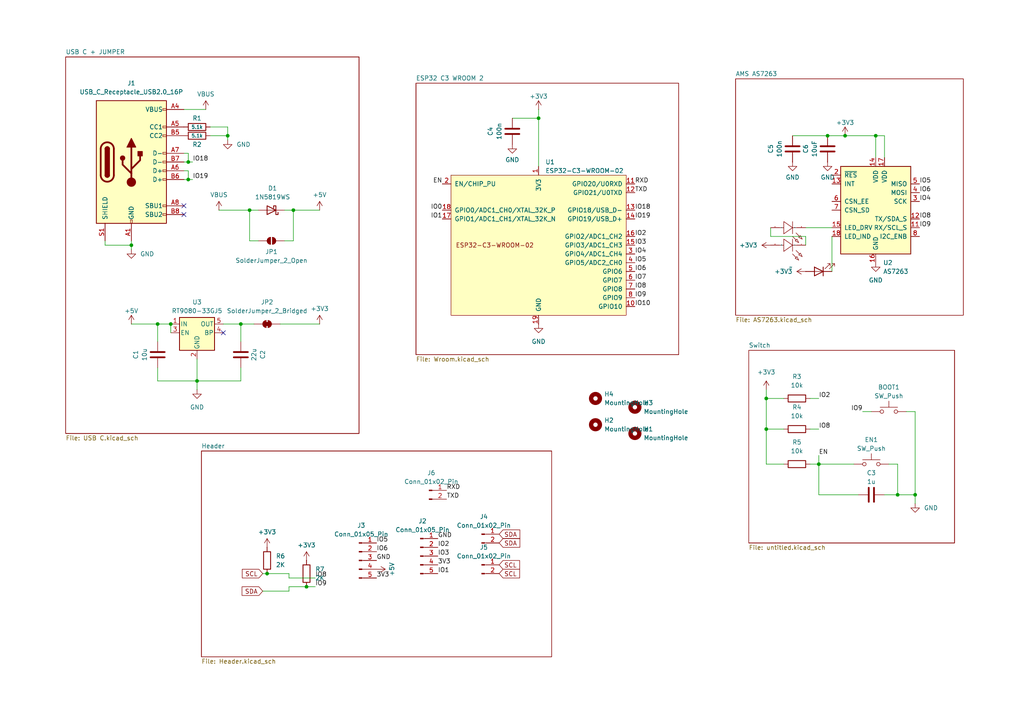
<source format=kicad_sch>
(kicad_sch
	(version 20250114)
	(generator "eeschema")
	(generator_version "9.0")
	(uuid "a7bd77f5-8524-422b-aae0-98a46d8f8d84")
	(paper "A4")
	(title_block
		(title "SpectrumLab C3")
		(rev "v1.1.1")
	)
	(lib_symbols
		(symbol "Connector:Conn_01x02_Pin"
			(pin_names
				(offset 1.016)
				(hide yes)
			)
			(exclude_from_sim no)
			(in_bom yes)
			(on_board yes)
			(property "Reference" "J"
				(at 0 2.54 0)
				(effects
					(font
						(size 1.27 1.27)
					)
				)
			)
			(property "Value" "Conn_01x02_Pin"
				(at 0 -5.08 0)
				(effects
					(font
						(size 1.27 1.27)
					)
				)
			)
			(property "Footprint" ""
				(at 0 0 0)
				(effects
					(font
						(size 1.27 1.27)
					)
					(hide yes)
				)
			)
			(property "Datasheet" "~"
				(at 0 0 0)
				(effects
					(font
						(size 1.27 1.27)
					)
					(hide yes)
				)
			)
			(property "Description" "Generic connector, single row, 01x02, script generated"
				(at 0 0 0)
				(effects
					(font
						(size 1.27 1.27)
					)
					(hide yes)
				)
			)
			(property "ki_locked" ""
				(at 0 0 0)
				(effects
					(font
						(size 1.27 1.27)
					)
				)
			)
			(property "ki_keywords" "connector"
				(at 0 0 0)
				(effects
					(font
						(size 1.27 1.27)
					)
					(hide yes)
				)
			)
			(property "ki_fp_filters" "Connector*:*_1x??_*"
				(at 0 0 0)
				(effects
					(font
						(size 1.27 1.27)
					)
					(hide yes)
				)
			)
			(symbol "Conn_01x02_Pin_1_1"
				(rectangle
					(start 0.8636 0.127)
					(end 0 -0.127)
					(stroke
						(width 0.1524)
						(type default)
					)
					(fill
						(type outline)
					)
				)
				(rectangle
					(start 0.8636 -2.413)
					(end 0 -2.667)
					(stroke
						(width 0.1524)
						(type default)
					)
					(fill
						(type outline)
					)
				)
				(polyline
					(pts
						(xy 1.27 0) (xy 0.8636 0)
					)
					(stroke
						(width 0.1524)
						(type default)
					)
					(fill
						(type none)
					)
				)
				(polyline
					(pts
						(xy 1.27 -2.54) (xy 0.8636 -2.54)
					)
					(stroke
						(width 0.1524)
						(type default)
					)
					(fill
						(type none)
					)
				)
				(pin passive line
					(at 5.08 0 180)
					(length 3.81)
					(name "Pin_1"
						(effects
							(font
								(size 1.27 1.27)
							)
						)
					)
					(number "1"
						(effects
							(font
								(size 1.27 1.27)
							)
						)
					)
				)
				(pin passive line
					(at 5.08 -2.54 180)
					(length 3.81)
					(name "Pin_2"
						(effects
							(font
								(size 1.27 1.27)
							)
						)
					)
					(number "2"
						(effects
							(font
								(size 1.27 1.27)
							)
						)
					)
				)
			)
			(embedded_fonts no)
		)
		(symbol "Connector:Conn_01x05_Pin"
			(pin_names
				(offset 1.016)
				(hide yes)
			)
			(exclude_from_sim no)
			(in_bom yes)
			(on_board yes)
			(property "Reference" "J"
				(at 0 7.62 0)
				(effects
					(font
						(size 1.27 1.27)
					)
				)
			)
			(property "Value" "Conn_01x05_Pin"
				(at 0 -7.62 0)
				(effects
					(font
						(size 1.27 1.27)
					)
				)
			)
			(property "Footprint" ""
				(at 0 0 0)
				(effects
					(font
						(size 1.27 1.27)
					)
					(hide yes)
				)
			)
			(property "Datasheet" "~"
				(at 0 0 0)
				(effects
					(font
						(size 1.27 1.27)
					)
					(hide yes)
				)
			)
			(property "Description" "Generic connector, single row, 01x05, script generated"
				(at 0 0 0)
				(effects
					(font
						(size 1.27 1.27)
					)
					(hide yes)
				)
			)
			(property "ki_locked" ""
				(at 0 0 0)
				(effects
					(font
						(size 1.27 1.27)
					)
				)
			)
			(property "ki_keywords" "connector"
				(at 0 0 0)
				(effects
					(font
						(size 1.27 1.27)
					)
					(hide yes)
				)
			)
			(property "ki_fp_filters" "Connector*:*_1x??_*"
				(at 0 0 0)
				(effects
					(font
						(size 1.27 1.27)
					)
					(hide yes)
				)
			)
			(symbol "Conn_01x05_Pin_1_1"
				(rectangle
					(start 0.8636 5.207)
					(end 0 4.953)
					(stroke
						(width 0.1524)
						(type default)
					)
					(fill
						(type outline)
					)
				)
				(rectangle
					(start 0.8636 2.667)
					(end 0 2.413)
					(stroke
						(width 0.1524)
						(type default)
					)
					(fill
						(type outline)
					)
				)
				(rectangle
					(start 0.8636 0.127)
					(end 0 -0.127)
					(stroke
						(width 0.1524)
						(type default)
					)
					(fill
						(type outline)
					)
				)
				(rectangle
					(start 0.8636 -2.413)
					(end 0 -2.667)
					(stroke
						(width 0.1524)
						(type default)
					)
					(fill
						(type outline)
					)
				)
				(rectangle
					(start 0.8636 -4.953)
					(end 0 -5.207)
					(stroke
						(width 0.1524)
						(type default)
					)
					(fill
						(type outline)
					)
				)
				(polyline
					(pts
						(xy 1.27 5.08) (xy 0.8636 5.08)
					)
					(stroke
						(width 0.1524)
						(type default)
					)
					(fill
						(type none)
					)
				)
				(polyline
					(pts
						(xy 1.27 2.54) (xy 0.8636 2.54)
					)
					(stroke
						(width 0.1524)
						(type default)
					)
					(fill
						(type none)
					)
				)
				(polyline
					(pts
						(xy 1.27 0) (xy 0.8636 0)
					)
					(stroke
						(width 0.1524)
						(type default)
					)
					(fill
						(type none)
					)
				)
				(polyline
					(pts
						(xy 1.27 -2.54) (xy 0.8636 -2.54)
					)
					(stroke
						(width 0.1524)
						(type default)
					)
					(fill
						(type none)
					)
				)
				(polyline
					(pts
						(xy 1.27 -5.08) (xy 0.8636 -5.08)
					)
					(stroke
						(width 0.1524)
						(type default)
					)
					(fill
						(type none)
					)
				)
				(pin passive line
					(at 5.08 5.08 180)
					(length 3.81)
					(name "Pin_1"
						(effects
							(font
								(size 1.27 1.27)
							)
						)
					)
					(number "1"
						(effects
							(font
								(size 1.27 1.27)
							)
						)
					)
				)
				(pin passive line
					(at 5.08 2.54 180)
					(length 3.81)
					(name "Pin_2"
						(effects
							(font
								(size 1.27 1.27)
							)
						)
					)
					(number "2"
						(effects
							(font
								(size 1.27 1.27)
							)
						)
					)
				)
				(pin passive line
					(at 5.08 0 180)
					(length 3.81)
					(name "Pin_3"
						(effects
							(font
								(size 1.27 1.27)
							)
						)
					)
					(number "3"
						(effects
							(font
								(size 1.27 1.27)
							)
						)
					)
				)
				(pin passive line
					(at 5.08 -2.54 180)
					(length 3.81)
					(name "Pin_4"
						(effects
							(font
								(size 1.27 1.27)
							)
						)
					)
					(number "4"
						(effects
							(font
								(size 1.27 1.27)
							)
						)
					)
				)
				(pin passive line
					(at 5.08 -5.08 180)
					(length 3.81)
					(name "Pin_5"
						(effects
							(font
								(size 1.27 1.27)
							)
						)
					)
					(number "5"
						(effects
							(font
								(size 1.27 1.27)
							)
						)
					)
				)
			)
			(embedded_fonts no)
		)
		(symbol "Connector:USB_C_Receptacle_USB2.0_16P"
			(pin_names
				(offset 1.016)
			)
			(exclude_from_sim no)
			(in_bom yes)
			(on_board yes)
			(property "Reference" "J"
				(at 0 22.225 0)
				(effects
					(font
						(size 1.27 1.27)
					)
				)
			)
			(property "Value" "USB_C_Receptacle_USB2.0_16P"
				(at 0 19.685 0)
				(effects
					(font
						(size 1.27 1.27)
					)
				)
			)
			(property "Footprint" ""
				(at 3.81 0 0)
				(effects
					(font
						(size 1.27 1.27)
					)
					(hide yes)
				)
			)
			(property "Datasheet" "https://www.usb.org/sites/default/files/documents/usb_type-c.zip"
				(at 3.81 0 0)
				(effects
					(font
						(size 1.27 1.27)
					)
					(hide yes)
				)
			)
			(property "Description" "USB 2.0-only 16P Type-C Receptacle connector"
				(at 0 0 0)
				(effects
					(font
						(size 1.27 1.27)
					)
					(hide yes)
				)
			)
			(property "ki_keywords" "usb universal serial bus type-C USB2.0"
				(at 0 0 0)
				(effects
					(font
						(size 1.27 1.27)
					)
					(hide yes)
				)
			)
			(property "ki_fp_filters" "USB*C*Receptacle*"
				(at 0 0 0)
				(effects
					(font
						(size 1.27 1.27)
					)
					(hide yes)
				)
			)
			(symbol "USB_C_Receptacle_USB2.0_16P_0_0"
				(rectangle
					(start -0.254 -17.78)
					(end 0.254 -16.764)
					(stroke
						(width 0)
						(type default)
					)
					(fill
						(type none)
					)
				)
				(rectangle
					(start 10.16 15.494)
					(end 9.144 14.986)
					(stroke
						(width 0)
						(type default)
					)
					(fill
						(type none)
					)
				)
				(rectangle
					(start 10.16 10.414)
					(end 9.144 9.906)
					(stroke
						(width 0)
						(type default)
					)
					(fill
						(type none)
					)
				)
				(rectangle
					(start 10.16 7.874)
					(end 9.144 7.366)
					(stroke
						(width 0)
						(type default)
					)
					(fill
						(type none)
					)
				)
				(rectangle
					(start 10.16 2.794)
					(end 9.144 2.286)
					(stroke
						(width 0)
						(type default)
					)
					(fill
						(type none)
					)
				)
				(rectangle
					(start 10.16 0.254)
					(end 9.144 -0.254)
					(stroke
						(width 0)
						(type default)
					)
					(fill
						(type none)
					)
				)
				(rectangle
					(start 10.16 -2.286)
					(end 9.144 -2.794)
					(stroke
						(width 0)
						(type default)
					)
					(fill
						(type none)
					)
				)
				(rectangle
					(start 10.16 -4.826)
					(end 9.144 -5.334)
					(stroke
						(width 0)
						(type default)
					)
					(fill
						(type none)
					)
				)
				(rectangle
					(start 10.16 -12.446)
					(end 9.144 -12.954)
					(stroke
						(width 0)
						(type default)
					)
					(fill
						(type none)
					)
				)
				(rectangle
					(start 10.16 -14.986)
					(end 9.144 -15.494)
					(stroke
						(width 0)
						(type default)
					)
					(fill
						(type none)
					)
				)
			)
			(symbol "USB_C_Receptacle_USB2.0_16P_0_1"
				(rectangle
					(start -10.16 17.78)
					(end 10.16 -17.78)
					(stroke
						(width 0.254)
						(type default)
					)
					(fill
						(type background)
					)
				)
				(polyline
					(pts
						(xy -8.89 -3.81) (xy -8.89 3.81)
					)
					(stroke
						(width 0.508)
						(type default)
					)
					(fill
						(type none)
					)
				)
				(rectangle
					(start -7.62 -3.81)
					(end -6.35 3.81)
					(stroke
						(width 0.254)
						(type default)
					)
					(fill
						(type outline)
					)
				)
				(arc
					(start -7.62 3.81)
					(mid -6.985 4.4423)
					(end -6.35 3.81)
					(stroke
						(width 0.254)
						(type default)
					)
					(fill
						(type none)
					)
				)
				(arc
					(start -7.62 3.81)
					(mid -6.985 4.4423)
					(end -6.35 3.81)
					(stroke
						(width 0.254)
						(type default)
					)
					(fill
						(type outline)
					)
				)
				(arc
					(start -8.89 3.81)
					(mid -6.985 5.7067)
					(end -5.08 3.81)
					(stroke
						(width 0.508)
						(type default)
					)
					(fill
						(type none)
					)
				)
				(arc
					(start -5.08 -3.81)
					(mid -6.985 -5.7067)
					(end -8.89 -3.81)
					(stroke
						(width 0.508)
						(type default)
					)
					(fill
						(type none)
					)
				)
				(arc
					(start -6.35 -3.81)
					(mid -6.985 -4.4423)
					(end -7.62 -3.81)
					(stroke
						(width 0.254)
						(type default)
					)
					(fill
						(type none)
					)
				)
				(arc
					(start -6.35 -3.81)
					(mid -6.985 -4.4423)
					(end -7.62 -3.81)
					(stroke
						(width 0.254)
						(type default)
					)
					(fill
						(type outline)
					)
				)
				(polyline
					(pts
						(xy -5.08 3.81) (xy -5.08 -3.81)
					)
					(stroke
						(width 0.508)
						(type default)
					)
					(fill
						(type none)
					)
				)
				(circle
					(center -2.54 1.143)
					(radius 0.635)
					(stroke
						(width 0.254)
						(type default)
					)
					(fill
						(type outline)
					)
				)
				(polyline
					(pts
						(xy -1.27 4.318) (xy 0 6.858) (xy 1.27 4.318) (xy -1.27 4.318)
					)
					(stroke
						(width 0.254)
						(type default)
					)
					(fill
						(type outline)
					)
				)
				(polyline
					(pts
						(xy 0 -2.032) (xy 2.54 0.508) (xy 2.54 1.778)
					)
					(stroke
						(width 0.508)
						(type default)
					)
					(fill
						(type none)
					)
				)
				(polyline
					(pts
						(xy 0 -3.302) (xy -2.54 -0.762) (xy -2.54 0.508)
					)
					(stroke
						(width 0.508)
						(type default)
					)
					(fill
						(type none)
					)
				)
				(polyline
					(pts
						(xy 0 -5.842) (xy 0 4.318)
					)
					(stroke
						(width 0.508)
						(type default)
					)
					(fill
						(type none)
					)
				)
				(circle
					(center 0 -5.842)
					(radius 1.27)
					(stroke
						(width 0)
						(type default)
					)
					(fill
						(type outline)
					)
				)
				(rectangle
					(start 1.905 1.778)
					(end 3.175 3.048)
					(stroke
						(width 0.254)
						(type default)
					)
					(fill
						(type outline)
					)
				)
			)
			(symbol "USB_C_Receptacle_USB2.0_16P_1_1"
				(pin passive line
					(at -7.62 -22.86 90)
					(length 5.08)
					(name "SHIELD"
						(effects
							(font
								(size 1.27 1.27)
							)
						)
					)
					(number "S1"
						(effects
							(font
								(size 1.27 1.27)
							)
						)
					)
				)
				(pin passive line
					(at 0 -22.86 90)
					(length 5.08)
					(name "GND"
						(effects
							(font
								(size 1.27 1.27)
							)
						)
					)
					(number "A1"
						(effects
							(font
								(size 1.27 1.27)
							)
						)
					)
				)
				(pin passive line
					(at 0 -22.86 90)
					(length 5.08)
					(hide yes)
					(name "GND"
						(effects
							(font
								(size 1.27 1.27)
							)
						)
					)
					(number "A12"
						(effects
							(font
								(size 1.27 1.27)
							)
						)
					)
				)
				(pin passive line
					(at 0 -22.86 90)
					(length 5.08)
					(hide yes)
					(name "GND"
						(effects
							(font
								(size 1.27 1.27)
							)
						)
					)
					(number "B1"
						(effects
							(font
								(size 1.27 1.27)
							)
						)
					)
				)
				(pin passive line
					(at 0 -22.86 90)
					(length 5.08)
					(hide yes)
					(name "GND"
						(effects
							(font
								(size 1.27 1.27)
							)
						)
					)
					(number "B12"
						(effects
							(font
								(size 1.27 1.27)
							)
						)
					)
				)
				(pin passive line
					(at 15.24 15.24 180)
					(length 5.08)
					(name "VBUS"
						(effects
							(font
								(size 1.27 1.27)
							)
						)
					)
					(number "A4"
						(effects
							(font
								(size 1.27 1.27)
							)
						)
					)
				)
				(pin passive line
					(at 15.24 15.24 180)
					(length 5.08)
					(hide yes)
					(name "VBUS"
						(effects
							(font
								(size 1.27 1.27)
							)
						)
					)
					(number "A9"
						(effects
							(font
								(size 1.27 1.27)
							)
						)
					)
				)
				(pin passive line
					(at 15.24 15.24 180)
					(length 5.08)
					(hide yes)
					(name "VBUS"
						(effects
							(font
								(size 1.27 1.27)
							)
						)
					)
					(number "B4"
						(effects
							(font
								(size 1.27 1.27)
							)
						)
					)
				)
				(pin passive line
					(at 15.24 15.24 180)
					(length 5.08)
					(hide yes)
					(name "VBUS"
						(effects
							(font
								(size 1.27 1.27)
							)
						)
					)
					(number "B9"
						(effects
							(font
								(size 1.27 1.27)
							)
						)
					)
				)
				(pin bidirectional line
					(at 15.24 10.16 180)
					(length 5.08)
					(name "CC1"
						(effects
							(font
								(size 1.27 1.27)
							)
						)
					)
					(number "A5"
						(effects
							(font
								(size 1.27 1.27)
							)
						)
					)
				)
				(pin bidirectional line
					(at 15.24 7.62 180)
					(length 5.08)
					(name "CC2"
						(effects
							(font
								(size 1.27 1.27)
							)
						)
					)
					(number "B5"
						(effects
							(font
								(size 1.27 1.27)
							)
						)
					)
				)
				(pin bidirectional line
					(at 15.24 2.54 180)
					(length 5.08)
					(name "D-"
						(effects
							(font
								(size 1.27 1.27)
							)
						)
					)
					(number "A7"
						(effects
							(font
								(size 1.27 1.27)
							)
						)
					)
				)
				(pin bidirectional line
					(at 15.24 0 180)
					(length 5.08)
					(name "D-"
						(effects
							(font
								(size 1.27 1.27)
							)
						)
					)
					(number "B7"
						(effects
							(font
								(size 1.27 1.27)
							)
						)
					)
				)
				(pin bidirectional line
					(at 15.24 -2.54 180)
					(length 5.08)
					(name "D+"
						(effects
							(font
								(size 1.27 1.27)
							)
						)
					)
					(number "A6"
						(effects
							(font
								(size 1.27 1.27)
							)
						)
					)
				)
				(pin bidirectional line
					(at 15.24 -5.08 180)
					(length 5.08)
					(name "D+"
						(effects
							(font
								(size 1.27 1.27)
							)
						)
					)
					(number "B6"
						(effects
							(font
								(size 1.27 1.27)
							)
						)
					)
				)
				(pin bidirectional line
					(at 15.24 -12.7 180)
					(length 5.08)
					(name "SBU1"
						(effects
							(font
								(size 1.27 1.27)
							)
						)
					)
					(number "A8"
						(effects
							(font
								(size 1.27 1.27)
							)
						)
					)
				)
				(pin bidirectional line
					(at 15.24 -15.24 180)
					(length 5.08)
					(name "SBU2"
						(effects
							(font
								(size 1.27 1.27)
							)
						)
					)
					(number "B8"
						(effects
							(font
								(size 1.27 1.27)
							)
						)
					)
				)
			)
			(embedded_fonts no)
		)
		(symbol "Device:C"
			(pin_numbers
				(hide yes)
			)
			(pin_names
				(offset 0.254)
			)
			(exclude_from_sim no)
			(in_bom yes)
			(on_board yes)
			(property "Reference" "C"
				(at 0.635 2.54 0)
				(effects
					(font
						(size 1.27 1.27)
					)
					(justify left)
				)
			)
			(property "Value" "C"
				(at 0.635 -2.54 0)
				(effects
					(font
						(size 1.27 1.27)
					)
					(justify left)
				)
			)
			(property "Footprint" ""
				(at 0.9652 -3.81 0)
				(effects
					(font
						(size 1.27 1.27)
					)
					(hide yes)
				)
			)
			(property "Datasheet" "~"
				(at 0 0 0)
				(effects
					(font
						(size 1.27 1.27)
					)
					(hide yes)
				)
			)
			(property "Description" "Unpolarized capacitor"
				(at 0 0 0)
				(effects
					(font
						(size 1.27 1.27)
					)
					(hide yes)
				)
			)
			(property "ki_keywords" "cap capacitor"
				(at 0 0 0)
				(effects
					(font
						(size 1.27 1.27)
					)
					(hide yes)
				)
			)
			(property "ki_fp_filters" "C_*"
				(at 0 0 0)
				(effects
					(font
						(size 1.27 1.27)
					)
					(hide yes)
				)
			)
			(symbol "C_0_1"
				(polyline
					(pts
						(xy -2.032 0.762) (xy 2.032 0.762)
					)
					(stroke
						(width 0.508)
						(type default)
					)
					(fill
						(type none)
					)
				)
				(polyline
					(pts
						(xy -2.032 -0.762) (xy 2.032 -0.762)
					)
					(stroke
						(width 0.508)
						(type default)
					)
					(fill
						(type none)
					)
				)
			)
			(symbol "C_1_1"
				(pin passive line
					(at 0 3.81 270)
					(length 2.794)
					(name "~"
						(effects
							(font
								(size 1.27 1.27)
							)
						)
					)
					(number "1"
						(effects
							(font
								(size 1.27 1.27)
							)
						)
					)
				)
				(pin passive line
					(at 0 -3.81 90)
					(length 2.794)
					(name "~"
						(effects
							(font
								(size 1.27 1.27)
							)
						)
					)
					(number "2"
						(effects
							(font
								(size 1.27 1.27)
							)
						)
					)
				)
			)
			(embedded_fonts no)
		)
		(symbol "Device:LED"
			(pin_numbers
				(hide yes)
			)
			(pin_names
				(offset 1.016)
				(hide yes)
			)
			(exclude_from_sim no)
			(in_bom yes)
			(on_board yes)
			(property "Reference" "D"
				(at 0 2.54 0)
				(effects
					(font
						(size 1.27 1.27)
					)
				)
			)
			(property "Value" "LED"
				(at 0 -2.54 0)
				(effects
					(font
						(size 1.27 1.27)
					)
				)
			)
			(property "Footprint" ""
				(at 0 0 0)
				(effects
					(font
						(size 1.27 1.27)
					)
					(hide yes)
				)
			)
			(property "Datasheet" "~"
				(at 0 0 0)
				(effects
					(font
						(size 1.27 1.27)
					)
					(hide yes)
				)
			)
			(property "Description" "Light emitting diode"
				(at 0 0 0)
				(effects
					(font
						(size 1.27 1.27)
					)
					(hide yes)
				)
			)
			(property "Sim.Pins" "1=K 2=A"
				(at 0 0 0)
				(effects
					(font
						(size 1.27 1.27)
					)
					(hide yes)
				)
			)
			(property "ki_keywords" "LED diode"
				(at 0 0 0)
				(effects
					(font
						(size 1.27 1.27)
					)
					(hide yes)
				)
			)
			(property "ki_fp_filters" "LED* LED_SMD:* LED_THT:*"
				(at 0 0 0)
				(effects
					(font
						(size 1.27 1.27)
					)
					(hide yes)
				)
			)
			(symbol "LED_0_1"
				(polyline
					(pts
						(xy -3.048 -0.762) (xy -4.572 -2.286) (xy -3.81 -2.286) (xy -4.572 -2.286) (xy -4.572 -1.524)
					)
					(stroke
						(width 0)
						(type default)
					)
					(fill
						(type none)
					)
				)
				(polyline
					(pts
						(xy -1.778 -0.762) (xy -3.302 -2.286) (xy -2.54 -2.286) (xy -3.302 -2.286) (xy -3.302 -1.524)
					)
					(stroke
						(width 0)
						(type default)
					)
					(fill
						(type none)
					)
				)
				(polyline
					(pts
						(xy -1.27 0) (xy 1.27 0)
					)
					(stroke
						(width 0)
						(type default)
					)
					(fill
						(type none)
					)
				)
				(polyline
					(pts
						(xy -1.27 -1.27) (xy -1.27 1.27)
					)
					(stroke
						(width 0.254)
						(type default)
					)
					(fill
						(type none)
					)
				)
				(polyline
					(pts
						(xy 1.27 -1.27) (xy 1.27 1.27) (xy -1.27 0) (xy 1.27 -1.27)
					)
					(stroke
						(width 0.254)
						(type default)
					)
					(fill
						(type none)
					)
				)
			)
			(symbol "LED_1_1"
				(pin passive line
					(at -3.81 0 0)
					(length 2.54)
					(name "K"
						(effects
							(font
								(size 1.27 1.27)
							)
						)
					)
					(number "1"
						(effects
							(font
								(size 1.27 1.27)
							)
						)
					)
				)
				(pin passive line
					(at 3.81 0 180)
					(length 2.54)
					(name "A"
						(effects
							(font
								(size 1.27 1.27)
							)
						)
					)
					(number "2"
						(effects
							(font
								(size 1.27 1.27)
							)
						)
					)
				)
			)
			(embedded_fonts no)
		)
		(symbol "Device:R"
			(pin_numbers
				(hide yes)
			)
			(pin_names
				(offset 0)
			)
			(exclude_from_sim no)
			(in_bom yes)
			(on_board yes)
			(property "Reference" "R"
				(at 2.032 0 90)
				(effects
					(font
						(size 1.27 1.27)
					)
				)
			)
			(property "Value" "R"
				(at 0 0 90)
				(effects
					(font
						(size 1.27 1.27)
					)
				)
			)
			(property "Footprint" ""
				(at -1.778 0 90)
				(effects
					(font
						(size 1.27 1.27)
					)
					(hide yes)
				)
			)
			(property "Datasheet" "~"
				(at 0 0 0)
				(effects
					(font
						(size 1.27 1.27)
					)
					(hide yes)
				)
			)
			(property "Description" "Resistor"
				(at 0 0 0)
				(effects
					(font
						(size 1.27 1.27)
					)
					(hide yes)
				)
			)
			(property "ki_keywords" "R res resistor"
				(at 0 0 0)
				(effects
					(font
						(size 1.27 1.27)
					)
					(hide yes)
				)
			)
			(property "ki_fp_filters" "R_*"
				(at 0 0 0)
				(effects
					(font
						(size 1.27 1.27)
					)
					(hide yes)
				)
			)
			(symbol "R_0_1"
				(rectangle
					(start -1.016 -2.54)
					(end 1.016 2.54)
					(stroke
						(width 0.254)
						(type default)
					)
					(fill
						(type none)
					)
				)
			)
			(symbol "R_1_1"
				(pin passive line
					(at 0 3.81 270)
					(length 1.27)
					(name "~"
						(effects
							(font
								(size 1.27 1.27)
							)
						)
					)
					(number "1"
						(effects
							(font
								(size 1.27 1.27)
							)
						)
					)
				)
				(pin passive line
					(at 0 -3.81 90)
					(length 1.27)
					(name "~"
						(effects
							(font
								(size 1.27 1.27)
							)
						)
					)
					(number "2"
						(effects
							(font
								(size 1.27 1.27)
							)
						)
					)
				)
			)
			(embedded_fonts no)
		)
		(symbol "Diode:1N5819WS"
			(pin_numbers
				(hide yes)
			)
			(pin_names
				(offset 1.016)
				(hide yes)
			)
			(exclude_from_sim no)
			(in_bom yes)
			(on_board yes)
			(property "Reference" "D"
				(at 0 2.54 0)
				(effects
					(font
						(size 1.27 1.27)
					)
				)
			)
			(property "Value" "1N5819WS"
				(at 0 -2.54 0)
				(effects
					(font
						(size 1.27 1.27)
					)
				)
			)
			(property "Footprint" "Diode_SMD:D_SOD-323"
				(at 0 -4.445 0)
				(effects
					(font
						(size 1.27 1.27)
					)
					(hide yes)
				)
			)
			(property "Datasheet" "https://datasheet.lcsc.com/lcsc/2204281430_Guangdong-Hottech-1N5819WS_C191023.pdf"
				(at 0 0 0)
				(effects
					(font
						(size 1.27 1.27)
					)
					(hide yes)
				)
			)
			(property "Description" "40V 600mV@1A 1A SOD-323 Schottky Barrier Diodes, SOD-323"
				(at 0 0 0)
				(effects
					(font
						(size 1.27 1.27)
					)
					(hide yes)
				)
			)
			(property "ki_keywords" "diode Schottky"
				(at 0 0 0)
				(effects
					(font
						(size 1.27 1.27)
					)
					(hide yes)
				)
			)
			(property "ki_fp_filters" "D*SOD?323*"
				(at 0 0 0)
				(effects
					(font
						(size 1.27 1.27)
					)
					(hide yes)
				)
			)
			(symbol "1N5819WS_0_1"
				(polyline
					(pts
						(xy -1.905 0.635) (xy -1.905 1.27) (xy -1.27 1.27) (xy -1.27 -1.27) (xy -0.635 -1.27) (xy -0.635 -0.635)
					)
					(stroke
						(width 0.254)
						(type default)
					)
					(fill
						(type none)
					)
				)
				(polyline
					(pts
						(xy 1.27 1.27) (xy 1.27 -1.27) (xy -1.27 0) (xy 1.27 1.27)
					)
					(stroke
						(width 0.254)
						(type default)
					)
					(fill
						(type none)
					)
				)
				(polyline
					(pts
						(xy 1.27 0) (xy -1.27 0)
					)
					(stroke
						(width 0)
						(type default)
					)
					(fill
						(type none)
					)
				)
			)
			(symbol "1N5819WS_1_1"
				(pin passive line
					(at -3.81 0 0)
					(length 2.54)
					(name "K"
						(effects
							(font
								(size 1.27 1.27)
							)
						)
					)
					(number "1"
						(effects
							(font
								(size 1.27 1.27)
							)
						)
					)
				)
				(pin passive line
					(at 3.81 0 180)
					(length 2.54)
					(name "A"
						(effects
							(font
								(size 1.27 1.27)
							)
						)
					)
					(number "2"
						(effects
							(font
								(size 1.27 1.27)
							)
						)
					)
				)
			)
			(embedded_fonts no)
		)
		(symbol "Jumper:SolderJumper_2_Bridged"
			(pin_numbers
				(hide yes)
			)
			(pin_names
				(offset 0)
				(hide yes)
			)
			(exclude_from_sim yes)
			(in_bom no)
			(on_board yes)
			(property "Reference" "JP"
				(at 0 2.032 0)
				(effects
					(font
						(size 1.27 1.27)
					)
				)
			)
			(property "Value" "SolderJumper_2_Bridged"
				(at 0 -2.54 0)
				(effects
					(font
						(size 1.27 1.27)
					)
				)
			)
			(property "Footprint" ""
				(at 0 0 0)
				(effects
					(font
						(size 1.27 1.27)
					)
					(hide yes)
				)
			)
			(property "Datasheet" "~"
				(at 0 0 0)
				(effects
					(font
						(size 1.27 1.27)
					)
					(hide yes)
				)
			)
			(property "Description" "Solder Jumper, 2-pole, closed/bridged"
				(at 0 0 0)
				(effects
					(font
						(size 1.27 1.27)
					)
					(hide yes)
				)
			)
			(property "ki_keywords" "solder jumper SPST"
				(at 0 0 0)
				(effects
					(font
						(size 1.27 1.27)
					)
					(hide yes)
				)
			)
			(property "ki_fp_filters" "SolderJumper*Bridged*"
				(at 0 0 0)
				(effects
					(font
						(size 1.27 1.27)
					)
					(hide yes)
				)
			)
			(symbol "SolderJumper_2_Bridged_0_1"
				(rectangle
					(start -0.508 0.508)
					(end 0.508 -0.508)
					(stroke
						(width 0)
						(type default)
					)
					(fill
						(type outline)
					)
				)
				(polyline
					(pts
						(xy -0.254 1.016) (xy -0.254 -1.016)
					)
					(stroke
						(width 0)
						(type default)
					)
					(fill
						(type none)
					)
				)
				(arc
					(start -0.254 -1.016)
					(mid -1.2656 0)
					(end -0.254 1.016)
					(stroke
						(width 0)
						(type default)
					)
					(fill
						(type none)
					)
				)
				(arc
					(start -0.254 -1.016)
					(mid -1.2656 0)
					(end -0.254 1.016)
					(stroke
						(width 0)
						(type default)
					)
					(fill
						(type outline)
					)
				)
				(arc
					(start 0.254 1.016)
					(mid 1.2656 0)
					(end 0.254 -1.016)
					(stroke
						(width 0)
						(type default)
					)
					(fill
						(type none)
					)
				)
				(arc
					(start 0.254 1.016)
					(mid 1.2656 0)
					(end 0.254 -1.016)
					(stroke
						(width 0)
						(type default)
					)
					(fill
						(type outline)
					)
				)
				(polyline
					(pts
						(xy 0.254 1.016) (xy 0.254 -1.016)
					)
					(stroke
						(width 0)
						(type default)
					)
					(fill
						(type none)
					)
				)
			)
			(symbol "SolderJumper_2_Bridged_1_1"
				(pin passive line
					(at -3.81 0 0)
					(length 2.54)
					(name "A"
						(effects
							(font
								(size 1.27 1.27)
							)
						)
					)
					(number "1"
						(effects
							(font
								(size 1.27 1.27)
							)
						)
					)
				)
				(pin passive line
					(at 3.81 0 180)
					(length 2.54)
					(name "B"
						(effects
							(font
								(size 1.27 1.27)
							)
						)
					)
					(number "2"
						(effects
							(font
								(size 1.27 1.27)
							)
						)
					)
				)
			)
			(embedded_fonts no)
		)
		(symbol "Jumper:SolderJumper_2_Open"
			(pin_numbers
				(hide yes)
			)
			(pin_names
				(offset 0)
				(hide yes)
			)
			(exclude_from_sim yes)
			(in_bom no)
			(on_board yes)
			(property "Reference" "JP"
				(at 0 2.032 0)
				(effects
					(font
						(size 1.27 1.27)
					)
				)
			)
			(property "Value" "SolderJumper_2_Open"
				(at 0 -2.54 0)
				(effects
					(font
						(size 1.27 1.27)
					)
				)
			)
			(property "Footprint" ""
				(at 0 0 0)
				(effects
					(font
						(size 1.27 1.27)
					)
					(hide yes)
				)
			)
			(property "Datasheet" "~"
				(at 0 0 0)
				(effects
					(font
						(size 1.27 1.27)
					)
					(hide yes)
				)
			)
			(property "Description" "Solder Jumper, 2-pole, open"
				(at 0 0 0)
				(effects
					(font
						(size 1.27 1.27)
					)
					(hide yes)
				)
			)
			(property "ki_keywords" "solder jumper SPST"
				(at 0 0 0)
				(effects
					(font
						(size 1.27 1.27)
					)
					(hide yes)
				)
			)
			(property "ki_fp_filters" "SolderJumper*Open*"
				(at 0 0 0)
				(effects
					(font
						(size 1.27 1.27)
					)
					(hide yes)
				)
			)
			(symbol "SolderJumper_2_Open_0_1"
				(polyline
					(pts
						(xy -0.254 1.016) (xy -0.254 -1.016)
					)
					(stroke
						(width 0)
						(type default)
					)
					(fill
						(type none)
					)
				)
				(arc
					(start -0.254 -1.016)
					(mid -1.2656 0)
					(end -0.254 1.016)
					(stroke
						(width 0)
						(type default)
					)
					(fill
						(type none)
					)
				)
				(arc
					(start -0.254 -1.016)
					(mid -1.2656 0)
					(end -0.254 1.016)
					(stroke
						(width 0)
						(type default)
					)
					(fill
						(type outline)
					)
				)
				(arc
					(start 0.254 1.016)
					(mid 1.2656 0)
					(end 0.254 -1.016)
					(stroke
						(width 0)
						(type default)
					)
					(fill
						(type none)
					)
				)
				(arc
					(start 0.254 1.016)
					(mid 1.2656 0)
					(end 0.254 -1.016)
					(stroke
						(width 0)
						(type default)
					)
					(fill
						(type outline)
					)
				)
				(polyline
					(pts
						(xy 0.254 1.016) (xy 0.254 -1.016)
					)
					(stroke
						(width 0)
						(type default)
					)
					(fill
						(type none)
					)
				)
			)
			(symbol "SolderJumper_2_Open_1_1"
				(pin passive line
					(at -3.81 0 0)
					(length 2.54)
					(name "A"
						(effects
							(font
								(size 1.27 1.27)
							)
						)
					)
					(number "1"
						(effects
							(font
								(size 1.27 1.27)
							)
						)
					)
				)
				(pin passive line
					(at 3.81 0 180)
					(length 2.54)
					(name "B"
						(effects
							(font
								(size 1.27 1.27)
							)
						)
					)
					(number "2"
						(effects
							(font
								(size 1.27 1.27)
							)
						)
					)
				)
			)
			(embedded_fonts no)
		)
		(symbol "Mechanical:MountingHole"
			(pin_names
				(offset 1.016)
			)
			(exclude_from_sim no)
			(in_bom no)
			(on_board yes)
			(property "Reference" "H"
				(at 0 5.08 0)
				(effects
					(font
						(size 1.27 1.27)
					)
				)
			)
			(property "Value" "MountingHole"
				(at 0 3.175 0)
				(effects
					(font
						(size 1.27 1.27)
					)
				)
			)
			(property "Footprint" ""
				(at 0 0 0)
				(effects
					(font
						(size 1.27 1.27)
					)
					(hide yes)
				)
			)
			(property "Datasheet" "~"
				(at 0 0 0)
				(effects
					(font
						(size 1.27 1.27)
					)
					(hide yes)
				)
			)
			(property "Description" "Mounting Hole without connection"
				(at 0 0 0)
				(effects
					(font
						(size 1.27 1.27)
					)
					(hide yes)
				)
			)
			(property "ki_keywords" "mounting hole"
				(at 0 0 0)
				(effects
					(font
						(size 1.27 1.27)
					)
					(hide yes)
				)
			)
			(property "ki_fp_filters" "MountingHole*"
				(at 0 0 0)
				(effects
					(font
						(size 1.27 1.27)
					)
					(hide yes)
				)
			)
			(symbol "MountingHole_0_1"
				(circle
					(center 0 0)
					(radius 1.27)
					(stroke
						(width 1.27)
						(type default)
					)
					(fill
						(type none)
					)
				)
			)
			(embedded_fonts no)
		)
		(symbol "New_Library_0:JNJ-3030SX30102091"
			(exclude_from_sim no)
			(in_bom yes)
			(on_board yes)
			(property "Reference" "U"
				(at 0 6.604 0)
				(effects
					(font
						(size 1.27 1.27)
					)
				)
			)
			(property "Value" ""
				(at 0 0 0)
				(effects
					(font
						(size 1.27 1.27)
					)
				)
			)
			(property "Footprint" ""
				(at 0 0 0)
				(effects
					(font
						(size 1.27 1.27)
					)
					(hide yes)
				)
			)
			(property "Datasheet" ""
				(at 0 0 0)
				(effects
					(font
						(size 1.27 1.27)
					)
					(hide yes)
				)
			)
			(property "Description" ""
				(at 0 0 0)
				(effects
					(font
						(size 1.27 1.27)
					)
					(hide yes)
				)
			)
			(property "Manufacturer Part" "JNJ-3030SX30102091"
				(at 0.508 -5.842 0)
				(effects
					(font
						(size 1.27 1.27)
					)
					(hide yes)
				)
			)
			(property "Manufacturer" ""
				(at 0 0 0)
				(effects
					(font
						(size 1.27 1.27)
					)
					(hide yes)
				)
			)
			(property "Supplier Part" ""
				(at 0 0 0)
				(effects
					(font
						(size 1.27 1.27)
					)
					(hide yes)
				)
			)
			(property "Supplier" ""
				(at 0 0 0)
				(effects
					(font
						(size 1.27 1.27)
					)
					(hide yes)
				)
			)
			(property "LCSC Part Name" ""
				(at 0 0 0)
				(effects
					(font
						(size 1.27 1.27)
					)
					(hide yes)
				)
			)
			(symbol "JNJ-3030SX30102091_1_0"
				(polyline
					(pts
						(xy -4.064 5.842) (xy -3.048 5.334) (xy -3.048 5.334) (xy -3.556 4.826) (xy -3.556 4.826) (xy -4.064 5.842)
					)
					(stroke
						(width 0)
						(type default)
					)
					(fill
						(type none)
					)
				)
				(polyline
					(pts
						(xy -4.064 0.762) (xy -3.048 0.254) (xy -3.048 0.254) (xy -3.556 -0.254) (xy -3.556 -0.254) (xy -4.064 0.762)
					)
					(stroke
						(width 0)
						(type default)
					)
					(fill
						(type none)
					)
				)
				(polyline
					(pts
						(xy -3.048 6.858) (xy -2.032 6.35) (xy -2.032 6.35) (xy -2.54 5.842) (xy -2.54 5.842) (xy -3.048 6.858)
					)
					(stroke
						(width 0)
						(type default)
					)
					(fill
						(type none)
					)
				)
				(polyline
					(pts
						(xy -3.048 1.778) (xy -2.032 1.27) (xy -2.032 1.27) (xy -2.54 0.762) (xy -2.54 0.762) (xy -3.048 1.778)
					)
					(stroke
						(width 0)
						(type default)
					)
					(fill
						(type none)
					)
				)
				(polyline
					(pts
						(xy -2.286 4.064) (xy -3.302 5.08)
					)
					(stroke
						(width 0)
						(type default)
					)
					(fill
						(type none)
					)
				)
				(polyline
					(pts
						(xy -2.286 -1.016) (xy -3.302 0)
					)
					(stroke
						(width 0)
						(type default)
					)
					(fill
						(type none)
					)
				)
				(polyline
					(pts
						(xy -1.27 5.08) (xy -2.286 6.096)
					)
					(stroke
						(width 0)
						(type default)
					)
					(fill
						(type none)
					)
				)
				(polyline
					(pts
						(xy -1.27 4.318) (xy -1.27 0.762)
					)
					(stroke
						(width 0)
						(type default)
					)
					(fill
						(type none)
					)
				)
				(polyline
					(pts
						(xy -1.27 2.54) (xy -2.54 2.54)
					)
					(stroke
						(width 0)
						(type default)
					)
					(fill
						(type none)
					)
				)
				(polyline
					(pts
						(xy -1.27 0) (xy -2.286 1.016)
					)
					(stroke
						(width 0)
						(type default)
					)
					(fill
						(type none)
					)
				)
				(polyline
					(pts
						(xy -1.27 -0.762) (xy -1.27 -4.318)
					)
					(stroke
						(width 0)
						(type default)
					)
					(fill
						(type none)
					)
				)
				(polyline
					(pts
						(xy -1.27 -2.54) (xy -2.54 -2.54)
					)
					(stroke
						(width 0)
						(type default)
					)
					(fill
						(type none)
					)
				)
				(polyline
					(pts
						(xy 1.27 4.318) (xy -1.27 2.54) (xy -1.27 2.54) (xy 1.27 0.762) (xy 1.27 0.762) (xy 1.27 4.318)
					)
					(stroke
						(width 0)
						(type default)
					)
					(fill
						(type none)
					)
				)
				(polyline
					(pts
						(xy 1.27 -0.762) (xy -1.27 -2.54) (xy -1.27 -2.54) (xy 1.27 -4.318) (xy 1.27 -4.318) (xy 1.27 -0.762)
					)
					(stroke
						(width 0)
						(type default)
					)
					(fill
						(type none)
					)
				)
				(polyline
					(pts
						(xy 2.54 2.54) (xy 1.27 2.54)
					)
					(stroke
						(width 0)
						(type default)
					)
					(fill
						(type none)
					)
				)
				(polyline
					(pts
						(xy 2.54 -2.54) (xy 1.27 -2.54)
					)
					(stroke
						(width 0)
						(type default)
					)
					(fill
						(type none)
					)
				)
				(pin unspecified line
					(at -5.08 2.54 0)
					(length 2.54)
					(name "1"
						(effects
							(font
								(size 0.0254 0.0254)
							)
						)
					)
					(number "1"
						(effects
							(font
								(size 0.0254 0.0254)
							)
						)
					)
				)
				(pin unspecified line
					(at -5.08 -2.54 0)
					(length 2.54)
					(name "3"
						(effects
							(font
								(size 0.0254 0.0254)
							)
						)
					)
					(number "3"
						(effects
							(font
								(size 0.0254 0.0254)
							)
						)
					)
				)
				(pin unspecified line
					(at 5.08 2.54 180)
					(length 2.54)
					(name "2"
						(effects
							(font
								(size 0.0254 0.0254)
							)
						)
					)
					(number "2"
						(effects
							(font
								(size 0.0254 0.0254)
							)
						)
					)
				)
				(pin unspecified line
					(at 5.08 -2.54 180)
					(length 2.54)
					(name "4"
						(effects
							(font
								(size 0.0254 0.0254)
							)
						)
					)
					(number "4"
						(effects
							(font
								(size 0.0254 0.0254)
							)
						)
					)
				)
			)
			(embedded_fonts no)
		)
		(symbol "PCM_Espressif:ESP32-C3-WROOM-02"
			(pin_names
				(offset 1.016)
			)
			(exclude_from_sim no)
			(in_bom yes)
			(on_board yes)
			(property "Reference" "U"
				(at -25.4 25.4 0)
				(effects
					(font
						(size 1.27 1.27)
					)
					(justify left)
				)
			)
			(property "Value" "ESP32-C3-WROOM-02"
				(at -25.4 22.86 0)
				(effects
					(font
						(size 1.27 1.27)
					)
					(justify left)
				)
			)
			(property "Footprint" "PCM_Espressif:ESP32-C3-WROOM-02"
				(at 0 -30.48 0)
				(effects
					(font
						(size 1.27 1.27)
					)
					(hide yes)
				)
			)
			(property "Datasheet" "https://www.espressif.com/sites/default/files/documentation/esp32-c3-wroom-02_datasheet_en.pdf"
				(at -2.54 -33.02 0)
				(effects
					(font
						(size 1.27 1.27)
					)
					(hide yes)
				)
			)
			(property "Description" "ESP32-C3-WROOM-02 is a general-purpose Wi-Fi and Bluetooth LE module. This module features a rich set of peripherals and high performance, which makes it an ideal choice for smart home, industrial automation, health care, consumer electronics, etc."
				(at 0 0 0)
				(effects
					(font
						(size 1.27 1.27)
					)
					(hide yes)
				)
			)
			(property "ki_keywords" "esp32-c3 module"
				(at 0 0 0)
				(effects
					(font
						(size 1.27 1.27)
					)
					(hide yes)
				)
			)
			(symbol "ESP32-C3-WROOM-02_0_0"
				(text "ESP32-C3-WROOM-02"
					(at -12.7 0 0)
					(effects
						(font
							(size 1.27 1.27)
						)
					)
				)
			)
			(symbol "ESP32-C3-WROOM-02_0_1"
				(rectangle
					(start 25.4 20.32)
					(end -25.4 -20.32)
					(stroke
						(width 0)
						(type default)
					)
					(fill
						(type background)
					)
				)
			)
			(symbol "ESP32-C3-WROOM-02_1_1"
				(pin input line
					(at -27.94 17.78 0)
					(length 2.54)
					(name "EN/CHIP_PU"
						(effects
							(font
								(size 1.27 1.27)
							)
						)
					)
					(number "2"
						(effects
							(font
								(size 1.27 1.27)
							)
						)
					)
				)
				(pin bidirectional line
					(at -27.94 10.16 0)
					(length 2.54)
					(name "GPIO0/ADC1_CH0/XTAL_32K_P"
						(effects
							(font
								(size 1.27 1.27)
							)
						)
					)
					(number "18"
						(effects
							(font
								(size 1.27 1.27)
							)
						)
					)
				)
				(pin bidirectional line
					(at -27.94 7.62 0)
					(length 2.54)
					(name "GPIO1/ADC1_CH1/XTAL_32K_N"
						(effects
							(font
								(size 1.27 1.27)
							)
						)
					)
					(number "17"
						(effects
							(font
								(size 1.27 1.27)
							)
						)
					)
				)
				(pin power_in line
					(at 0 22.86 270)
					(length 2.54)
					(name "3V3"
						(effects
							(font
								(size 1.27 1.27)
							)
						)
					)
					(number "1"
						(effects
							(font
								(size 1.27 1.27)
							)
						)
					)
				)
				(pin power_in line
					(at 0 -22.86 90)
					(length 2.54)
					(name "GND"
						(effects
							(font
								(size 1.27 1.27)
							)
						)
					)
					(number "19"
						(effects
							(font
								(size 1.27 1.27)
							)
						)
					)
				)
				(pin passive line
					(at 0 -22.86 90)
					(length 2.54)
					(hide yes)
					(name "GND"
						(effects
							(font
								(size 1.27 1.27)
							)
						)
					)
					(number "9"
						(effects
							(font
								(size 1.27 1.27)
							)
						)
					)
				)
				(pin bidirectional line
					(at 27.94 17.78 180)
					(length 2.54)
					(name "GPIO20/U0RXD"
						(effects
							(font
								(size 1.27 1.27)
							)
						)
					)
					(number "11"
						(effects
							(font
								(size 1.27 1.27)
							)
						)
					)
				)
				(pin bidirectional line
					(at 27.94 15.24 180)
					(length 2.54)
					(name "GPIO21/U0TXD"
						(effects
							(font
								(size 1.27 1.27)
							)
						)
					)
					(number "12"
						(effects
							(font
								(size 1.27 1.27)
							)
						)
					)
				)
				(pin bidirectional line
					(at 27.94 10.16 180)
					(length 2.54)
					(name "GPIO18/USB_D-"
						(effects
							(font
								(size 1.27 1.27)
							)
						)
					)
					(number "13"
						(effects
							(font
								(size 1.27 1.27)
							)
						)
					)
				)
				(pin bidirectional line
					(at 27.94 7.62 180)
					(length 2.54)
					(name "GPIO19/USB_D+"
						(effects
							(font
								(size 1.27 1.27)
							)
						)
					)
					(number "14"
						(effects
							(font
								(size 1.27 1.27)
							)
						)
					)
				)
				(pin bidirectional line
					(at 27.94 2.54 180)
					(length 2.54)
					(name "GPIO2/ADC1_CH2"
						(effects
							(font
								(size 1.27 1.27)
							)
						)
					)
					(number "16"
						(effects
							(font
								(size 1.27 1.27)
							)
						)
					)
				)
				(pin bidirectional line
					(at 27.94 0 180)
					(length 2.54)
					(name "GPIO3/ADC1_CH3"
						(effects
							(font
								(size 1.27 1.27)
							)
						)
					)
					(number "15"
						(effects
							(font
								(size 1.27 1.27)
							)
						)
					)
				)
				(pin bidirectional line
					(at 27.94 -2.54 180)
					(length 2.54)
					(name "GPIO4/ADC1_CH4"
						(effects
							(font
								(size 1.27 1.27)
							)
						)
					)
					(number "3"
						(effects
							(font
								(size 1.27 1.27)
							)
						)
					)
				)
				(pin bidirectional line
					(at 27.94 -5.08 180)
					(length 2.54)
					(name "GPIO5/ADC2_CH0"
						(effects
							(font
								(size 1.27 1.27)
							)
						)
					)
					(number "4"
						(effects
							(font
								(size 1.27 1.27)
							)
						)
					)
				)
				(pin bidirectional line
					(at 27.94 -7.62 180)
					(length 2.54)
					(name "GPIO6"
						(effects
							(font
								(size 1.27 1.27)
							)
						)
					)
					(number "5"
						(effects
							(font
								(size 1.27 1.27)
							)
						)
					)
				)
				(pin bidirectional line
					(at 27.94 -10.16 180)
					(length 2.54)
					(name "GPIO7"
						(effects
							(font
								(size 1.27 1.27)
							)
						)
					)
					(number "6"
						(effects
							(font
								(size 1.27 1.27)
							)
						)
					)
				)
				(pin bidirectional line
					(at 27.94 -12.7 180)
					(length 2.54)
					(name "GPIO8"
						(effects
							(font
								(size 1.27 1.27)
							)
						)
					)
					(number "7"
						(effects
							(font
								(size 1.27 1.27)
							)
						)
					)
				)
				(pin bidirectional line
					(at 27.94 -15.24 180)
					(length 2.54)
					(name "GPIO9"
						(effects
							(font
								(size 1.27 1.27)
							)
						)
					)
					(number "8"
						(effects
							(font
								(size 1.27 1.27)
							)
						)
					)
				)
				(pin bidirectional line
					(at 27.94 -17.78 180)
					(length 2.54)
					(name "GPIO10"
						(effects
							(font
								(size 1.27 1.27)
							)
						)
					)
					(number "10"
						(effects
							(font
								(size 1.27 1.27)
							)
						)
					)
				)
			)
			(embedded_fonts no)
		)
		(symbol "Regulator_Linear:AP131-33"
			(pin_names
				(offset 0.254)
			)
			(exclude_from_sim no)
			(in_bom yes)
			(on_board yes)
			(property "Reference" "U"
				(at -3.81 5.715 0)
				(effects
					(font
						(size 1.27 1.27)
					)
				)
			)
			(property "Value" "AP131-33"
				(at 0 5.715 0)
				(effects
					(font
						(size 1.27 1.27)
					)
					(justify left)
				)
			)
			(property "Footprint" "Package_TO_SOT_SMD:SOT-23-5"
				(at 0 8.255 0)
				(effects
					(font
						(size 1.27 1.27)
					)
					(hide yes)
				)
			)
			(property "Datasheet" "http://www.diodes.com/_files/datasheets/AP131.pdf"
				(at 0 0 0)
				(effects
					(font
						(size 1.27 1.27)
					)
					(hide yes)
				)
			)
			(property "Description" "300mA low dropout linear regulator, shutdown pin, 3.3V fixed positive output, SOT-23-5"
				(at 0 0 0)
				(effects
					(font
						(size 1.27 1.27)
					)
					(hide yes)
				)
			)
			(property "ki_keywords" "linear regulator ldo fixed positive"
				(at 0 0 0)
				(effects
					(font
						(size 1.27 1.27)
					)
					(hide yes)
				)
			)
			(property "ki_fp_filters" "SOT?23*"
				(at 0 0 0)
				(effects
					(font
						(size 1.27 1.27)
					)
					(hide yes)
				)
			)
			(symbol "AP131-33_0_1"
				(rectangle
					(start -5.08 4.445)
					(end 5.08 -5.08)
					(stroke
						(width 0.254)
						(type default)
					)
					(fill
						(type background)
					)
				)
			)
			(symbol "AP131-33_1_1"
				(pin power_in line
					(at -7.62 2.54 0)
					(length 2.54)
					(name "IN"
						(effects
							(font
								(size 1.27 1.27)
							)
						)
					)
					(number "1"
						(effects
							(font
								(size 1.27 1.27)
							)
						)
					)
				)
				(pin input line
					(at -7.62 0 0)
					(length 2.54)
					(name "EN"
						(effects
							(font
								(size 1.27 1.27)
							)
						)
					)
					(number "3"
						(effects
							(font
								(size 1.27 1.27)
							)
						)
					)
				)
				(pin power_in line
					(at 0 -7.62 90)
					(length 2.54)
					(name "GND"
						(effects
							(font
								(size 1.27 1.27)
							)
						)
					)
					(number "2"
						(effects
							(font
								(size 1.27 1.27)
							)
						)
					)
				)
				(pin power_out line
					(at 7.62 2.54 180)
					(length 2.54)
					(name "OUT"
						(effects
							(font
								(size 1.27 1.27)
							)
						)
					)
					(number "5"
						(effects
							(font
								(size 1.27 1.27)
							)
						)
					)
				)
				(pin input line
					(at 7.62 0 180)
					(length 2.54)
					(name "BP"
						(effects
							(font
								(size 1.27 1.27)
							)
						)
					)
					(number "4"
						(effects
							(font
								(size 1.27 1.27)
							)
						)
					)
				)
			)
			(embedded_fonts no)
		)
		(symbol "Sensor_Optical:AS7263"
			(pin_names
				(offset 1.016)
			)
			(exclude_from_sim no)
			(in_bom yes)
			(on_board yes)
			(property "Reference" "U"
				(at -10.16 17.78 0)
				(effects
					(font
						(size 1.27 1.27)
					)
					(justify left)
				)
			)
			(property "Value" "AS7263"
				(at -10.16 15.24 0)
				(effects
					(font
						(size 1.27 1.27)
					)
					(justify left)
				)
			)
			(property "Footprint" "Package_LGA:AMS_LGA-20_4.7x4.5mm_P0.65mm"
				(at 0 -17.78 0)
				(effects
					(font
						(size 1.27 1.27)
					)
					(hide yes)
				)
			)
			(property "Datasheet" "https://ams.com/documents/20143/36005/AS7263_DS000476_4-00.pdf"
				(at 15.24 5.08 0)
				(effects
					(font
						(size 1.27 1.27)
					)
					(hide yes)
				)
			)
			(property "Description" "Spectral Sensing Engine, 6-Channel NIR Spectral_ID"
				(at 0 0 0)
				(effects
					(font
						(size 1.27 1.27)
					)
					(hide yes)
				)
			)
			(property "ki_keywords" "6-Channel NIR Spectral_ID Device Electronic Shutter Smart Interface i2c uart"
				(at 0 0 0)
				(effects
					(font
						(size 1.27 1.27)
					)
					(hide yes)
				)
			)
			(property "ki_fp_filters" "AMS?LGA*4.7x4.5mm*P0.65mm*"
				(at 0 0 0)
				(effects
					(font
						(size 1.27 1.27)
					)
					(hide yes)
				)
			)
			(symbol "AS7263_0_1"
				(rectangle
					(start -10.16 12.7)
					(end 10.16 -12.7)
					(stroke
						(width 0.254)
						(type default)
					)
					(fill
						(type background)
					)
				)
			)
			(symbol "AS7263_1_1"
				(pin input line
					(at -12.7 10.16 0)
					(length 2.54)
					(name "~{RES}"
						(effects
							(font
								(size 1.27 1.27)
							)
						)
					)
					(number "2"
						(effects
							(font
								(size 1.27 1.27)
							)
						)
					)
				)
				(pin input line
					(at -12.7 7.62 0)
					(length 2.54)
					(name "INT"
						(effects
							(font
								(size 1.27 1.27)
							)
						)
					)
					(number "13"
						(effects
							(font
								(size 1.27 1.27)
							)
						)
					)
				)
				(pin no_connect line
					(at -12.7 5.08 0)
					(length 2.54)
					(hide yes)
					(name "NF"
						(effects
							(font
								(size 1.27 1.27)
							)
						)
					)
					(number "10"
						(effects
							(font
								(size 1.27 1.27)
							)
						)
					)
				)
				(pin input line
					(at -12.7 2.54 0)
					(length 2.54)
					(name "CSN_EE"
						(effects
							(font
								(size 1.27 1.27)
							)
						)
					)
					(number "6"
						(effects
							(font
								(size 1.27 1.27)
							)
						)
					)
				)
				(pin input line
					(at -12.7 0 0)
					(length 2.54)
					(name "CSN_SD"
						(effects
							(font
								(size 1.27 1.27)
							)
						)
					)
					(number "7"
						(effects
							(font
								(size 1.27 1.27)
							)
						)
					)
				)
				(pin output line
					(at -12.7 -5.08 0)
					(length 2.54)
					(name "LED_DRV"
						(effects
							(font
								(size 1.27 1.27)
							)
						)
					)
					(number "15"
						(effects
							(font
								(size 1.27 1.27)
							)
						)
					)
				)
				(pin output line
					(at -12.7 -7.62 0)
					(length 2.54)
					(name "LED_IND"
						(effects
							(font
								(size 1.27 1.27)
							)
						)
					)
					(number "18"
						(effects
							(font
								(size 1.27 1.27)
							)
						)
					)
				)
				(pin no_connect line
					(at -10.16 -2.54 0)
					(length 2.54)
					(hide yes)
					(name "NF"
						(effects
							(font
								(size 1.27 1.27)
							)
						)
					)
					(number "19"
						(effects
							(font
								(size 1.27 1.27)
							)
						)
					)
				)
				(pin no_connect line
					(at -10.16 -10.16 0)
					(length 2.54)
					(hide yes)
					(name "NF"
						(effects
							(font
								(size 1.27 1.27)
							)
						)
					)
					(number "20"
						(effects
							(font
								(size 1.27 1.27)
							)
						)
					)
				)
				(pin power_in line
					(at 0 15.24 270)
					(length 2.54)
					(name "VDD"
						(effects
							(font
								(size 1.27 1.27)
							)
						)
					)
					(number "14"
						(effects
							(font
								(size 1.27 1.27)
							)
						)
					)
				)
				(pin power_in line
					(at 0 -15.24 90)
					(length 2.54)
					(name "GND"
						(effects
							(font
								(size 1.27 1.27)
							)
						)
					)
					(number "16"
						(effects
							(font
								(size 1.27 1.27)
							)
						)
					)
				)
				(pin power_in line
					(at 2.54 15.24 270)
					(length 2.54)
					(name "VDD"
						(effects
							(font
								(size 1.27 1.27)
							)
						)
					)
					(number "17"
						(effects
							(font
								(size 1.27 1.27)
							)
						)
					)
				)
				(pin no_connect line
					(at 10.16 10.16 180)
					(length 2.54)
					(hide yes)
					(name "NF"
						(effects
							(font
								(size 1.27 1.27)
							)
						)
					)
					(number "1"
						(effects
							(font
								(size 1.27 1.27)
							)
						)
					)
				)
				(pin no_connect line
					(at 10.16 -10.16 180)
					(length 2.54)
					(hide yes)
					(name "NF"
						(effects
							(font
								(size 1.27 1.27)
							)
						)
					)
					(number "9"
						(effects
							(font
								(size 1.27 1.27)
							)
						)
					)
				)
				(pin bidirectional line
					(at 12.7 7.62 180)
					(length 2.54)
					(name "MISO"
						(effects
							(font
								(size 1.27 1.27)
							)
						)
					)
					(number "5"
						(effects
							(font
								(size 1.27 1.27)
							)
						)
					)
				)
				(pin bidirectional line
					(at 12.7 5.08 180)
					(length 2.54)
					(name "MOSI"
						(effects
							(font
								(size 1.27 1.27)
							)
						)
					)
					(number "4"
						(effects
							(font
								(size 1.27 1.27)
							)
						)
					)
				)
				(pin input line
					(at 12.7 2.54 180)
					(length 2.54)
					(name "SCK"
						(effects
							(font
								(size 1.27 1.27)
							)
						)
					)
					(number "3"
						(effects
							(font
								(size 1.27 1.27)
							)
						)
					)
				)
				(pin bidirectional line
					(at 12.7 -2.54 180)
					(length 2.54)
					(name "TX/SDA_S"
						(effects
							(font
								(size 1.27 1.27)
							)
						)
					)
					(number "12"
						(effects
							(font
								(size 1.27 1.27)
							)
						)
					)
				)
				(pin input line
					(at 12.7 -5.08 180)
					(length 2.54)
					(name "RX/SCL_S"
						(effects
							(font
								(size 1.27 1.27)
							)
						)
					)
					(number "11"
						(effects
							(font
								(size 1.27 1.27)
							)
						)
					)
				)
				(pin input line
					(at 12.7 -7.62 180)
					(length 2.54)
					(name "I2C_ENB"
						(effects
							(font
								(size 1.27 1.27)
							)
						)
					)
					(number "8"
						(effects
							(font
								(size 1.27 1.27)
							)
						)
					)
				)
			)
			(embedded_fonts no)
		)
		(symbol "Switch:SW_Push"
			(pin_numbers
				(hide yes)
			)
			(pin_names
				(offset 1.016)
				(hide yes)
			)
			(exclude_from_sim no)
			(in_bom yes)
			(on_board yes)
			(property "Reference" "SW"
				(at 1.27 2.54 0)
				(effects
					(font
						(size 1.27 1.27)
					)
					(justify left)
				)
			)
			(property "Value" "SW_Push"
				(at 0 -1.524 0)
				(effects
					(font
						(size 1.27 1.27)
					)
				)
			)
			(property "Footprint" ""
				(at 0 5.08 0)
				(effects
					(font
						(size 1.27 1.27)
					)
					(hide yes)
				)
			)
			(property "Datasheet" "~"
				(at 0 5.08 0)
				(effects
					(font
						(size 1.27 1.27)
					)
					(hide yes)
				)
			)
			(property "Description" "Push button switch, generic, two pins"
				(at 0 0 0)
				(effects
					(font
						(size 1.27 1.27)
					)
					(hide yes)
				)
			)
			(property "ki_keywords" "switch normally-open pushbutton push-button"
				(at 0 0 0)
				(effects
					(font
						(size 1.27 1.27)
					)
					(hide yes)
				)
			)
			(symbol "SW_Push_0_1"
				(circle
					(center -2.032 0)
					(radius 0.508)
					(stroke
						(width 0)
						(type default)
					)
					(fill
						(type none)
					)
				)
				(polyline
					(pts
						(xy 0 1.27) (xy 0 3.048)
					)
					(stroke
						(width 0)
						(type default)
					)
					(fill
						(type none)
					)
				)
				(circle
					(center 2.032 0)
					(radius 0.508)
					(stroke
						(width 0)
						(type default)
					)
					(fill
						(type none)
					)
				)
				(polyline
					(pts
						(xy 2.54 1.27) (xy -2.54 1.27)
					)
					(stroke
						(width 0)
						(type default)
					)
					(fill
						(type none)
					)
				)
				(pin passive line
					(at -5.08 0 0)
					(length 2.54)
					(name "1"
						(effects
							(font
								(size 1.27 1.27)
							)
						)
					)
					(number "1"
						(effects
							(font
								(size 1.27 1.27)
							)
						)
					)
				)
				(pin passive line
					(at 5.08 0 180)
					(length 2.54)
					(name "2"
						(effects
							(font
								(size 1.27 1.27)
							)
						)
					)
					(number "2"
						(effects
							(font
								(size 1.27 1.27)
							)
						)
					)
				)
			)
			(embedded_fonts no)
		)
		(symbol "power:+3V3"
			(power)
			(pin_numbers
				(hide yes)
			)
			(pin_names
				(offset 0)
				(hide yes)
			)
			(exclude_from_sim no)
			(in_bom yes)
			(on_board yes)
			(property "Reference" "#PWR"
				(at 0 -3.81 0)
				(effects
					(font
						(size 1.27 1.27)
					)
					(hide yes)
				)
			)
			(property "Value" "+3V3"
				(at 0 3.556 0)
				(effects
					(font
						(size 1.27 1.27)
					)
				)
			)
			(property "Footprint" ""
				(at 0 0 0)
				(effects
					(font
						(size 1.27 1.27)
					)
					(hide yes)
				)
			)
			(property "Datasheet" ""
				(at 0 0 0)
				(effects
					(font
						(size 1.27 1.27)
					)
					(hide yes)
				)
			)
			(property "Description" "Power symbol creates a global label with name \"+3V3\""
				(at 0 0 0)
				(effects
					(font
						(size 1.27 1.27)
					)
					(hide yes)
				)
			)
			(property "ki_keywords" "global power"
				(at 0 0 0)
				(effects
					(font
						(size 1.27 1.27)
					)
					(hide yes)
				)
			)
			(symbol "+3V3_0_1"
				(polyline
					(pts
						(xy -0.762 1.27) (xy 0 2.54)
					)
					(stroke
						(width 0)
						(type default)
					)
					(fill
						(type none)
					)
				)
				(polyline
					(pts
						(xy 0 2.54) (xy 0.762 1.27)
					)
					(stroke
						(width 0)
						(type default)
					)
					(fill
						(type none)
					)
				)
				(polyline
					(pts
						(xy 0 0) (xy 0 2.54)
					)
					(stroke
						(width 0)
						(type default)
					)
					(fill
						(type none)
					)
				)
			)
			(symbol "+3V3_1_1"
				(pin power_in line
					(at 0 0 90)
					(length 0)
					(name "~"
						(effects
							(font
								(size 1.27 1.27)
							)
						)
					)
					(number "1"
						(effects
							(font
								(size 1.27 1.27)
							)
						)
					)
				)
			)
			(embedded_fonts no)
		)
		(symbol "power:+5V"
			(power)
			(pin_numbers
				(hide yes)
			)
			(pin_names
				(offset 0)
				(hide yes)
			)
			(exclude_from_sim no)
			(in_bom yes)
			(on_board yes)
			(property "Reference" "#PWR"
				(at 0 -3.81 0)
				(effects
					(font
						(size 1.27 1.27)
					)
					(hide yes)
				)
			)
			(property "Value" "+5V"
				(at 0 3.556 0)
				(effects
					(font
						(size 1.27 1.27)
					)
				)
			)
			(property "Footprint" ""
				(at 0 0 0)
				(effects
					(font
						(size 1.27 1.27)
					)
					(hide yes)
				)
			)
			(property "Datasheet" ""
				(at 0 0 0)
				(effects
					(font
						(size 1.27 1.27)
					)
					(hide yes)
				)
			)
			(property "Description" "Power symbol creates a global label with name \"+5V\""
				(at 0 0 0)
				(effects
					(font
						(size 1.27 1.27)
					)
					(hide yes)
				)
			)
			(property "ki_keywords" "global power"
				(at 0 0 0)
				(effects
					(font
						(size 1.27 1.27)
					)
					(hide yes)
				)
			)
			(symbol "+5V_0_1"
				(polyline
					(pts
						(xy -0.762 1.27) (xy 0 2.54)
					)
					(stroke
						(width 0)
						(type default)
					)
					(fill
						(type none)
					)
				)
				(polyline
					(pts
						(xy 0 2.54) (xy 0.762 1.27)
					)
					(stroke
						(width 0)
						(type default)
					)
					(fill
						(type none)
					)
				)
				(polyline
					(pts
						(xy 0 0) (xy 0 2.54)
					)
					(stroke
						(width 0)
						(type default)
					)
					(fill
						(type none)
					)
				)
			)
			(symbol "+5V_1_1"
				(pin power_in line
					(at 0 0 90)
					(length 0)
					(name "~"
						(effects
							(font
								(size 1.27 1.27)
							)
						)
					)
					(number "1"
						(effects
							(font
								(size 1.27 1.27)
							)
						)
					)
				)
			)
			(embedded_fonts no)
		)
		(symbol "power:GND"
			(power)
			(pin_numbers
				(hide yes)
			)
			(pin_names
				(offset 0)
				(hide yes)
			)
			(exclude_from_sim no)
			(in_bom yes)
			(on_board yes)
			(property "Reference" "#PWR"
				(at 0 -6.35 0)
				(effects
					(font
						(size 1.27 1.27)
					)
					(hide yes)
				)
			)
			(property "Value" "GND"
				(at 0 -3.81 0)
				(effects
					(font
						(size 1.27 1.27)
					)
				)
			)
			(property "Footprint" ""
				(at 0 0 0)
				(effects
					(font
						(size 1.27 1.27)
					)
					(hide yes)
				)
			)
			(property "Datasheet" ""
				(at 0 0 0)
				(effects
					(font
						(size 1.27 1.27)
					)
					(hide yes)
				)
			)
			(property "Description" "Power symbol creates a global label with name \"GND\" , ground"
				(at 0 0 0)
				(effects
					(font
						(size 1.27 1.27)
					)
					(hide yes)
				)
			)
			(property "ki_keywords" "global power"
				(at 0 0 0)
				(effects
					(font
						(size 1.27 1.27)
					)
					(hide yes)
				)
			)
			(symbol "GND_0_1"
				(polyline
					(pts
						(xy 0 0) (xy 0 -1.27) (xy 1.27 -1.27) (xy 0 -2.54) (xy -1.27 -1.27) (xy 0 -1.27)
					)
					(stroke
						(width 0)
						(type default)
					)
					(fill
						(type none)
					)
				)
			)
			(symbol "GND_1_1"
				(pin power_in line
					(at 0 0 270)
					(length 0)
					(name "~"
						(effects
							(font
								(size 1.27 1.27)
							)
						)
					)
					(number "1"
						(effects
							(font
								(size 1.27 1.27)
							)
						)
					)
				)
			)
			(embedded_fonts no)
		)
		(symbol "power:VBUS"
			(power)
			(pin_numbers
				(hide yes)
			)
			(pin_names
				(offset 0)
				(hide yes)
			)
			(exclude_from_sim no)
			(in_bom yes)
			(on_board yes)
			(property "Reference" "#PWR"
				(at 0 -3.81 0)
				(effects
					(font
						(size 1.27 1.27)
					)
					(hide yes)
				)
			)
			(property "Value" "VBUS"
				(at 0 3.556 0)
				(effects
					(font
						(size 1.27 1.27)
					)
				)
			)
			(property "Footprint" ""
				(at 0 0 0)
				(effects
					(font
						(size 1.27 1.27)
					)
					(hide yes)
				)
			)
			(property "Datasheet" ""
				(at 0 0 0)
				(effects
					(font
						(size 1.27 1.27)
					)
					(hide yes)
				)
			)
			(property "Description" "Power symbol creates a global label with name \"VBUS\""
				(at 0 0 0)
				(effects
					(font
						(size 1.27 1.27)
					)
					(hide yes)
				)
			)
			(property "ki_keywords" "global power"
				(at 0 0 0)
				(effects
					(font
						(size 1.27 1.27)
					)
					(hide yes)
				)
			)
			(symbol "VBUS_0_1"
				(polyline
					(pts
						(xy -0.762 1.27) (xy 0 2.54)
					)
					(stroke
						(width 0)
						(type default)
					)
					(fill
						(type none)
					)
				)
				(polyline
					(pts
						(xy 0 2.54) (xy 0.762 1.27)
					)
					(stroke
						(width 0)
						(type default)
					)
					(fill
						(type none)
					)
				)
				(polyline
					(pts
						(xy 0 0) (xy 0 2.54)
					)
					(stroke
						(width 0)
						(type default)
					)
					(fill
						(type none)
					)
				)
			)
			(symbol "VBUS_1_1"
				(pin power_in line
					(at 0 0 90)
					(length 0)
					(name "~"
						(effects
							(font
								(size 1.27 1.27)
							)
						)
					)
					(number "1"
						(effects
							(font
								(size 1.27 1.27)
							)
						)
					)
				)
			)
			(embedded_fonts no)
		)
	)
	(junction
		(at 57.15 110.49)
		(diameter 0)
		(color 0 0 0 0)
		(uuid "0036245c-5e86-4e72-af12-152d4a897120")
	)
	(junction
		(at 222.25 124.46)
		(diameter 0)
		(color 0 0 0 0)
		(uuid "2e663729-02e9-41ac-80a5-f42c4d9f49aa")
	)
	(junction
		(at 69.85 93.98)
		(diameter 0)
		(color 0 0 0 0)
		(uuid "3b6d1fce-885d-4585-889f-7037e4c80b56")
	)
	(junction
		(at 38.1 71.12)
		(diameter 0)
		(color 0 0 0 0)
		(uuid "44285bc7-1781-4057-b89f-8e5c1d70e9ba")
	)
	(junction
		(at 45.72 93.98)
		(diameter 0)
		(color 0 0 0 0)
		(uuid "4594b118-7d09-4ebd-aaf1-47a04cbf04b8")
	)
	(junction
		(at 156.21 34.29)
		(diameter 0)
		(color 0 0 0 0)
		(uuid "5bae25d2-7166-4d6b-bbfa-90c71185974a")
	)
	(junction
		(at 88.9 170.18)
		(diameter 0)
		(color 0 0 0 0)
		(uuid "5dc79535-bdfb-43b6-b8a3-c185bb0a50c3")
	)
	(junction
		(at 245.11 39.37)
		(diameter 0)
		(color 0 0 0 0)
		(uuid "7d51d216-4c40-4c3e-a966-d6b536a784ae")
	)
	(junction
		(at 222.25 115.57)
		(diameter 0)
		(color 0 0 0 0)
		(uuid "8d0ef0a3-63ab-496c-b58c-bdebd249d482")
	)
	(junction
		(at 72.39 60.96)
		(diameter 0)
		(color 0 0 0 0)
		(uuid "a251b95b-50a4-4e97-be26-8ca76da060b3")
	)
	(junction
		(at 85.09 60.96)
		(diameter 0)
		(color 0 0 0 0)
		(uuid "aa3daa55-375c-43fc-9ee2-7126a8b7bacf")
	)
	(junction
		(at 54.61 46.99)
		(diameter 0)
		(color 0 0 0 0)
		(uuid "ac610f52-fa02-461e-bac8-04708ce41cb4")
	)
	(junction
		(at 77.47 166.37)
		(diameter 0)
		(color 0 0 0 0)
		(uuid "ad370c7e-904d-4911-a3dd-2f5434d5fc75")
	)
	(junction
		(at 66.04 39.37)
		(diameter 0)
		(color 0 0 0 0)
		(uuid "d05bc1c8-d82a-432e-bf4a-6ccaa04e7cf3")
	)
	(junction
		(at 237.49 134.62)
		(diameter 0)
		(color 0 0 0 0)
		(uuid "d1dd0e88-935c-4911-aaca-3fd58c63b40b")
	)
	(junction
		(at 240.03 39.37)
		(diameter 0)
		(color 0 0 0 0)
		(uuid "d2f94624-51e8-45ce-b8e2-6548bc836b70")
	)
	(junction
		(at 254 39.37)
		(diameter 0)
		(color 0 0 0 0)
		(uuid "e04772f7-9c17-4b07-8631-bfcd073546b3")
	)
	(junction
		(at 49.53 93.98)
		(diameter 0)
		(color 0 0 0 0)
		(uuid "e582a441-c278-43cb-b6b3-92c099c3ed58")
	)
	(junction
		(at 265.43 143.51)
		(diameter 0)
		(color 0 0 0 0)
		(uuid "ea729e60-20a1-4250-96d4-66ca117640c9")
	)
	(junction
		(at 260.35 143.51)
		(diameter 0)
		(color 0 0 0 0)
		(uuid "f3d7b944-71ab-4301-ad99-d842159aebc8")
	)
	(junction
		(at 54.61 52.07)
		(diameter 0)
		(color 0 0 0 0)
		(uuid "f8716a92-017c-4b6a-8a7d-cdd1accf072f")
	)
	(no_connect
		(at 53.34 59.69)
		(uuid "13dca41e-fa11-4301-a11e-584585045da9")
	)
	(no_connect
		(at 53.34 62.23)
		(uuid "1a976435-b12e-4286-8dbf-8c9fe998595e")
	)
	(no_connect
		(at 64.77 96.52)
		(uuid "9eb56c93-7d9d-4e23-9dde-22eeeab777fe")
	)
	(wire
		(pts
			(xy 222.25 124.46) (xy 222.25 115.57)
		)
		(stroke
			(width 0)
			(type default)
		)
		(uuid "047f7b81-217d-4c43-a54e-402ffa4c5c8b")
	)
	(wire
		(pts
			(xy 57.15 113.03) (xy 57.15 110.49)
		)
		(stroke
			(width 0)
			(type default)
		)
		(uuid "0486a23b-4d4e-4022-b5e2-036a7e144808")
	)
	(wire
		(pts
			(xy 57.15 110.49) (xy 69.85 110.49)
		)
		(stroke
			(width 0)
			(type default)
		)
		(uuid "0b07685b-1d13-49dd-a37b-3674b048bcb0")
	)
	(wire
		(pts
			(xy 256.54 39.37) (xy 254 39.37)
		)
		(stroke
			(width 0)
			(type default)
		)
		(uuid "0b6366e4-b3c8-4311-bedb-eeccecbfa9e7")
	)
	(wire
		(pts
			(xy 222.25 124.46) (xy 222.25 134.62)
		)
		(stroke
			(width 0)
			(type default)
		)
		(uuid "0c363626-9315-4c03-b2e2-670ba63f89da")
	)
	(wire
		(pts
			(xy 45.72 106.68) (xy 45.72 110.49)
		)
		(stroke
			(width 0)
			(type default)
		)
		(uuid "101e5282-4110-4f8a-969f-03b361fe794b")
	)
	(wire
		(pts
			(xy 76.2 166.37) (xy 77.47 166.37)
		)
		(stroke
			(width 0)
			(type default)
		)
		(uuid "13ff5851-c8f2-41e4-8140-b13d5b4cdb77")
	)
	(wire
		(pts
			(xy 148.59 34.29) (xy 156.21 34.29)
		)
		(stroke
			(width 0)
			(type default)
		)
		(uuid "185c25f1-7994-495b-8a53-1f217bd2f998")
	)
	(wire
		(pts
			(xy 83.82 167.64) (xy 91.44 167.64)
		)
		(stroke
			(width 0)
			(type default)
		)
		(uuid "1915e323-aca4-45b1-9923-ab91305d83db")
	)
	(wire
		(pts
			(xy 256.54 143.51) (xy 260.35 143.51)
		)
		(stroke
			(width 0)
			(type default)
		)
		(uuid "196be7b3-7629-46e1-8aeb-b9f0bf2343b7")
	)
	(wire
		(pts
			(xy 54.61 46.99) (xy 55.88 46.99)
		)
		(stroke
			(width 0)
			(type default)
		)
		(uuid "1a37e053-826e-4d2a-ba95-796d13b81001")
	)
	(wire
		(pts
			(xy 156.21 31.75) (xy 156.21 34.29)
		)
		(stroke
			(width 0)
			(type default)
		)
		(uuid "1fcde870-6999-4c3f-93d0-fb9971906f63")
	)
	(wire
		(pts
			(xy 250.19 119.38) (xy 252.73 119.38)
		)
		(stroke
			(width 0)
			(type default)
		)
		(uuid "229834b5-32b5-4c66-afcc-0f6b49fd5401")
	)
	(wire
		(pts
			(xy 82.55 60.96) (xy 85.09 60.96)
		)
		(stroke
			(width 0)
			(type default)
		)
		(uuid "2c863587-988c-4fc6-b27f-72f704713173")
	)
	(wire
		(pts
			(xy 66.04 40.64) (xy 66.04 39.37)
		)
		(stroke
			(width 0)
			(type default)
		)
		(uuid "34d218a6-5cf3-418c-99a2-ccd53fdb8fd8")
	)
	(wire
		(pts
			(xy 237.49 143.51) (xy 248.92 143.51)
		)
		(stroke
			(width 0)
			(type default)
		)
		(uuid "3736fb00-fa64-494a-9952-86a5aaece453")
	)
	(wire
		(pts
			(xy 54.61 46.99) (xy 54.61 44.45)
		)
		(stroke
			(width 0)
			(type default)
		)
		(uuid "3779d280-b9dd-4148-aa7e-3a8acf1573d1")
	)
	(wire
		(pts
			(xy 82.55 69.85) (xy 85.09 69.85)
		)
		(stroke
			(width 0)
			(type default)
		)
		(uuid "3bd7ee6d-a36f-4128-b39c-d782b9dc63ed")
	)
	(wire
		(pts
			(xy 69.85 106.68) (xy 69.85 110.49)
		)
		(stroke
			(width 0)
			(type default)
		)
		(uuid "3bdef44a-086b-4642-a50f-148bb20b0726")
	)
	(wire
		(pts
			(xy 77.47 166.37) (xy 83.82 166.37)
		)
		(stroke
			(width 0)
			(type default)
		)
		(uuid "3e0d5d4e-1005-4a77-9c69-7a8cfb663b6f")
	)
	(wire
		(pts
			(xy 237.49 134.62) (xy 247.65 134.62)
		)
		(stroke
			(width 0)
			(type default)
		)
		(uuid "447cda46-c98e-40ac-bb03-183f48b47259")
	)
	(wire
		(pts
			(xy 53.34 46.99) (xy 54.61 46.99)
		)
		(stroke
			(width 0)
			(type default)
		)
		(uuid "4a4f12ae-36a6-412d-a652-03da0e7d522f")
	)
	(wire
		(pts
			(xy 59.69 31.75) (xy 53.34 31.75)
		)
		(stroke
			(width 0)
			(type default)
		)
		(uuid "4a69b718-e1d6-4410-b251-437562f15139")
	)
	(wire
		(pts
			(xy 69.85 93.98) (xy 69.85 99.06)
		)
		(stroke
			(width 0)
			(type default)
		)
		(uuid "51fe746c-2b2b-4f79-bf57-e8b02833704c")
	)
	(wire
		(pts
			(xy 53.34 49.53) (xy 54.61 49.53)
		)
		(stroke
			(width 0)
			(type default)
		)
		(uuid "531c96aa-22b7-4e6e-a480-fa4a415265bc")
	)
	(wire
		(pts
			(xy 222.25 115.57) (xy 227.33 115.57)
		)
		(stroke
			(width 0)
			(type default)
		)
		(uuid "5738181a-a3ed-4f3a-9c90-e25870d60b24")
	)
	(wire
		(pts
			(xy 54.61 52.07) (xy 53.34 52.07)
		)
		(stroke
			(width 0)
			(type default)
		)
		(uuid "60e34dda-a385-4025-8557-9b99e7e17ef5")
	)
	(wire
		(pts
			(xy 85.09 69.85) (xy 85.09 60.96)
		)
		(stroke
			(width 0)
			(type default)
		)
		(uuid "64ba0649-1db9-4c7a-bab0-f3eb2de5914b")
	)
	(wire
		(pts
			(xy 254 45.72) (xy 254 39.37)
		)
		(stroke
			(width 0)
			(type default)
		)
		(uuid "67f154f6-0a33-4724-b4c2-95fd6fdd0256")
	)
	(wire
		(pts
			(xy 72.39 69.85) (xy 74.93 69.85)
		)
		(stroke
			(width 0)
			(type default)
		)
		(uuid "69e67e8c-8c5c-4b13-9937-939be785d574")
	)
	(wire
		(pts
			(xy 57.15 104.14) (xy 57.15 110.49)
		)
		(stroke
			(width 0)
			(type default)
		)
		(uuid "6d898112-560b-4c5a-95a1-e662d3e9930a")
	)
	(wire
		(pts
			(xy 38.1 72.39) (xy 38.1 71.12)
		)
		(stroke
			(width 0)
			(type default)
		)
		(uuid "6ea5880d-cdbd-4b47-b007-d5d7c3e7f6f1")
	)
	(wire
		(pts
			(xy 237.49 132.08) (xy 237.49 134.62)
		)
		(stroke
			(width 0)
			(type default)
		)
		(uuid "788b2089-3807-4f79-a897-c52f4c0d7612")
	)
	(wire
		(pts
			(xy 233.68 66.04) (xy 241.3 66.04)
		)
		(stroke
			(width 0)
			(type default)
		)
		(uuid "7ab32b19-9ad8-472e-92af-0b547edd0f6c")
	)
	(wire
		(pts
			(xy 222.25 113.03) (xy 222.25 115.57)
		)
		(stroke
			(width 0)
			(type default)
		)
		(uuid "7aeebbe0-21a8-446d-bad7-7fa216efd0ac")
	)
	(wire
		(pts
			(xy 241.3 68.58) (xy 241.3 78.74)
		)
		(stroke
			(width 0)
			(type default)
		)
		(uuid "7e7c01f5-df10-48d7-8688-fc634968a7cc")
	)
	(wire
		(pts
			(xy 223.52 66.04) (xy 223.52 68.58)
		)
		(stroke
			(width 0)
			(type default)
		)
		(uuid "8372ad4b-c3e7-45cc-ab8e-b1b35cd72391")
	)
	(wire
		(pts
			(xy 66.04 36.83) (xy 66.04 39.37)
		)
		(stroke
			(width 0)
			(type default)
		)
		(uuid "8608a8b0-a89f-45d6-aa1c-0310a2731d6d")
	)
	(wire
		(pts
			(xy 234.95 134.62) (xy 237.49 134.62)
		)
		(stroke
			(width 0)
			(type default)
		)
		(uuid "867b13a2-0525-455b-958e-edaafdbfaa19")
	)
	(wire
		(pts
			(xy 237.49 115.57) (xy 234.95 115.57)
		)
		(stroke
			(width 0)
			(type default)
		)
		(uuid "8696bc94-6b57-48fd-86de-9b949a270c99")
	)
	(wire
		(pts
			(xy 265.43 119.38) (xy 265.43 143.51)
		)
		(stroke
			(width 0)
			(type default)
		)
		(uuid "87d9bc43-8644-4cb1-9b52-6497e2fe22fa")
	)
	(wire
		(pts
			(xy 64.77 93.98) (xy 69.85 93.98)
		)
		(stroke
			(width 0)
			(type default)
		)
		(uuid "896c0324-3d47-4a82-9fbe-4dc97383e57f")
	)
	(wire
		(pts
			(xy 92.71 93.98) (xy 81.28 93.98)
		)
		(stroke
			(width 0)
			(type default)
		)
		(uuid "89d462b0-a04e-42b1-9232-3eb9af2f00a0")
	)
	(wire
		(pts
			(xy 88.9 170.18) (xy 91.44 170.18)
		)
		(stroke
			(width 0)
			(type default)
		)
		(uuid "8c4db7ad-508f-464e-946b-6595de205eb2")
	)
	(wire
		(pts
			(xy 76.2 171.45) (xy 83.82 171.45)
		)
		(stroke
			(width 0)
			(type default)
		)
		(uuid "8cb6e685-a043-4f6d-9f23-139c807f9b0f")
	)
	(wire
		(pts
			(xy 45.72 93.98) (xy 49.53 93.98)
		)
		(stroke
			(width 0)
			(type default)
		)
		(uuid "8dc05f43-5f05-462d-9b07-c84a386ad9fc")
	)
	(wire
		(pts
			(xy 262.89 119.38) (xy 265.43 119.38)
		)
		(stroke
			(width 0)
			(type default)
		)
		(uuid "8f950530-5862-40b6-aa84-11e73d8bcf2b")
	)
	(wire
		(pts
			(xy 260.35 143.51) (xy 265.43 143.51)
		)
		(stroke
			(width 0)
			(type default)
		)
		(uuid "927e017e-692b-49a0-8a4e-2610da48bb47")
	)
	(wire
		(pts
			(xy 223.52 68.58) (xy 233.68 68.58)
		)
		(stroke
			(width 0)
			(type default)
		)
		(uuid "92ae0d1c-cec2-4404-a22a-3c0b9f77731a")
	)
	(wire
		(pts
			(xy 156.21 34.29) (xy 156.21 48.26)
		)
		(stroke
			(width 0)
			(type default)
		)
		(uuid "9de45c33-6657-4438-95ec-bfe77270087e")
	)
	(wire
		(pts
			(xy 265.43 146.05) (xy 265.43 143.51)
		)
		(stroke
			(width 0)
			(type default)
		)
		(uuid "9fd4326f-d285-4950-b47f-5cd15ce200ba")
	)
	(wire
		(pts
			(xy 66.04 36.83) (xy 60.96 36.83)
		)
		(stroke
			(width 0)
			(type default)
		)
		(uuid "a24c538c-b08a-49ce-9638-c4449c1cc602")
	)
	(wire
		(pts
			(xy 257.81 134.62) (xy 260.35 134.62)
		)
		(stroke
			(width 0)
			(type default)
		)
		(uuid "a2970e5d-0d47-43f2-82d2-f7a04191a603")
	)
	(wire
		(pts
			(xy 233.68 68.58) (xy 233.68 71.12)
		)
		(stroke
			(width 0)
			(type default)
		)
		(uuid "a880091e-d0f0-455a-97fa-b58106480eea")
	)
	(wire
		(pts
			(xy 237.49 124.46) (xy 234.95 124.46)
		)
		(stroke
			(width 0)
			(type default)
		)
		(uuid "ae45a1d6-54eb-454b-ac9b-283bfb9cd547")
	)
	(wire
		(pts
			(xy 45.72 93.98) (xy 45.72 99.06)
		)
		(stroke
			(width 0)
			(type default)
		)
		(uuid "aebb8983-6a51-4f6b-b8cd-931749fdff48")
	)
	(wire
		(pts
			(xy 229.87 39.37) (xy 240.03 39.37)
		)
		(stroke
			(width 0)
			(type default)
		)
		(uuid "afe656b8-ab9a-48bf-b92d-b85e98aabb29")
	)
	(wire
		(pts
			(xy 245.11 39.37) (xy 254 39.37)
		)
		(stroke
			(width 0)
			(type default)
		)
		(uuid "bb2c3356-32ad-4889-b6d2-9bbd159904d8")
	)
	(wire
		(pts
			(xy 69.85 93.98) (xy 73.66 93.98)
		)
		(stroke
			(width 0)
			(type default)
		)
		(uuid "bd8f393a-f8c8-407a-9aef-01368b469c1c")
	)
	(wire
		(pts
			(xy 30.48 71.12) (xy 38.1 71.12)
		)
		(stroke
			(width 0)
			(type default)
		)
		(uuid "beefc299-518c-4051-93a7-4be2f4b04b69")
	)
	(wire
		(pts
			(xy 92.71 60.96) (xy 85.09 60.96)
		)
		(stroke
			(width 0)
			(type default)
		)
		(uuid "bfac3fe2-203b-43e7-b9a9-2c32f0453543")
	)
	(wire
		(pts
			(xy 45.72 110.49) (xy 57.15 110.49)
		)
		(stroke
			(width 0)
			(type default)
		)
		(uuid "bfef602c-579c-4a43-b3e8-f7bec1ef7134")
	)
	(wire
		(pts
			(xy 83.82 166.37) (xy 83.82 167.64)
		)
		(stroke
			(width 0)
			(type default)
		)
		(uuid "c6b54b64-7728-4ba6-abb5-6b1802e1da13")
	)
	(wire
		(pts
			(xy 260.35 143.51) (xy 260.35 134.62)
		)
		(stroke
			(width 0)
			(type default)
		)
		(uuid "c6b81642-1594-450b-9b4c-d98b5832ee1f")
	)
	(wire
		(pts
			(xy 54.61 52.07) (xy 55.88 52.07)
		)
		(stroke
			(width 0)
			(type default)
		)
		(uuid "c6d8db5f-70dc-4ca9-8782-49883c746186")
	)
	(wire
		(pts
			(xy 72.39 60.96) (xy 74.93 60.96)
		)
		(stroke
			(width 0)
			(type default)
		)
		(uuid "cab3e243-9143-4b99-ad0d-f5e214953c7f")
	)
	(wire
		(pts
			(xy 83.82 171.45) (xy 83.82 170.18)
		)
		(stroke
			(width 0)
			(type default)
		)
		(uuid "cdc39263-4125-410c-9fef-1bba9e9ad88b")
	)
	(wire
		(pts
			(xy 38.1 93.98) (xy 45.72 93.98)
		)
		(stroke
			(width 0)
			(type default)
		)
		(uuid "d5a56599-c4f2-491f-9852-1c38d08248c6")
	)
	(wire
		(pts
			(xy 63.5 60.96) (xy 72.39 60.96)
		)
		(stroke
			(width 0)
			(type default)
		)
		(uuid "da292326-e7fd-44b5-9dc8-d4abfd465234")
	)
	(wire
		(pts
			(xy 83.82 170.18) (xy 88.9 170.18)
		)
		(stroke
			(width 0)
			(type default)
		)
		(uuid "db3135fb-7238-444d-93b1-9da0c45deb82")
	)
	(wire
		(pts
			(xy 38.1 71.12) (xy 38.1 69.85)
		)
		(stroke
			(width 0)
			(type default)
		)
		(uuid "e0f88d8d-f70d-4a34-83ef-4a4d2612e9c6")
	)
	(wire
		(pts
			(xy 53.34 44.45) (xy 54.61 44.45)
		)
		(stroke
			(width 0)
			(type default)
		)
		(uuid "e1083f4e-5fdd-4794-8633-9157838e0d48")
	)
	(wire
		(pts
			(xy 72.39 69.85) (xy 72.39 60.96)
		)
		(stroke
			(width 0)
			(type default)
		)
		(uuid "e51c3469-a505-41ff-82a3-87fbfb0024ab")
	)
	(wire
		(pts
			(xy 66.04 39.37) (xy 60.96 39.37)
		)
		(stroke
			(width 0)
			(type default)
		)
		(uuid "ea443b1d-2817-4cee-a3ab-d5b08b9fe4c4")
	)
	(wire
		(pts
			(xy 54.61 49.53) (xy 54.61 52.07)
		)
		(stroke
			(width 0)
			(type default)
		)
		(uuid "eb9c403c-60ac-4f5a-84ec-73f6605f4705")
	)
	(wire
		(pts
			(xy 227.33 124.46) (xy 222.25 124.46)
		)
		(stroke
			(width 0)
			(type default)
		)
		(uuid "f33bf1fc-684c-46df-b140-b069cc6ba191")
	)
	(wire
		(pts
			(xy 256.54 45.72) (xy 256.54 39.37)
		)
		(stroke
			(width 0)
			(type default)
		)
		(uuid "f3c5742c-c977-4b17-ac3e-e91129440ca4")
	)
	(wire
		(pts
			(xy 237.49 134.62) (xy 237.49 143.51)
		)
		(stroke
			(width 0)
			(type default)
		)
		(uuid "f45a5237-3fa8-4337-be4a-e57da2d46f7d")
	)
	(wire
		(pts
			(xy 30.48 69.85) (xy 30.48 71.12)
		)
		(stroke
			(width 0)
			(type default)
		)
		(uuid "f6c2fd80-381a-4330-9f71-9d55f2a88f9e")
	)
	(wire
		(pts
			(xy 49.53 93.98) (xy 49.53 96.52)
		)
		(stroke
			(width 0)
			(type default)
		)
		(uuid "f723ca6c-a182-4553-be5a-66cbd7df4a9e")
	)
	(wire
		(pts
			(xy 240.03 39.37) (xy 245.11 39.37)
		)
		(stroke
			(width 0)
			(type default)
		)
		(uuid "f75a8bac-f4f4-472a-841c-e259e4169461")
	)
	(wire
		(pts
			(xy 227.33 134.62) (xy 222.25 134.62)
		)
		(stroke
			(width 0)
			(type default)
		)
		(uuid "ff0af62d-76b8-41c4-87b8-cdfdf9a16905")
	)
	(label "IO4"
		(at 184.15 73.66 0)
		(effects
			(font
				(size 1.27 1.27)
			)
			(justify left bottom)
		)
		(uuid "0a48920c-8020-4aed-bedc-390b81960da1")
	)
	(label "IO3"
		(at 184.15 71.12 0)
		(effects
			(font
				(size 1.27 1.27)
			)
			(justify left bottom)
		)
		(uuid "0ec65fad-e9a8-4ccc-8045-fe18bea45494")
	)
	(label "IO4"
		(at 266.7 58.42 0)
		(effects
			(font
				(size 1.27 1.27)
			)
			(justify left bottom)
		)
		(uuid "0f817952-4fed-4d34-b48b-0403cc9e5dae")
	)
	(label "IO2"
		(at 127 158.75 0)
		(effects
			(font
				(size 1.27 1.27)
			)
			(justify left bottom)
		)
		(uuid "139b4c26-b802-419d-83e7-cb5843f3ccb6")
	)
	(label "IO2"
		(at 184.15 68.58 0)
		(effects
			(font
				(size 1.27 1.27)
			)
			(justify left bottom)
		)
		(uuid "1c7874dd-e259-4994-8e58-15c5ca980562")
	)
	(label "IO6"
		(at 266.7 55.88 0)
		(effects
			(font
				(size 1.27 1.27)
			)
			(justify left bottom)
		)
		(uuid "1fd800af-8db9-424f-b50a-b3a5aba90c54")
	)
	(label "IO3"
		(at 127 161.29 0)
		(effects
			(font
				(size 1.27 1.27)
			)
			(justify left bottom)
		)
		(uuid "25f620e9-30b9-452d-8b7f-ecc9988ff467")
	)
	(label "IO2"
		(at 237.49 115.57 0)
		(effects
			(font
				(size 1.27 1.27)
			)
			(justify left bottom)
		)
		(uuid "27c39099-0ca9-457d-b94d-357f5c439757")
	)
	(label "IO6"
		(at 109.22 160.02 0)
		(effects
			(font
				(size 1.27 1.27)
			)
			(justify left bottom)
		)
		(uuid "2d773148-44f5-46d7-8a42-f5e1582f5a37")
	)
	(label "TXD"
		(at 129.54 144.78 0)
		(effects
			(font
				(size 1.27 1.27)
			)
			(justify left bottom)
		)
		(uuid "2daf6427-e725-435b-af81-d8e0382abc82")
	)
	(label "IO9"
		(at 91.44 170.18 0)
		(effects
			(font
				(size 1.27 1.27)
			)
			(justify left bottom)
		)
		(uuid "388ff184-59a5-4d4a-8617-5c4de23c7156")
	)
	(label "GND"
		(at 127 156.21 0)
		(effects
			(font
				(size 1.27 1.27)
			)
			(justify left bottom)
		)
		(uuid "419619b2-d50b-4db3-b553-a7d5017b2843")
	)
	(label "RXD"
		(at 184.15 53.34 0)
		(effects
			(font
				(size 1.27 1.27)
			)
			(justify left bottom)
		)
		(uuid "4322c4d2-d407-47c6-923b-3b0b14ed7147")
	)
	(label "IO8"
		(at 91.44 167.64 0)
		(effects
			(font
				(size 1.27 1.27)
			)
			(justify left bottom)
		)
		(uuid "437ed834-c406-4297-96da-8141b0b6e022")
	)
	(label "IO5"
		(at 184.15 76.2 0)
		(effects
			(font
				(size 1.27 1.27)
			)
			(justify left bottom)
		)
		(uuid "4bb7755e-1822-4e44-80c9-590adedcf110")
	)
	(label "IO8"
		(at 184.15 83.82 0)
		(effects
			(font
				(size 1.27 1.27)
			)
			(justify left bottom)
		)
		(uuid "4de79649-b064-411f-9ffd-1bbe032c56bf")
	)
	(label "IO19"
		(at 55.88 52.07 0)
		(effects
			(font
				(size 1.27 1.27)
			)
			(justify left bottom)
		)
		(uuid "54bc2848-4c4e-451b-b814-2a19acf48a8f")
	)
	(label "IO19"
		(at 184.15 63.5 0)
		(effects
			(font
				(size 1.27 1.27)
			)
			(justify left bottom)
		)
		(uuid "5c477776-f4b4-452d-b6f5-5b52ae0db3e9")
	)
	(label "IO9"
		(at 184.15 86.36 0)
		(effects
			(font
				(size 1.27 1.27)
			)
			(justify left bottom)
		)
		(uuid "5eb145e1-0573-48bf-a449-fcd4cb768a0f")
	)
	(label "TXD"
		(at 184.15 55.88 0)
		(effects
			(font
				(size 1.27 1.27)
			)
			(justify left bottom)
		)
		(uuid "5fe3eec3-3486-45c3-9be9-03e0edf78f6d")
	)
	(label "IO9"
		(at 250.19 119.38 180)
		(effects
			(font
				(size 1.27 1.27)
			)
			(justify right bottom)
		)
		(uuid "74768a75-c173-48c6-a4e0-e6678261278a")
	)
	(label "IO5"
		(at 109.22 157.48 0)
		(effects
			(font
				(size 1.27 1.27)
			)
			(justify left bottom)
		)
		(uuid "76da889f-f7ab-4a67-afb1-94515d39f17f")
	)
	(label "IO6"
		(at 184.15 78.74 0)
		(effects
			(font
				(size 1.27 1.27)
			)
			(justify left bottom)
		)
		(uuid "77765ed4-d9fe-43ca-ac57-baf6f5fdce17")
	)
	(label "IO1"
		(at 127 166.37 0)
		(effects
			(font
				(size 1.27 1.27)
			)
			(justify left bottom)
		)
		(uuid "7b0e8d86-bf5f-4c1e-8cec-9af56adf8862")
	)
	(label "3V3"
		(at 109.22 167.64 0)
		(effects
			(font
				(size 1.27 1.27)
			)
			(justify left bottom)
		)
		(uuid "7f462f24-3f72-457f-91d3-1f3d4b1efec9")
	)
	(label "GND"
		(at 109.22 162.56 0)
		(effects
			(font
				(size 1.27 1.27)
			)
			(justify left bottom)
		)
		(uuid "8ee9dcd2-c90b-49e4-b0a8-ace4166167d5")
	)
	(label "IO9"
		(at 266.7 66.04 0)
		(effects
			(font
				(size 1.27 1.27)
			)
			(justify left bottom)
		)
		(uuid "951deb7b-5990-48dd-be22-b8519c4dc009")
	)
	(label "IO10"
		(at 184.15 88.9 0)
		(effects
			(font
				(size 1.27 1.27)
			)
			(justify left bottom)
		)
		(uuid "a4e9f07e-d0f5-4f02-8053-24a884959b64")
	)
	(label "IO0"
		(at 128.27 60.96 180)
		(effects
			(font
				(size 1.27 1.27)
			)
			(justify right bottom)
		)
		(uuid "a74625a7-dbca-4a47-ad7d-e595167196f4")
	)
	(label "RXD"
		(at 129.54 142.24 0)
		(effects
			(font
				(size 1.27 1.27)
			)
			(justify left bottom)
		)
		(uuid "b87efe4f-41ed-4b29-85dc-1e8e293a4e11")
	)
	(label "EN"
		(at 128.27 53.34 180)
		(effects
			(font
				(size 1.27 1.27)
			)
			(justify right bottom)
		)
		(uuid "bbbedb53-d651-4bcf-acb8-92f6933ff27f")
	)
	(label "IO7"
		(at 184.15 81.28 0)
		(effects
			(font
				(size 1.27 1.27)
			)
			(justify left bottom)
		)
		(uuid "be1a570a-7e99-4a6e-baa1-37d036b9777e")
	)
	(label "IO1"
		(at 128.27 63.5 180)
		(effects
			(font
				(size 1.27 1.27)
			)
			(justify right bottom)
		)
		(uuid "cc75698a-0032-476e-8ffd-cacf2193d47e")
	)
	(label "3V3"
		(at 127 163.83 0)
		(effects
			(font
				(size 1.27 1.27)
			)
			(justify left bottom)
		)
		(uuid "d5eff8f8-d831-4181-8100-616047a0d499")
	)
	(label "IO8"
		(at 266.7 63.5 0)
		(effects
			(font
				(size 1.27 1.27)
			)
			(justify left bottom)
		)
		(uuid "deef8698-8d25-4d59-8d14-c77642021067")
	)
	(label "IO18"
		(at 55.88 46.99 0)
		(effects
			(font
				(size 1.27 1.27)
			)
			(justify left bottom)
		)
		(uuid "e3278140-95cd-4320-9e13-297119526109")
	)
	(label "IO5"
		(at 266.7 53.34 0)
		(effects
			(font
				(size 1.27 1.27)
			)
			(justify left bottom)
		)
		(uuid "e347a9c7-e917-4913-94b0-57b7a9afd2b0")
	)
	(label "IO18"
		(at 184.15 60.96 0)
		(effects
			(font
				(size 1.27 1.27)
			)
			(justify left bottom)
		)
		(uuid "f77e6c97-11da-4c7e-af8f-234ef52bfde2")
	)
	(label "IO8"
		(at 237.49 124.46 0)
		(effects
			(font
				(size 1.27 1.27)
			)
			(justify left bottom)
		)
		(uuid "fb178f1e-4f23-44ad-bfcd-e1253156850c")
	)
	(label "EN"
		(at 237.49 132.08 0)
		(effects
			(font
				(size 1.27 1.27)
			)
			(justify left bottom)
		)
		(uuid "fd187e3a-6ee4-4078-a731-79b4ae76e077")
	)
	(global_label "SDA"
		(shape input)
		(at 144.78 154.94 0)
		(fields_autoplaced yes)
		(effects
			(font
				(size 1.27 1.27)
			)
			(justify left)
		)
		(uuid "8e5fdbc7-0ba2-45f6-8f70-bf33da0c7687")
		(property "Intersheetrefs" "${INTERSHEET_REFS}"
			(at 151.3333 154.94 0)
			(effects
				(font
					(size 1.27 1.27)
				)
				(justify left)
				(hide yes)
			)
		)
	)
	(global_label "SDA"
		(shape input)
		(at 144.78 157.48 0)
		(fields_autoplaced yes)
		(effects
			(font
				(size 1.27 1.27)
			)
			(justify left)
		)
		(uuid "9145cdd6-9c6a-49d6-ae98-2891d8b56296")
		(property "Intersheetrefs" "${INTERSHEET_REFS}"
			(at 151.3333 157.48 0)
			(effects
				(font
					(size 1.27 1.27)
				)
				(justify left)
				(hide yes)
			)
		)
	)
	(global_label "SDA"
		(shape input)
		(at 76.2 171.45 180)
		(fields_autoplaced yes)
		(effects
			(font
				(size 1.27 1.27)
			)
			(justify right)
		)
		(uuid "99228374-45b8-46eb-9983-35353531ced6")
		(property "Intersheetrefs" "${INTERSHEET_REFS}"
			(at 69.6467 171.45 0)
			(effects
				(font
					(size 1.27 1.27)
				)
				(justify right)
				(hide yes)
			)
		)
	)
	(global_label "SCL"
		(shape input)
		(at 144.78 166.37 0)
		(fields_autoplaced yes)
		(effects
			(font
				(size 1.27 1.27)
			)
			(justify left)
		)
		(uuid "bfe33bd8-8cff-43cd-ae67-88c3a056f853")
		(property "Intersheetrefs" "${INTERSHEET_REFS}"
			(at 151.2728 166.37 0)
			(effects
				(font
					(size 1.27 1.27)
				)
				(justify left)
				(hide yes)
			)
		)
		(property "Netclass" ""
			(at 144.78 168.5608 0)
			(effects
				(font
					(size 1.27 1.27)
				)
				(justify left)
				(hide yes)
			)
		)
	)
	(global_label "SCL"
		(shape input)
		(at 76.2 166.37 180)
		(fields_autoplaced yes)
		(effects
			(font
				(size 1.27 1.27)
			)
			(justify right)
		)
		(uuid "d930cef4-7d63-47e2-8d6e-06b52e4472c5")
		(property "Intersheetrefs" "${INTERSHEET_REFS}"
			(at 69.7072 166.37 0)
			(effects
				(font
					(size 1.27 1.27)
				)
				(justify right)
				(hide yes)
			)
		)
	)
	(global_label "SCL"
		(shape input)
		(at 144.78 163.83 0)
		(fields_autoplaced yes)
		(effects
			(font
				(size 1.27 1.27)
			)
			(justify left)
		)
		(uuid "efa9b392-8231-4442-9f16-d722fdc8d366")
		(property "Intersheetrefs" "${INTERSHEET_REFS}"
			(at 151.2728 163.83 0)
			(effects
				(font
					(size 1.27 1.27)
				)
				(justify left)
				(hide yes)
			)
		)
		(property "Netclass" ""
			(at 144.78 166.0208 0)
			(effects
				(font
					(size 1.27 1.27)
				)
				(justify left)
				(hide yes)
			)
		)
	)
	(symbol
		(lib_id "Device:C")
		(at 45.72 102.87 180)
		(unit 1)
		(exclude_from_sim no)
		(in_bom yes)
		(on_board yes)
		(dnp no)
		(uuid "0284df83-9730-40a7-9af2-00da3a8ed9d4")
		(property "Reference" "C1"
			(at 39.37 102.87 90)
			(effects
				(font
					(size 1.27 1.27)
				)
			)
		)
		(property "Value" "10u"
			(at 41.91 102.87 90)
			(effects
				(font
					(size 1.27 1.27)
				)
			)
		)
		(property "Footprint" "Capacitor_SMD:C_0805_2012Metric"
			(at 44.7548 99.06 0)
			(effects
				(font
					(size 1.27 1.27)
				)
				(hide yes)
			)
		)
		(property "Datasheet" "~"
			(at 45.72 102.87 0)
			(effects
				(font
					(size 1.27 1.27)
				)
				(hide yes)
			)
		)
		(property "Description" "Unpolarized capacitor"
			(at 45.72 102.87 0)
			(effects
				(font
					(size 1.27 1.27)
				)
				(hide yes)
			)
		)
		(property "LCSC Part #" "C15850"
			(at 45.72 102.87 90)
			(effects
				(font
					(size 1.27 1.27)
				)
				(hide yes)
			)
		)
		(pin "1"
			(uuid "ab33a863-21bf-427e-8159-eaeddc35f5c1")
		)
		(pin "2"
			(uuid "78464ae4-58cf-40a4-a175-44a2a915b30f")
		)
		(instances
			(project "ESP32-C3-DevBoard"
				(path "/a7bd77f5-8524-422b-aae0-98a46d8f8d84"
					(reference "C1")
					(unit 1)
				)
			)
			(project "Raspberry Pi Pico"
				(path "/d9f155c7-7b79-464e-bd22-f80bf6419001"
					(reference "C1")
					(unit 1)
				)
			)
		)
	)
	(symbol
		(lib_id "power:GND")
		(at 148.59 41.91 0)
		(unit 1)
		(exclude_from_sim no)
		(in_bom yes)
		(on_board yes)
		(dnp no)
		(uuid "02b36b8a-8974-4ea3-8b20-83bb0749bef7")
		(property "Reference" "#PWR016"
			(at 148.59 48.26 0)
			(effects
				(font
					(size 1.27 1.27)
				)
				(hide yes)
			)
		)
		(property "Value" "GND"
			(at 148.59 46.355 0)
			(effects
				(font
					(size 1.27 1.27)
				)
			)
		)
		(property "Footprint" ""
			(at 148.59 41.91 0)
			(effects
				(font
					(size 1.27 1.27)
				)
				(hide yes)
			)
		)
		(property "Datasheet" ""
			(at 148.59 41.91 0)
			(effects
				(font
					(size 1.27 1.27)
				)
				(hide yes)
			)
		)
		(property "Description" "Power symbol creates a global label with name \"GND\" , ground"
			(at 148.59 41.91 0)
			(effects
				(font
					(size 1.27 1.27)
				)
				(hide yes)
			)
		)
		(pin "1"
			(uuid "a078fdf3-2103-40ab-bf60-19ba2020ddc9")
		)
		(instances
			(project "ESP32-C3-DevBoard"
				(path "/a7bd77f5-8524-422b-aae0-98a46d8f8d84"
					(reference "#PWR016")
					(unit 1)
				)
			)
		)
	)
	(symbol
		(lib_id "power:+3V3")
		(at 77.47 158.75 0)
		(unit 1)
		(exclude_from_sim no)
		(in_bom yes)
		(on_board yes)
		(dnp no)
		(uuid "0e6dbc09-6fc0-408d-99ac-41ba28d5dcfc")
		(property "Reference" "#PWR02"
			(at 77.47 162.56 0)
			(effects
				(font
					(size 1.27 1.27)
				)
				(hide yes)
			)
		)
		(property "Value" "+3V3"
			(at 77.47 154.305 0)
			(effects
				(font
					(size 1.27 1.27)
				)
			)
		)
		(property "Footprint" ""
			(at 77.47 158.75 0)
			(effects
				(font
					(size 1.27 1.27)
				)
				(hide yes)
			)
		)
		(property "Datasheet" ""
			(at 77.47 158.75 0)
			(effects
				(font
					(size 1.27 1.27)
				)
				(hide yes)
			)
		)
		(property "Description" "Power symbol creates a global label with name \"+3V3\""
			(at 77.47 158.75 0)
			(effects
				(font
					(size 1.27 1.27)
				)
				(hide yes)
			)
		)
		(pin "1"
			(uuid "eb5f4f14-1f2f-41af-ae83-fce83f964239")
		)
		(instances
			(project "ESP32-C3-DevBoard"
				(path "/a7bd77f5-8524-422b-aae0-98a46d8f8d84"
					(reference "#PWR02")
					(unit 1)
				)
			)
		)
	)
	(symbol
		(lib_id "Diode:1N5819WS")
		(at 78.74 60.96 180)
		(unit 1)
		(exclude_from_sim no)
		(in_bom yes)
		(on_board yes)
		(dnp no)
		(fields_autoplaced yes)
		(uuid "11562aa3-517a-4d1b-8b96-5bac5b836645")
		(property "Reference" "D1"
			(at 79.0575 54.61 0)
			(effects
				(font
					(size 1.27 1.27)
				)
			)
		)
		(property "Value" "1N5819WS"
			(at 79.0575 57.15 0)
			(effects
				(font
					(size 1.27 1.27)
				)
			)
		)
		(property "Footprint" "Diode_SMD:D_SOD-323"
			(at 78.74 56.515 0)
			(effects
				(font
					(size 1.27 1.27)
				)
				(hide yes)
			)
		)
		(property "Datasheet" "https://datasheet.lcsc.com/lcsc/2204281430_Guangdong-Hottech-1N5819WS_C191023.pdf"
			(at 78.74 60.96 0)
			(effects
				(font
					(size 1.27 1.27)
				)
				(hide yes)
			)
		)
		(property "Description" "40V 600mV@1A 1A SOD-323 Schottky Barrier Diodes, SOD-323"
			(at 78.74 60.96 0)
			(effects
				(font
					(size 1.27 1.27)
				)
				(hide yes)
			)
		)
		(property "LCSC Part #" "C191023"
			(at 78.74 60.96 0)
			(effects
				(font
					(size 1.27 1.27)
				)
				(hide yes)
			)
		)
		(pin "1"
			(uuid "7fb3d52f-e28d-4c3f-85cb-46e117702ab9")
		)
		(pin "2"
			(uuid "81196a47-a6e7-45b9-be94-2786004ed24d")
		)
		(instances
			(project "ESP32-C3-DevBoard"
				(path "/a7bd77f5-8524-422b-aae0-98a46d8f8d84"
					(reference "D1")
					(unit 1)
				)
			)
			(project "Raspberry Pi Pico"
				(path "/d9f155c7-7b79-464e-bd22-f80bf6419001"
					(reference "D1")
					(unit 1)
				)
			)
		)
	)
	(symbol
		(lib_id "power:GND")
		(at 240.03 46.99 0)
		(unit 1)
		(exclude_from_sim no)
		(in_bom yes)
		(on_board yes)
		(dnp no)
		(uuid "163b638c-e567-458f-b199-4107c3843213")
		(property "Reference" "#PWR015"
			(at 240.03 53.34 0)
			(effects
				(font
					(size 1.27 1.27)
				)
				(hide yes)
			)
		)
		(property "Value" "GND"
			(at 240.03 51.435 0)
			(effects
				(font
					(size 1.27 1.27)
				)
			)
		)
		(property "Footprint" ""
			(at 240.03 46.99 0)
			(effects
				(font
					(size 1.27 1.27)
				)
				(hide yes)
			)
		)
		(property "Datasheet" ""
			(at 240.03 46.99 0)
			(effects
				(font
					(size 1.27 1.27)
				)
				(hide yes)
			)
		)
		(property "Description" "Power symbol creates a global label with name \"GND\" , ground"
			(at 240.03 46.99 0)
			(effects
				(font
					(size 1.27 1.27)
				)
				(hide yes)
			)
		)
		(pin "1"
			(uuid "b43a8042-4fd2-4ae0-8ebb-0f9503687e44")
		)
		(instances
			(project "ESP32-C3-DevBoard"
				(path "/a7bd77f5-8524-422b-aae0-98a46d8f8d84"
					(reference "#PWR015")
					(unit 1)
				)
			)
		)
	)
	(symbol
		(lib_id "Sensor_Optical:AS7263")
		(at 254 60.96 0)
		(unit 1)
		(exclude_from_sim no)
		(in_bom yes)
		(on_board yes)
		(dnp no)
		(fields_autoplaced yes)
		(uuid "20bcc648-e7f4-4b5b-be7f-f122d11fbb0d")
		(property "Reference" "U2"
			(at 256.1433 76.2 0)
			(effects
				(font
					(size 1.27 1.27)
				)
				(justify left)
			)
		)
		(property "Value" "AS7263"
			(at 256.1433 78.74 0)
			(effects
				(font
					(size 1.27 1.27)
				)
				(justify left)
			)
		)
		(property "Footprint" "Package_LGA:AMS_LGA-20_4.7x4.5mm_P0.65mm"
			(at 254 78.74 0)
			(effects
				(font
					(size 1.27 1.27)
				)
				(hide yes)
			)
		)
		(property "Datasheet" "https://ams.com/documents/20143/36005/AS7263_DS000476_4-00.pdf"
			(at 269.24 55.88 0)
			(effects
				(font
					(size 1.27 1.27)
				)
				(hide yes)
			)
		)
		(property "Description" "Spectral Sensing Engine, 6-Channel NIR Spectral_ID"
			(at 254 60.96 0)
			(effects
				(font
					(size 1.27 1.27)
				)
				(hide yes)
			)
		)
		(pin "12"
			(uuid "3defb87b-d168-43a4-b2c3-06add66cf0c0")
		)
		(pin "7"
			(uuid "3d9475b4-e074-4a50-b8ae-aa326d8bceb3")
		)
		(pin "1"
			(uuid "2d171d7d-f963-4d78-b9f7-d4083472eb9c")
		)
		(pin "19"
			(uuid "d1300afb-f56e-4c6e-8d54-fea93b41dcf9")
		)
		(pin "8"
			(uuid "5d53d523-dab9-4944-b235-acb8819d6315")
		)
		(pin "9"
			(uuid "958c1bd5-f8d6-4b5d-a939-6501f66318c7")
		)
		(pin "5"
			(uuid "fb8f047c-0597-4a8d-b9a1-257dd7142c7a")
		)
		(pin "6"
			(uuid "d98451cd-e4ad-4fbb-b1fe-321945f70082")
		)
		(pin "18"
			(uuid "6456e773-288f-485e-a9ea-fc5356862eea")
		)
		(pin "14"
			(uuid "5cf4650c-2c7f-4b8b-88fb-6b8a6be099dd")
		)
		(pin "16"
			(uuid "dbafd3e5-4214-4049-a35f-f730a47810a0")
		)
		(pin "4"
			(uuid "7ddaccd3-448c-455d-9d0f-5a42b610b0df")
		)
		(pin "11"
			(uuid "ce29fb8b-3883-4a13-8d28-47d9aedc57c4")
		)
		(pin "13"
			(uuid "98b4d95b-0d63-4eb8-b8b1-a56a66e0c727")
		)
		(pin "2"
			(uuid "701b7295-8c28-4efc-91c1-a79442334ad2")
		)
		(pin "20"
			(uuid "bf60d3f7-dcaa-4359-8c95-690b20ad88ce")
		)
		(pin "17"
			(uuid "383f1e30-7334-40b7-8e82-5834cc9a9307")
		)
		(pin "15"
			(uuid "1207256a-841f-435b-8460-14743ece4502")
		)
		(pin "10"
			(uuid "9e9d8cbb-6a4b-4b6d-a715-22be16b1ddf8")
		)
		(pin "3"
			(uuid "e759db7b-9849-40c6-9f3b-673c86ccbf1c")
		)
		(instances
			(project ""
				(path "/a7bd77f5-8524-422b-aae0-98a46d8f8d84"
					(reference "U2")
					(unit 1)
				)
			)
		)
	)
	(symbol
		(lib_id "power:VBUS")
		(at 59.69 31.75 0)
		(unit 1)
		(exclude_from_sim no)
		(in_bom yes)
		(on_board yes)
		(dnp no)
		(uuid "2112f331-50ad-4b50-b1f6-f7d9dee00257")
		(property "Reference" "#PWR019"
			(at 59.69 35.56 0)
			(effects
				(font
					(size 1.27 1.27)
				)
				(hide yes)
			)
		)
		(property "Value" "VBUS"
			(at 59.69 27.305 0)
			(effects
				(font
					(size 1.27 1.27)
				)
			)
		)
		(property "Footprint" ""
			(at 59.69 31.75 0)
			(effects
				(font
					(size 1.27 1.27)
				)
				(hide yes)
			)
		)
		(property "Datasheet" ""
			(at 59.69 31.75 0)
			(effects
				(font
					(size 1.27 1.27)
				)
				(hide yes)
			)
		)
		(property "Description" "Power symbol creates a global label with name \"VBUS\""
			(at 59.69 31.75 0)
			(effects
				(font
					(size 1.27 1.27)
				)
				(hide yes)
			)
		)
		(pin "1"
			(uuid "82de2ec6-1ed3-4e05-9ef0-f0af136ae771")
		)
		(instances
			(project "ESP32-C3-DevBoard"
				(path "/a7bd77f5-8524-422b-aae0-98a46d8f8d84"
					(reference "#PWR019")
					(unit 1)
				)
			)
		)
	)
	(symbol
		(lib_id "Device:R")
		(at 57.15 36.83 90)
		(unit 1)
		(exclude_from_sim no)
		(in_bom yes)
		(on_board yes)
		(dnp no)
		(uuid "22889784-ef94-4dd9-875d-ec617f6b4519")
		(property "Reference" "R1"
			(at 57.15 34.29 90)
			(effects
				(font
					(size 1.27 1.27)
				)
			)
		)
		(property "Value" "5.1k"
			(at 57.15 36.83 90)
			(effects
				(font
					(size 1 1)
				)
			)
		)
		(property "Footprint" "Resistor_SMD:R_0402_1005Metric"
			(at 57.15 38.608 90)
			(effects
				(font
					(size 1.27 1.27)
				)
				(hide yes)
			)
		)
		(property "Datasheet" "~"
			(at 57.15 36.83 0)
			(effects
				(font
					(size 1.27 1.27)
				)
				(hide yes)
			)
		)
		(property "Description" "Resistor"
			(at 57.15 36.83 0)
			(effects
				(font
					(size 1.27 1.27)
				)
				(hide yes)
			)
		)
		(property "LCSC" "C25905"
			(at 57.15 36.83 90)
			(effects
				(font
					(size 1.27 1.27)
				)
				(hide yes)
			)
		)
		(pin "1"
			(uuid "f098a43f-b022-48a9-b2e6-b1c6898b5643")
		)
		(pin "2"
			(uuid "390d57b3-bbbd-43f1-ac92-2c4b04fd515e")
		)
		(instances
			(project "ESP32-C3-DevBoard"
				(path "/a7bd77f5-8524-422b-aae0-98a46d8f8d84"
					(reference "R1")
					(unit 1)
				)
			)
			(project "Raspberry Pi Pico"
				(path "/d9f155c7-7b79-464e-bd22-f80bf6419001"
					(reference "R6")
					(unit 1)
				)
			)
		)
	)
	(symbol
		(lib_id "Device:C")
		(at 229.87 43.18 180)
		(unit 1)
		(exclude_from_sim no)
		(in_bom yes)
		(on_board yes)
		(dnp no)
		(uuid "364d3f35-042a-40ce-86ed-9685e0364ad1")
		(property "Reference" "C5"
			(at 223.52 43.18 90)
			(effects
				(font
					(size 1.27 1.27)
				)
			)
		)
		(property "Value" "100n"
			(at 226.06 43.18 90)
			(effects
				(font
					(size 1.27 1.27)
				)
			)
		)
		(property "Footprint" "Capacitor_SMD:C_0402_1005Metric"
			(at 228.9048 39.37 0)
			(effects
				(font
					(size 1.27 1.27)
				)
				(hide yes)
			)
		)
		(property "Datasheet" "~"
			(at 229.87 43.18 0)
			(effects
				(font
					(size 1.27 1.27)
				)
				(hide yes)
			)
		)
		(property "Description" "Unpolarized capacitor"
			(at 229.87 43.18 0)
			(effects
				(font
					(size 1.27 1.27)
				)
				(hide yes)
			)
		)
		(property "LCSC Part #" "C1525"
			(at 229.87 43.18 90)
			(effects
				(font
					(size 1.27 1.27)
				)
				(hide yes)
			)
		)
		(pin "1"
			(uuid "13a99416-a31d-44fa-af66-bb12e594c9c1")
		)
		(pin "2"
			(uuid "9387e1ae-665a-4c93-b52e-37ee8164cebc")
		)
		(instances
			(project "ESP32-C3-DevBoard"
				(path "/a7bd77f5-8524-422b-aae0-98a46d8f8d84"
					(reference "C5")
					(unit 1)
				)
			)
		)
	)
	(symbol
		(lib_id "Device:C")
		(at 148.59 38.1 180)
		(unit 1)
		(exclude_from_sim no)
		(in_bom yes)
		(on_board yes)
		(dnp no)
		(uuid "4495fe92-7ba0-4746-b73d-74183ac098c5")
		(property "Reference" "C4"
			(at 142.24 38.1 90)
			(effects
				(font
					(size 1.27 1.27)
				)
			)
		)
		(property "Value" "100n"
			(at 144.78 38.1 90)
			(effects
				(font
					(size 1.27 1.27)
				)
			)
		)
		(property "Footprint" "Capacitor_SMD:C_0402_1005Metric"
			(at 147.6248 34.29 0)
			(effects
				(font
					(size 1.27 1.27)
				)
				(hide yes)
			)
		)
		(property "Datasheet" "~"
			(at 148.59 38.1 0)
			(effects
				(font
					(size 1.27 1.27)
				)
				(hide yes)
			)
		)
		(property "Description" "Unpolarized capacitor"
			(at 148.59 38.1 0)
			(effects
				(font
					(size 1.27 1.27)
				)
				(hide yes)
			)
		)
		(property "LCSC Part #" "C1525"
			(at 148.59 38.1 90)
			(effects
				(font
					(size 1.27 1.27)
				)
				(hide yes)
			)
		)
		(pin "1"
			(uuid "f057fc0e-5a7d-4bba-b7dc-ff7d078c44cf")
		)
		(pin "2"
			(uuid "35436f51-04c5-49a7-8f49-b9f4881160a5")
		)
		(instances
			(project "ESP32-C3-DevBoard"
				(path "/a7bd77f5-8524-422b-aae0-98a46d8f8d84"
					(reference "C4")
					(unit 1)
				)
			)
			(project "Raspberry Pi Pico"
				(path "/d9f155c7-7b79-464e-bd22-f80bf6419001"
					(reference "C5")
					(unit 1)
				)
			)
		)
	)
	(symbol
		(lib_id "Device:R")
		(at 231.14 115.57 90)
		(unit 1)
		(exclude_from_sim no)
		(in_bom yes)
		(on_board yes)
		(dnp no)
		(fields_autoplaced yes)
		(uuid "47967d53-3276-4fbb-bef6-ee303bdea0e0")
		(property "Reference" "R3"
			(at 231.14 109.22 90)
			(effects
				(font
					(size 1.27 1.27)
				)
			)
		)
		(property "Value" "10k"
			(at 231.14 111.76 90)
			(effects
				(font
					(size 1.27 1.27)
				)
			)
		)
		(property "Footprint" "Resistor_SMD:R_0402_1005Metric"
			(at 231.14 117.348 90)
			(effects
				(font
					(size 1.27 1.27)
				)
				(hide yes)
			)
		)
		(property "Datasheet" "~"
			(at 231.14 115.57 0)
			(effects
				(font
					(size 1.27 1.27)
				)
				(hide yes)
			)
		)
		(property "Description" "Resistor"
			(at 231.14 115.57 0)
			(effects
				(font
					(size 1.27 1.27)
				)
				(hide yes)
			)
		)
		(property "LCSC Part #" "C25744"
			(at 231.14 115.57 90)
			(effects
				(font
					(size 1.27 1.27)
				)
				(hide yes)
			)
		)
		(pin "1"
			(uuid "22b8dbea-9fed-471e-971b-322fff40853e")
		)
		(pin "2"
			(uuid "c40b8778-6c4d-4a9e-b51d-8378e48c0eb1")
		)
		(instances
			(project "ESP32-C3-DevBoard"
				(path "/a7bd77f5-8524-422b-aae0-98a46d8f8d84"
					(reference "R3")
					(unit 1)
				)
			)
		)
	)
	(symbol
		(lib_id "Connector:Conn_01x02_Pin")
		(at 139.7 154.94 0)
		(unit 1)
		(exclude_from_sim no)
		(in_bom yes)
		(on_board yes)
		(dnp no)
		(fields_autoplaced yes)
		(uuid "4ba7e27b-9388-4d46-b9c6-855ca25c7050")
		(property "Reference" "J4"
			(at 140.335 149.86 0)
			(effects
				(font
					(size 1.27 1.27)
				)
			)
		)
		(property "Value" "Conn_01x02_Pin"
			(at 140.335 152.4 0)
			(effects
				(font
					(size 1.27 1.27)
				)
			)
		)
		(property "Footprint" "Connector_PinHeader_1.00mm:PinHeader_1x02_P1.00mm_Vertical"
			(at 139.7 154.94 0)
			(effects
				(font
					(size 1.27 1.27)
				)
				(hide yes)
			)
		)
		(property "Datasheet" "~"
			(at 139.7 154.94 0)
			(effects
				(font
					(size 1.27 1.27)
				)
				(hide yes)
			)
		)
		(property "Description" "Generic connector, single row, 01x02, script generated"
			(at 139.7 154.94 0)
			(effects
				(font
					(size 1.27 1.27)
				)
				(hide yes)
			)
		)
		(pin "1"
			(uuid "eeb60130-881d-4787-9318-d0f2231cb6ac")
		)
		(pin "2"
			(uuid "e04f9c3f-c8b3-4e12-992e-4bbb0acd339c")
		)
		(instances
			(project ""
				(path "/a7bd77f5-8524-422b-aae0-98a46d8f8d84"
					(reference "J4")
					(unit 1)
				)
			)
		)
	)
	(symbol
		(lib_id "Regulator_Linear:AP131-33")
		(at 57.15 96.52 0)
		(unit 1)
		(exclude_from_sim no)
		(in_bom yes)
		(on_board yes)
		(dnp no)
		(fields_autoplaced yes)
		(uuid "4f936ae3-af39-4545-933f-ba898d6deab9")
		(property "Reference" "U3"
			(at 57.15 87.63 0)
			(effects
				(font
					(size 1.27 1.27)
				)
			)
		)
		(property "Value" "RT9080-33GJ5"
			(at 57.15 90.17 0)
			(effects
				(font
					(size 1.27 1.27)
				)
			)
		)
		(property "Footprint" "Package_TO_SOT_SMD:SOT-23-5"
			(at 57.15 88.265 0)
			(effects
				(font
					(size 1.27 1.27)
				)
				(hide yes)
			)
		)
		(property "Datasheet" "https://www.richtek.com/SaveDownload.aspx?specid=RT9080"
			(at 57.15 96.52 0)
			(effects
				(font
					(size 1.27 1.27)
				)
				(hide yes)
			)
		)
		(property "Description" "600mA low dropout linear regulator, shutdown pin, 3.3V fixed positive output, SOT-23-5"
			(at 57.15 96.52 0)
			(effects
				(font
					(size 1.27 1.27)
				)
				(hide yes)
			)
		)
		(property "LCSC Part #" "C841192"
			(at 57.15 96.52 0)
			(effects
				(font
					(size 1.27 1.27)
				)
				(hide yes)
			)
		)
		(property "FT Rotation Offset" "90"
			(at 57.15 96.52 0)
			(effects
				(font
					(size 1.27 1.27)
				)
				(hide yes)
			)
		)
		(pin "1"
			(uuid "56e26113-242e-4b3f-840f-5ec87e278ea0")
		)
		(pin "2"
			(uuid "af215755-1a57-417a-adea-37e0c649727d")
		)
		(pin "3"
			(uuid "e77c362f-6177-49d3-9738-455e5558b832")
		)
		(pin "4"
			(uuid "47cfea3d-7db5-4b42-889d-973f63866c33")
		)
		(pin "5"
			(uuid "92a6db7f-e6f2-47de-8729-b57dae4440bf")
		)
		(instances
			(project "ESP32-C3-DevBoard"
				(path "/a7bd77f5-8524-422b-aae0-98a46d8f8d84"
					(reference "U3")
					(unit 1)
				)
			)
		)
	)
	(symbol
		(lib_id "Device:LED")
		(at 237.49 78.74 180)
		(unit 1)
		(exclude_from_sim no)
		(in_bom yes)
		(on_board yes)
		(dnp no)
		(fields_autoplaced yes)
		(uuid "56587801-7060-46b9-b568-e0b523f0abfe")
		(property "Reference" "D3"
			(at 239.0775 71.12 0)
			(effects
				(font
					(size 1.27 1.27)
				)
				(hide yes)
			)
		)
		(property "Value" "LED"
			(at 239.0775 73.66 0)
			(effects
				(font
					(size 1.27 1.27)
				)
				(hide yes)
			)
		)
		(property "Footprint" "LED_SMD:LED_Everlight-SMD3528_3.5x2.8mm_67-21ST"
			(at 237.49 78.74 0)
			(effects
				(font
					(size 1.27 1.27)
				)
				(hide yes)
			)
		)
		(property "Datasheet" "~"
			(at 237.49 78.74 0)
			(effects
				(font
					(size 1.27 1.27)
				)
				(hide yes)
			)
		)
		(property "Description" "Light emitting diode"
			(at 237.49 78.74 0)
			(effects
				(font
					(size 1.27 1.27)
				)
				(hide yes)
			)
		)
		(property "Sim.Pins" "1=K 2=A"
			(at 237.49 78.74 0)
			(effects
				(font
					(size 1.27 1.27)
				)
				(hide yes)
			)
		)
		(pin "1"
			(uuid "da381d78-7c50-4142-a88e-6d031b10f334")
		)
		(pin "2"
			(uuid "3fd40b2f-b38c-4cc0-b7c9-634c3c382b3e")
		)
		(instances
			(project "ESP32-C3-DevBoard"
				(path "/a7bd77f5-8524-422b-aae0-98a46d8f8d84"
					(reference "D3")
					(unit 1)
				)
			)
		)
	)
	(symbol
		(lib_id "power:+3V3")
		(at 92.71 93.98 0)
		(unit 1)
		(exclude_from_sim no)
		(in_bom yes)
		(on_board yes)
		(dnp no)
		(uuid "5ec33d19-bb2f-41be-8f9a-d185d7850df3")
		(property "Reference" "#PWR014"
			(at 92.71 97.79 0)
			(effects
				(font
					(size 1.27 1.27)
				)
				(hide yes)
			)
		)
		(property "Value" "+3V3"
			(at 92.71 89.535 0)
			(effects
				(font
					(size 1.27 1.27)
				)
			)
		)
		(property "Footprint" ""
			(at 92.71 93.98 0)
			(effects
				(font
					(size 1.27 1.27)
				)
				(hide yes)
			)
		)
		(property "Datasheet" ""
			(at 92.71 93.98 0)
			(effects
				(font
					(size 1.27 1.27)
				)
				(hide yes)
			)
		)
		(property "Description" "Power symbol creates a global label with name \"+3V3\""
			(at 92.71 93.98 0)
			(effects
				(font
					(size 1.27 1.27)
				)
				(hide yes)
			)
		)
		(pin "1"
			(uuid "eaffc5ee-38f5-484d-9d8b-1ce4dc298605")
		)
		(instances
			(project "ESP32-C3-DevBoard"
				(path "/a7bd77f5-8524-422b-aae0-98a46d8f8d84"
					(reference "#PWR014")
					(unit 1)
				)
			)
		)
	)
	(symbol
		(lib_id "power:GND")
		(at 254 76.2 0)
		(unit 1)
		(exclude_from_sim no)
		(in_bom yes)
		(on_board yes)
		(dnp no)
		(fields_autoplaced yes)
		(uuid "65c8c3f0-a056-4a81-9cf8-2a24d2ac8d7c")
		(property "Reference" "#PWR04"
			(at 254 82.55 0)
			(effects
				(font
					(size 1.27 1.27)
				)
				(hide yes)
			)
		)
		(property "Value" "GND"
			(at 254 81.28 0)
			(effects
				(font
					(size 1.27 1.27)
				)
			)
		)
		(property "Footprint" ""
			(at 254 76.2 0)
			(effects
				(font
					(size 1.27 1.27)
				)
				(hide yes)
			)
		)
		(property "Datasheet" ""
			(at 254 76.2 0)
			(effects
				(font
					(size 1.27 1.27)
				)
				(hide yes)
			)
		)
		(property "Description" "Power symbol creates a global label with name \"GND\" , ground"
			(at 254 76.2 0)
			(effects
				(font
					(size 1.27 1.27)
				)
				(hide yes)
			)
		)
		(pin "1"
			(uuid "4013135c-8600-4a08-8761-38e0bc7d2569")
		)
		(instances
			(project "ESP32-C3-DevBoard"
				(path "/a7bd77f5-8524-422b-aae0-98a46d8f8d84"
					(reference "#PWR04")
					(unit 1)
				)
			)
		)
	)
	(symbol
		(lib_id "power:GND")
		(at 57.15 113.03 0)
		(unit 1)
		(exclude_from_sim no)
		(in_bom yes)
		(on_board yes)
		(dnp no)
		(fields_autoplaced yes)
		(uuid "6d2b70f9-127a-4311-b0a2-1bbf5a13bf40")
		(property "Reference" "#PWR013"
			(at 57.15 119.38 0)
			(effects
				(font
					(size 1.27 1.27)
				)
				(hide yes)
			)
		)
		(property "Value" "GND"
			(at 57.15 118.11 0)
			(effects
				(font
					(size 1.27 1.27)
				)
			)
		)
		(property "Footprint" ""
			(at 57.15 113.03 0)
			(effects
				(font
					(size 1.27 1.27)
				)
				(hide yes)
			)
		)
		(property "Datasheet" ""
			(at 57.15 113.03 0)
			(effects
				(font
					(size 1.27 1.27)
				)
				(hide yes)
			)
		)
		(property "Description" "Power symbol creates a global label with name \"GND\" , ground"
			(at 57.15 113.03 0)
			(effects
				(font
					(size 1.27 1.27)
				)
				(hide yes)
			)
		)
		(pin "1"
			(uuid "b74d9c28-e66c-4388-a281-0610f8769577")
		)
		(instances
			(project "ESP32-C3-DevBoard"
				(path "/a7bd77f5-8524-422b-aae0-98a46d8f8d84"
					(reference "#PWR013")
					(unit 1)
				)
			)
			(project "Raspberry Pi Pico"
				(path "/d9f155c7-7b79-464e-bd22-f80bf6419001"
					(reference "#PWR08")
					(unit 1)
				)
			)
		)
	)
	(symbol
		(lib_id "power:VBUS")
		(at 63.5 60.96 0)
		(unit 1)
		(exclude_from_sim no)
		(in_bom yes)
		(on_board yes)
		(dnp no)
		(uuid "7565ac19-89af-4c44-bfa1-484aca40d082")
		(property "Reference" "#PWR020"
			(at 63.5 64.77 0)
			(effects
				(font
					(size 1.27 1.27)
				)
				(hide yes)
			)
		)
		(property "Value" "VBUS"
			(at 63.5 56.515 0)
			(effects
				(font
					(size 1.27 1.27)
				)
			)
		)
		(property "Footprint" ""
			(at 63.5 60.96 0)
			(effects
				(font
					(size 1.27 1.27)
				)
				(hide yes)
			)
		)
		(property "Datasheet" ""
			(at 63.5 60.96 0)
			(effects
				(font
					(size 1.27 1.27)
				)
				(hide yes)
			)
		)
		(property "Description" "Power symbol creates a global label with name \"VBUS\""
			(at 63.5 60.96 0)
			(effects
				(font
					(size 1.27 1.27)
				)
				(hide yes)
			)
		)
		(pin "1"
			(uuid "0bac03be-633f-4b58-9328-eb2b45f5fbef")
		)
		(instances
			(project "ESP32-C3-DevBoard"
				(path "/a7bd77f5-8524-422b-aae0-98a46d8f8d84"
					(reference "#PWR020")
					(unit 1)
				)
			)
		)
	)
	(symbol
		(lib_id "Device:R")
		(at 231.14 124.46 90)
		(unit 1)
		(exclude_from_sim no)
		(in_bom yes)
		(on_board yes)
		(dnp no)
		(fields_autoplaced yes)
		(uuid "77662f11-94c8-473f-abb0-13e97626c300")
		(property "Reference" "R4"
			(at 231.14 118.11 90)
			(effects
				(font
					(size 1.27 1.27)
				)
			)
		)
		(property "Value" "10k"
			(at 231.14 120.65 90)
			(effects
				(font
					(size 1.27 1.27)
				)
			)
		)
		(property "Footprint" "Resistor_SMD:R_0402_1005Metric"
			(at 231.14 126.238 90)
			(effects
				(font
					(size 1.27 1.27)
				)
				(hide yes)
			)
		)
		(property "Datasheet" "~"
			(at 231.14 124.46 0)
			(effects
				(font
					(size 1.27 1.27)
				)
				(hide yes)
			)
		)
		(property "Description" "Resistor"
			(at 231.14 124.46 0)
			(effects
				(font
					(size 1.27 1.27)
				)
				(hide yes)
			)
		)
		(property "LCSC Part #" "C25744"
			(at 231.14 124.46 90)
			(effects
				(font
					(size 1.27 1.27)
				)
				(hide yes)
			)
		)
		(pin "1"
			(uuid "aaabd9ed-8321-413a-8800-9e662a76bebe")
		)
		(pin "2"
			(uuid "4b89b0ea-d486-4280-b673-871f4e2c1fe9")
		)
		(instances
			(project "ESP32-C3-DevBoard"
				(path "/a7bd77f5-8524-422b-aae0-98a46d8f8d84"
					(reference "R4")
					(unit 1)
				)
			)
		)
	)
	(symbol
		(lib_id "Device:C")
		(at 240.03 43.18 180)
		(unit 1)
		(exclude_from_sim no)
		(in_bom yes)
		(on_board yes)
		(dnp no)
		(uuid "7921fd2b-0328-4083-8e0f-3d90658a5a57")
		(property "Reference" "C6"
			(at 233.68 43.18 90)
			(effects
				(font
					(size 1.27 1.27)
				)
			)
		)
		(property "Value" "10uF"
			(at 236.22 43.18 90)
			(effects
				(font
					(size 1.27 1.27)
				)
			)
		)
		(property "Footprint" "Capacitor_SMD:C_0402_1005Metric"
			(at 239.0648 39.37 0)
			(effects
				(font
					(size 1.27 1.27)
				)
				(hide yes)
			)
		)
		(property "Datasheet" "~"
			(at 240.03 43.18 0)
			(effects
				(font
					(size 1.27 1.27)
				)
				(hide yes)
			)
		)
		(property "Description" "Unpolarized capacitor"
			(at 240.03 43.18 0)
			(effects
				(font
					(size 1.27 1.27)
				)
				(hide yes)
			)
		)
		(property "LCSC Part #" "C1525"
			(at 240.03 43.18 90)
			(effects
				(font
					(size 1.27 1.27)
				)
				(hide yes)
			)
		)
		(pin "1"
			(uuid "94beaa0f-ec4e-4292-b1e2-5c39247af153")
		)
		(pin "2"
			(uuid "0224f9a6-3f4c-4220-9232-f87bcd1b44e1")
		)
		(instances
			(project "ESP32-C3-DevBoard"
				(path "/a7bd77f5-8524-422b-aae0-98a46d8f8d84"
					(reference "C6")
					(unit 1)
				)
			)
		)
	)
	(symbol
		(lib_id "Device:C")
		(at 252.73 143.51 90)
		(unit 1)
		(exclude_from_sim no)
		(in_bom yes)
		(on_board yes)
		(dnp no)
		(uuid "825b6020-ad6f-41f1-bc29-c5950f1d1271")
		(property "Reference" "C3"
			(at 252.73 137.16 90)
			(effects
				(font
					(size 1.27 1.27)
				)
			)
		)
		(property "Value" "1u"
			(at 252.73 139.7 90)
			(effects
				(font
					(size 1.27 1.27)
				)
			)
		)
		(property "Footprint" "Capacitor_SMD:C_0402_1005Metric"
			(at 256.54 142.5448 0)
			(effects
				(font
					(size 1.27 1.27)
				)
				(hide yes)
			)
		)
		(property "Datasheet" "~"
			(at 252.73 143.51 0)
			(effects
				(font
					(size 1.27 1.27)
				)
				(hide yes)
			)
		)
		(property "Description" "Unpolarized capacitor"
			(at 252.73 143.51 0)
			(effects
				(font
					(size 1.27 1.27)
				)
				(hide yes)
			)
		)
		(property "LCSC Part #" "C52923"
			(at 252.73 143.51 90)
			(effects
				(font
					(size 1.27 1.27)
				)
				(hide yes)
			)
		)
		(pin "1"
			(uuid "3e52283e-60e6-4600-b153-dc16a619aad7")
		)
		(pin "2"
			(uuid "31e33890-1a47-4ced-828e-628e7a9be181")
		)
		(instances
			(project "ESP32-C3-DevBoard"
				(path "/a7bd77f5-8524-422b-aae0-98a46d8f8d84"
					(reference "C3")
					(unit 1)
				)
			)
			(project "Raspberry Pi Pico"
				(path "/d9f155c7-7b79-464e-bd22-f80bf6419001"
					(reference "C5")
					(unit 1)
				)
			)
		)
	)
	(symbol
		(lib_id "Device:R")
		(at 231.14 134.62 90)
		(unit 1)
		(exclude_from_sim no)
		(in_bom yes)
		(on_board yes)
		(dnp no)
		(fields_autoplaced yes)
		(uuid "8cf63b8b-6165-4535-ae7e-cefc3a85b47d")
		(property "Reference" "R5"
			(at 231.14 128.27 90)
			(effects
				(font
					(size 1.27 1.27)
				)
			)
		)
		(property "Value" "10k"
			(at 231.14 130.81 90)
			(effects
				(font
					(size 1.27 1.27)
				)
			)
		)
		(property "Footprint" "Resistor_SMD:R_0402_1005Metric"
			(at 231.14 136.398 90)
			(effects
				(font
					(size 1.27 1.27)
				)
				(hide yes)
			)
		)
		(property "Datasheet" "~"
			(at 231.14 134.62 0)
			(effects
				(font
					(size 1.27 1.27)
				)
				(hide yes)
			)
		)
		(property "Description" "Resistor"
			(at 231.14 134.62 0)
			(effects
				(font
					(size 1.27 1.27)
				)
				(hide yes)
			)
		)
		(property "LCSC Part #" "C25744"
			(at 231.14 134.62 90)
			(effects
				(font
					(size 1.27 1.27)
				)
				(hide yes)
			)
		)
		(pin "1"
			(uuid "c5581a1f-290b-4a61-9823-fa08d708a8b6")
		)
		(pin "2"
			(uuid "9de57f76-8a47-4eb7-947a-8307eeda8172")
		)
		(instances
			(project "ESP32-C3-DevBoard"
				(path "/a7bd77f5-8524-422b-aae0-98a46d8f8d84"
					(reference "R5")
					(unit 1)
				)
			)
		)
	)
	(symbol
		(lib_id "Connector:Conn_01x05_Pin")
		(at 121.92 161.29 0)
		(unit 1)
		(exclude_from_sim no)
		(in_bom yes)
		(on_board yes)
		(dnp no)
		(fields_autoplaced yes)
		(uuid "9206238b-8799-43ad-9dd3-b61003f58408")
		(property "Reference" "J2"
			(at 122.555 151.13 0)
			(effects
				(font
					(size 1.27 1.27)
				)
			)
		)
		(property "Value" "Conn_01x05_Pin"
			(at 122.555 153.67 0)
			(effects
				(font
					(size 1.27 1.27)
				)
			)
		)
		(property "Footprint" "Connector_PinHeader_2.54mm:PinHeader_1x05_P2.54mm_Vertical"
			(at 121.92 161.29 0)
			(effects
				(font
					(size 1.27 1.27)
				)
				(hide yes)
			)
		)
		(property "Datasheet" "~"
			(at 121.92 161.29 0)
			(effects
				(font
					(size 1.27 1.27)
				)
				(hide yes)
			)
		)
		(property "Description" "Generic connector, single row, 01x05, script generated"
			(at 121.92 161.29 0)
			(effects
				(font
					(size 1.27 1.27)
				)
				(hide yes)
			)
		)
		(pin "3"
			(uuid "1bad1047-898b-45e9-bc84-ed666df823aa")
		)
		(pin "5"
			(uuid "8bef2c7c-4326-4eb4-98a8-279132801291")
		)
		(pin "2"
			(uuid "119225b9-071a-4132-a3b1-d78ab0201b4c")
		)
		(pin "1"
			(uuid "0be0746a-7567-4c1b-a16f-6597f19d8268")
		)
		(pin "4"
			(uuid "237e652e-6b83-454d-b29f-7192c601c850")
		)
		(instances
			(project ""
				(path "/a7bd77f5-8524-422b-aae0-98a46d8f8d84"
					(reference "J2")
					(unit 1)
				)
			)
		)
	)
	(symbol
		(lib_id "power:GND")
		(at 229.87 46.99 0)
		(unit 1)
		(exclude_from_sim no)
		(in_bom yes)
		(on_board yes)
		(dnp no)
		(uuid "92ebd5d7-56f7-4859-a466-7f11d9b832de")
		(property "Reference" "#PWR06"
			(at 229.87 53.34 0)
			(effects
				(font
					(size 1.27 1.27)
				)
				(hide yes)
			)
		)
		(property "Value" "GND"
			(at 229.87 51.435 0)
			(effects
				(font
					(size 1.27 1.27)
				)
			)
		)
		(property "Footprint" ""
			(at 229.87 46.99 0)
			(effects
				(font
					(size 1.27 1.27)
				)
				(hide yes)
			)
		)
		(property "Datasheet" ""
			(at 229.87 46.99 0)
			(effects
				(font
					(size 1.27 1.27)
				)
				(hide yes)
			)
		)
		(property "Description" "Power symbol creates a global label with name \"GND\" , ground"
			(at 229.87 46.99 0)
			(effects
				(font
					(size 1.27 1.27)
				)
				(hide yes)
			)
		)
		(pin "1"
			(uuid "f3620b59-98da-416c-b1e7-0a63864fe7e3")
		)
		(instances
			(project "ESP32-C3-DevBoard"
				(path "/a7bd77f5-8524-422b-aae0-98a46d8f8d84"
					(reference "#PWR06")
					(unit 1)
				)
			)
		)
	)
	(symbol
		(lib_id "Device:R")
		(at 77.47 162.56 0)
		(unit 1)
		(exclude_from_sim no)
		(in_bom yes)
		(on_board yes)
		(dnp no)
		(fields_autoplaced yes)
		(uuid "9326b4f9-7bf1-4267-b20b-3013daf66974")
		(property "Reference" "R6"
			(at 80.01 161.2899 0)
			(effects
				(font
					(size 1.27 1.27)
				)
				(justify left)
			)
		)
		(property "Value" "2K"
			(at 80.01 163.8299 0)
			(effects
				(font
					(size 1.27 1.27)
				)
				(justify left)
			)
		)
		(property "Footprint" "Capacitor_SMD:C_0805_2012Metric"
			(at 75.692 162.56 90)
			(effects
				(font
					(size 1.27 1.27)
				)
				(hide yes)
			)
		)
		(property "Datasheet" "~"
			(at 77.47 162.56 0)
			(effects
				(font
					(size 1.27 1.27)
				)
				(hide yes)
			)
		)
		(property "Description" "Resistor"
			(at 77.47 162.56 0)
			(effects
				(font
					(size 1.27 1.27)
				)
				(hide yes)
			)
		)
		(pin "2"
			(uuid "84a68048-29f4-4ed4-9960-b5e625e272cf")
		)
		(pin "1"
			(uuid "81e5672e-2238-4d00-858f-e288f02c3330")
		)
		(instances
			(project ""
				(path "/a7bd77f5-8524-422b-aae0-98a46d8f8d84"
					(reference "R6")
					(unit 1)
				)
			)
		)
	)
	(symbol
		(lib_id "power:+3V3")
		(at 156.21 31.75 0)
		(unit 1)
		(exclude_from_sim no)
		(in_bom yes)
		(on_board yes)
		(dnp no)
		(fields_autoplaced yes)
		(uuid "98cd508b-d1d7-48ee-8482-4a282461015a")
		(property "Reference" "#PWR01"
			(at 156.21 35.56 0)
			(effects
				(font
					(size 1.27 1.27)
				)
				(hide yes)
			)
		)
		(property "Value" "+3V3"
			(at 156.21 27.94 0)
			(effects
				(font
					(size 1.27 1.27)
				)
			)
		)
		(property "Footprint" ""
			(at 156.21 31.75 0)
			(effects
				(font
					(size 1.27 1.27)
				)
				(hide yes)
			)
		)
		(property "Datasheet" ""
			(at 156.21 31.75 0)
			(effects
				(font
					(size 1.27 1.27)
				)
				(hide yes)
			)
		)
		(property "Description" "Power symbol creates a global label with name \"+3V3\""
			(at 156.21 31.75 0)
			(effects
				(font
					(size 1.27 1.27)
				)
				(hide yes)
			)
		)
		(pin "1"
			(uuid "090f4889-165f-4a7b-bf0a-31abc2802189")
		)
		(instances
			(project "ESP32-C3-DevBoard"
				(path "/a7bd77f5-8524-422b-aae0-98a46d8f8d84"
					(reference "#PWR01")
					(unit 1)
				)
			)
		)
	)
	(symbol
		(lib_id "power:+3V3")
		(at 223.52 71.12 90)
		(unit 1)
		(exclude_from_sim no)
		(in_bom yes)
		(on_board yes)
		(dnp no)
		(uuid "994e5399-ca5b-4aa5-b49d-434e9fac4a59")
		(property "Reference" "#PWR022"
			(at 227.33 71.12 0)
			(effects
				(font
					(size 1.27 1.27)
				)
				(hide yes)
			)
		)
		(property "Value" "+3V3"
			(at 219.71 71.1199 90)
			(effects
				(font
					(size 1.27 1.27)
				)
				(justify left)
			)
		)
		(property "Footprint" ""
			(at 223.52 71.12 0)
			(effects
				(font
					(size 1.27 1.27)
				)
				(hide yes)
			)
		)
		(property "Datasheet" ""
			(at 223.52 71.12 0)
			(effects
				(font
					(size 1.27 1.27)
				)
				(hide yes)
			)
		)
		(property "Description" "Power symbol creates a global label with name \"+3V3\""
			(at 223.52 71.12 0)
			(effects
				(font
					(size 1.27 1.27)
				)
				(hide yes)
			)
		)
		(pin "1"
			(uuid "4f0eaa2f-0641-4d40-aad3-1e0936f57edb")
		)
		(instances
			(project ""
				(path "/a7bd77f5-8524-422b-aae0-98a46d8f8d84"
					(reference "#PWR022")
					(unit 1)
				)
			)
		)
	)
	(symbol
		(lib_id "Device:R")
		(at 57.15 39.37 270)
		(unit 1)
		(exclude_from_sim no)
		(in_bom yes)
		(on_board yes)
		(dnp no)
		(uuid "9a76317f-1346-49f9-b63a-7087428334bd")
		(property "Reference" "R2"
			(at 57.15 41.91 90)
			(effects
				(font
					(size 1.27 1.27)
				)
			)
		)
		(property "Value" "5.1k"
			(at 57.15 39.37 90)
			(effects
				(font
					(size 1 1)
				)
			)
		)
		(property "Footprint" "Resistor_SMD:R_0402_1005Metric"
			(at 57.15 37.592 90)
			(effects
				(font
					(size 1.27 1.27)
				)
				(hide yes)
			)
		)
		(property "Datasheet" "~"
			(at 57.15 39.37 0)
			(effects
				(font
					(size 1.27 1.27)
				)
				(hide yes)
			)
		)
		(property "Description" "Resistor"
			(at 57.15 39.37 0)
			(effects
				(font
					(size 1.27 1.27)
				)
				(hide yes)
			)
		)
		(property "LCSC" "C25905"
			(at 57.15 39.37 90)
			(effects
				(font
					(size 1.27 1.27)
				)
				(hide yes)
			)
		)
		(pin "1"
			(uuid "22460335-a294-4d1a-8e14-01fcc2a09154")
		)
		(pin "2"
			(uuid "74f34fe7-b163-4a92-8a4d-5df48c549ea6")
		)
		(instances
			(project "ESP32-C3-DevBoard"
				(path "/a7bd77f5-8524-422b-aae0-98a46d8f8d84"
					(reference "R2")
					(unit 1)
				)
			)
			(project "Raspberry Pi Pico"
				(path "/d9f155c7-7b79-464e-bd22-f80bf6419001"
					(reference "R7")
					(unit 1)
				)
			)
		)
	)
	(symbol
		(lib_id "Jumper:SolderJumper_2_Bridged")
		(at 77.47 93.98 0)
		(unit 1)
		(exclude_from_sim no)
		(in_bom no)
		(on_board yes)
		(dnp no)
		(fields_autoplaced yes)
		(uuid "9d23ce4b-a362-43ad-ada5-e9b2af377e17")
		(property "Reference" "JP2"
			(at 77.47 87.63 0)
			(effects
				(font
					(size 1.27 1.27)
				)
			)
		)
		(property "Value" "SolderJumper_2_Bridged"
			(at 77.47 90.17 0)
			(effects
				(font
					(size 1.27 1.27)
				)
			)
		)
		(property "Footprint" "Jumper:SolderJumper-2_P1.3mm_Bridged_RoundedPad1.0x1.5mm"
			(at 77.47 93.98 0)
			(effects
				(font
					(size 1.27 1.27)
				)
				(hide yes)
			)
		)
		(property "Datasheet" "~"
			(at 77.47 93.98 0)
			(effects
				(font
					(size 1.27 1.27)
				)
				(hide yes)
			)
		)
		(property "Description" "Solder Jumper, 2-pole, closed/bridged"
			(at 77.47 93.98 0)
			(effects
				(font
					(size 1.27 1.27)
				)
				(hide yes)
			)
		)
		(pin "1"
			(uuid "410fcb7c-27de-46ac-90df-330a82f62b6f")
		)
		(pin "2"
			(uuid "234cb745-4c94-4af1-b939-561e282d96ae")
		)
		(instances
			(project "ESP32-C3-DevBoard"
				(path "/a7bd77f5-8524-422b-aae0-98a46d8f8d84"
					(reference "JP2")
					(unit 1)
				)
			)
		)
	)
	(symbol
		(lib_id "Jumper:SolderJumper_2_Open")
		(at 78.74 69.85 0)
		(unit 1)
		(exclude_from_sim no)
		(in_bom no)
		(on_board yes)
		(dnp no)
		(uuid "a1c95946-8b65-4543-b544-e4661436dba9")
		(property "Reference" "JP1"
			(at 78.74 73.025 0)
			(effects
				(font
					(size 1.27 1.27)
				)
			)
		)
		(property "Value" "SolderJumper_2_Open"
			(at 78.74 75.565 0)
			(effects
				(font
					(size 1.27 1.27)
				)
			)
		)
		(property "Footprint" "Jumper:SolderJumper-2_P1.3mm_Open_RoundedPad1.0x1.5mm"
			(at 78.74 69.85 0)
			(effects
				(font
					(size 1.27 1.27)
				)
				(hide yes)
			)
		)
		(property "Datasheet" "~"
			(at 78.74 69.85 0)
			(effects
				(font
					(size 1.27 1.27)
				)
				(hide yes)
			)
		)
		(property "Description" "Solder Jumper, 2-pole, open"
			(at 78.74 69.85 0)
			(effects
				(font
					(size 1.27 1.27)
				)
				(hide yes)
			)
		)
		(pin "1"
			(uuid "8a5ee5c2-ac2a-41c8-84e5-e7e481e5bbb2")
		)
		(pin "2"
			(uuid "f9c9ecc5-4fd2-4079-97ec-2b4164432e6b")
		)
		(instances
			(project "ESP32-C3-DevBoard"
				(path "/a7bd77f5-8524-422b-aae0-98a46d8f8d84"
					(reference "JP1")
					(unit 1)
				)
			)
		)
	)
	(symbol
		(lib_id "power:+3V3")
		(at 233.68 78.74 90)
		(unit 1)
		(exclude_from_sim no)
		(in_bom yes)
		(on_board yes)
		(dnp no)
		(uuid "a43e7a47-b2c1-46b2-a985-8a607f33a3b2")
		(property "Reference" "#PWR023"
			(at 237.49 78.74 0)
			(effects
				(font
					(size 1.27 1.27)
				)
				(hide yes)
			)
		)
		(property "Value" "+3V3"
			(at 229.87 78.7399 90)
			(effects
				(font
					(size 1.27 1.27)
				)
				(justify left)
			)
		)
		(property "Footprint" ""
			(at 233.68 78.74 0)
			(effects
				(font
					(size 1.27 1.27)
				)
				(hide yes)
			)
		)
		(property "Datasheet" ""
			(at 233.68 78.74 0)
			(effects
				(font
					(size 1.27 1.27)
				)
				(hide yes)
			)
		)
		(property "Description" "Power symbol creates a global label with name \"+3V3\""
			(at 233.68 78.74 0)
			(effects
				(font
					(size 1.27 1.27)
				)
				(hide yes)
			)
		)
		(pin "1"
			(uuid "c0afffdf-c760-4466-8690-deaec4263132")
		)
		(instances
			(project "ESP32-C3-DevBoard"
				(path "/a7bd77f5-8524-422b-aae0-98a46d8f8d84"
					(reference "#PWR023")
					(unit 1)
				)
			)
		)
	)
	(symbol
		(lib_id "power:+3V3")
		(at 222.25 113.03 0)
		(unit 1)
		(exclude_from_sim no)
		(in_bom yes)
		(on_board yes)
		(dnp no)
		(uuid "aa88d7b2-fbe1-4cec-a7f6-97d98e258397")
		(property "Reference" "#PWR03"
			(at 222.25 116.84 0)
			(effects
				(font
					(size 1.27 1.27)
				)
				(hide yes)
			)
		)
		(property "Value" "+3V3"
			(at 222.25 107.95 0)
			(effects
				(font
					(size 1.27 1.27)
				)
			)
		)
		(property "Footprint" ""
			(at 222.25 113.03 0)
			(effects
				(font
					(size 1.27 1.27)
				)
				(hide yes)
			)
		)
		(property "Datasheet" ""
			(at 222.25 113.03 0)
			(effects
				(font
					(size 1.27 1.27)
				)
				(hide yes)
			)
		)
		(property "Description" "Power symbol creates a global label with name \"+3V3\""
			(at 222.25 113.03 0)
			(effects
				(font
					(size 1.27 1.27)
				)
				(hide yes)
			)
		)
		(pin "1"
			(uuid "51f97655-1fd1-4d59-b01f-d3e9eb7cc8de")
		)
		(instances
			(project "ESP32-C3-DevBoard"
				(path "/a7bd77f5-8524-422b-aae0-98a46d8f8d84"
					(reference "#PWR03")
					(unit 1)
				)
			)
		)
	)
	(symbol
		(lib_id "Switch:SW_Push")
		(at 257.81 119.38 0)
		(unit 1)
		(exclude_from_sim no)
		(in_bom yes)
		(on_board yes)
		(dnp no)
		(uuid "ac528091-0ddd-4753-b180-9a473a891246")
		(property "Reference" "BOOT1"
			(at 257.81 113.03 0)
			(effects
				(font
					(size 1.27 1.27)
				)
				(justify bottom)
			)
		)
		(property "Value" "SW_Push"
			(at 257.81 115.57 0)
			(effects
				(font
					(size 1.27 1.27)
				)
				(justify bottom)
			)
		)
		(property "Footprint" "Button_Switch_SMD:TS-1088-AR02016"
			(at 257.81 114.3 0)
			(effects
				(font
					(size 1.27 1.27)
				)
				(hide yes)
			)
		)
		(property "Datasheet" "~"
			(at 257.81 114.3 0)
			(effects
				(font
					(size 1.27 1.27)
				)
				(hide yes)
			)
		)
		(property "Description" "Push button switch, generic, two pins"
			(at 257.81 119.38 0)
			(effects
				(font
					(size 1.27 1.27)
				)
				(hide yes)
			)
		)
		(property "LCSC Part #" "C115360"
			(at 257.81 119.38 0)
			(effects
				(font
					(size 1.27 1.27)
				)
				(hide yes)
			)
		)
		(pin "1"
			(uuid "554bbcb6-009b-4ea2-94ac-9a78854adb61")
		)
		(pin "2"
			(uuid "cd716e7c-0246-43bf-8e0e-03e5f11919cd")
		)
		(instances
			(project "ESP32-C3-DevBoard"
				(path "/a7bd77f5-8524-422b-aae0-98a46d8f8d84"
					(reference "BOOT1")
					(unit 1)
				)
			)
			(project "Raspberry Pi Pico"
				(path "/d9f155c7-7b79-464e-bd22-f80bf6419001"
					(reference "SW2")
					(unit 1)
				)
			)
		)
	)
	(symbol
		(lib_id "power:+3V3")
		(at 245.11 39.37 0)
		(unit 1)
		(exclude_from_sim no)
		(in_bom yes)
		(on_board yes)
		(dnp no)
		(fields_autoplaced yes)
		(uuid "afa4d685-0484-4916-97af-6fdb6604cb20")
		(property "Reference" "#PWR021"
			(at 245.11 43.18 0)
			(effects
				(font
					(size 1.27 1.27)
				)
				(hide yes)
			)
		)
		(property "Value" "+3V3"
			(at 245.11 35.56 0)
			(effects
				(font
					(size 1.27 1.27)
				)
			)
		)
		(property "Footprint" ""
			(at 245.11 39.37 0)
			(effects
				(font
					(size 1.27 1.27)
				)
				(hide yes)
			)
		)
		(property "Datasheet" ""
			(at 245.11 39.37 0)
			(effects
				(font
					(size 1.27 1.27)
				)
				(hide yes)
			)
		)
		(property "Description" "Power symbol creates a global label with name \"+3V3\""
			(at 245.11 39.37 0)
			(effects
				(font
					(size 1.27 1.27)
				)
				(hide yes)
			)
		)
		(pin "1"
			(uuid "ff42ce91-9213-4663-9fad-fb33ce8681cb")
		)
		(instances
			(project "ESP32-C3-DevBoard"
				(path "/a7bd77f5-8524-422b-aae0-98a46d8f8d84"
					(reference "#PWR021")
					(unit 1)
				)
			)
		)
	)
	(symbol
		(lib_id "power:GND")
		(at 66.04 40.64 0)
		(unit 1)
		(exclude_from_sim no)
		(in_bom yes)
		(on_board yes)
		(dnp no)
		(fields_autoplaced yes)
		(uuid "b44bfd42-51d8-4ae3-9a0c-6519d2769119")
		(property "Reference" "#PWR011"
			(at 66.04 46.99 0)
			(effects
				(font
					(size 1.27 1.27)
				)
				(hide yes)
			)
		)
		(property "Value" "GND"
			(at 68.58 41.9099 0)
			(effects
				(font
					(size 1.27 1.27)
				)
				(justify left)
			)
		)
		(property "Footprint" ""
			(at 66.04 40.64 0)
			(effects
				(font
					(size 1.27 1.27)
				)
				(hide yes)
			)
		)
		(property "Datasheet" ""
			(at 66.04 40.64 0)
			(effects
				(font
					(size 1.27 1.27)
				)
				(hide yes)
			)
		)
		(property "Description" "Power symbol creates a global label with name \"GND\" , ground"
			(at 66.04 40.64 0)
			(effects
				(font
					(size 1.27 1.27)
				)
				(hide yes)
			)
		)
		(pin "1"
			(uuid "3f4c2f39-cf1e-4616-ad31-5528c8674a08")
		)
		(instances
			(project "ESP32-C3-DevBoard"
				(path "/a7bd77f5-8524-422b-aae0-98a46d8f8d84"
					(reference "#PWR011")
					(unit 1)
				)
			)
			(project "Raspberry Pi Pico"
				(path "/d9f155c7-7b79-464e-bd22-f80bf6419001"
					(reference "#PWR0126")
					(unit 1)
				)
			)
		)
	)
	(symbol
		(lib_id "power:+3V3")
		(at 88.9 162.56 0)
		(unit 1)
		(exclude_from_sim no)
		(in_bom yes)
		(on_board yes)
		(dnp no)
		(uuid "b80a1db0-90fa-4580-86b6-bcbba84d05e9")
		(property "Reference" "#PWR07"
			(at 88.9 166.37 0)
			(effects
				(font
					(size 1.27 1.27)
				)
				(hide yes)
			)
		)
		(property "Value" "+3V3"
			(at 88.9 158.115 0)
			(effects
				(font
					(size 1.27 1.27)
				)
			)
		)
		(property "Footprint" ""
			(at 88.9 162.56 0)
			(effects
				(font
					(size 1.27 1.27)
				)
				(hide yes)
			)
		)
		(property "Datasheet" ""
			(at 88.9 162.56 0)
			(effects
				(font
					(size 1.27 1.27)
				)
				(hide yes)
			)
		)
		(property "Description" "Power symbol creates a global label with name \"+3V3\""
			(at 88.9 162.56 0)
			(effects
				(font
					(size 1.27 1.27)
				)
				(hide yes)
			)
		)
		(pin "1"
			(uuid "41aaa321-45e3-45a4-b264-1f2e49199988")
		)
		(instances
			(project "ESP32-C3-DevBoard"
				(path "/a7bd77f5-8524-422b-aae0-98a46d8f8d84"
					(reference "#PWR07")
					(unit 1)
				)
			)
		)
	)
	(symbol
		(lib_id "Device:R")
		(at 88.9 166.37 0)
		(unit 1)
		(exclude_from_sim no)
		(in_bom yes)
		(on_board yes)
		(dnp no)
		(uuid "bd2265de-ec07-4e71-a969-16b1252a070b")
		(property "Reference" "R7"
			(at 91.44 165.0999 0)
			(effects
				(font
					(size 1.27 1.27)
				)
				(justify left)
			)
		)
		(property "Value" "2K"
			(at 91.44 167.6399 0)
			(effects
				(font
					(size 1.27 1.27)
				)
				(justify left)
			)
		)
		(property "Footprint" "Capacitor_SMD:C_0805_2012Metric"
			(at 87.122 166.37 90)
			(effects
				(font
					(size 1.27 1.27)
				)
				(hide yes)
			)
		)
		(property "Datasheet" "~"
			(at 88.9 166.37 0)
			(effects
				(font
					(size 1.27 1.27)
				)
				(hide yes)
			)
		)
		(property "Description" "Resistor"
			(at 88.9 166.37 0)
			(effects
				(font
					(size 1.27 1.27)
				)
				(hide yes)
			)
		)
		(pin "2"
			(uuid "58a0176c-4c09-46a3-835b-2e0a68cce5a3")
		)
		(pin "1"
			(uuid "cbc653f4-b9ea-4b90-b56c-be56bae45ad1")
		)
		(instances
			(project "ESP32-C3-DevBoard"
				(path "/a7bd77f5-8524-422b-aae0-98a46d8f8d84"
					(reference "R7")
					(unit 1)
				)
			)
		)
	)
	(symbol
		(lib_id "power:GND")
		(at 38.1 72.39 0)
		(unit 1)
		(exclude_from_sim no)
		(in_bom yes)
		(on_board yes)
		(dnp no)
		(fields_autoplaced yes)
		(uuid "bf2a6ea1-c1db-46ec-a491-6e8c93eeaea6")
		(property "Reference" "#PWR09"
			(at 38.1 78.74 0)
			(effects
				(font
					(size 1.27 1.27)
				)
				(hide yes)
			)
		)
		(property "Value" "GND"
			(at 40.64 73.6599 0)
			(effects
				(font
					(size 1.27 1.27)
				)
				(justify left)
			)
		)
		(property "Footprint" ""
			(at 38.1 72.39 0)
			(effects
				(font
					(size 1.27 1.27)
				)
				(hide yes)
			)
		)
		(property "Datasheet" ""
			(at 38.1 72.39 0)
			(effects
				(font
					(size 1.27 1.27)
				)
				(hide yes)
			)
		)
		(property "Description" "Power symbol creates a global label with name \"GND\" , ground"
			(at 38.1 72.39 0)
			(effects
				(font
					(size 1.27 1.27)
				)
				(hide yes)
			)
		)
		(pin "1"
			(uuid "a5fb51da-cb80-400f-b6ed-f8b0b5db91da")
		)
		(instances
			(project "ESP32-C3-DevBoard"
				(path "/a7bd77f5-8524-422b-aae0-98a46d8f8d84"
					(reference "#PWR09")
					(unit 1)
				)
			)
			(project "Raspberry Pi Pico"
				(path "/d9f155c7-7b79-464e-bd22-f80bf6419001"
					(reference "#PWR0128")
					(unit 1)
				)
			)
		)
	)
	(symbol
		(lib_id "power:+5V")
		(at 38.1 93.98 0)
		(unit 1)
		(exclude_from_sim no)
		(in_bom yes)
		(on_board yes)
		(dnp no)
		(uuid "c07ac445-89b7-42df-b254-7ad4b50f8180")
		(property "Reference" "#PWR012"
			(at 38.1 97.79 0)
			(effects
				(font
					(size 1.27 1.27)
				)
				(hide yes)
			)
		)
		(property "Value" "+5V"
			(at 38.1 90.17 0)
			(effects
				(font
					(size 1.27 1.27)
				)
			)
		)
		(property "Footprint" ""
			(at 38.1 93.98 0)
			(effects
				(font
					(size 1.27 1.27)
				)
				(hide yes)
			)
		)
		(property "Datasheet" ""
			(at 38.1 93.98 0)
			(effects
				(font
					(size 1.27 1.27)
				)
				(hide yes)
			)
		)
		(property "Description" "Power symbol creates a global label with name \"+5V\""
			(at 38.1 93.98 0)
			(effects
				(font
					(size 1.27 1.27)
				)
				(hide yes)
			)
		)
		(pin "1"
			(uuid "8aee65a3-95cf-480f-9425-233389126027")
		)
		(instances
			(project "ESP32-C3-DevBoard"
				(path "/a7bd77f5-8524-422b-aae0-98a46d8f8d84"
					(reference "#PWR012")
					(unit 1)
				)
			)
			(project "Raspberry Pi Pico"
				(path "/d9f155c7-7b79-464e-bd22-f80bf6419001"
					(reference "#PWR09")
					(unit 1)
				)
			)
		)
	)
	(symbol
		(lib_id "power:+5V")
		(at 92.71 60.96 0)
		(unit 1)
		(exclude_from_sim no)
		(in_bom yes)
		(on_board yes)
		(dnp no)
		(uuid "c41039d2-f231-4741-abad-58962e4f05e9")
		(property "Reference" "#PWR010"
			(at 92.71 64.77 0)
			(effects
				(font
					(size 1.27 1.27)
				)
				(hide yes)
			)
		)
		(property "Value" "+5V"
			(at 92.71 56.515 0)
			(effects
				(font
					(size 1.27 1.27)
				)
			)
		)
		(property "Footprint" ""
			(at 92.71 60.96 0)
			(effects
				(font
					(size 1.27 1.27)
				)
				(hide yes)
			)
		)
		(property "Datasheet" ""
			(at 92.71 60.96 0)
			(effects
				(font
					(size 1.27 1.27)
				)
				(hide yes)
			)
		)
		(property "Description" "Power symbol creates a global label with name \"+5V\""
			(at 92.71 60.96 0)
			(effects
				(font
					(size 1.27 1.27)
				)
				(hide yes)
			)
		)
		(pin "1"
			(uuid "8aabb5f3-7bdb-42b2-864d-846f1574ac68")
		)
		(instances
			(project "ESP32-C3-DevBoard"
				(path "/a7bd77f5-8524-422b-aae0-98a46d8f8d84"
					(reference "#PWR010")
					(unit 1)
				)
			)
			(project "Raspberry Pi Pico"
				(path "/d9f155c7-7b79-464e-bd22-f80bf6419001"
					(reference "#PWR07")
					(unit 1)
				)
			)
		)
	)
	(symbol
		(lib_id "Switch:SW_Push")
		(at 252.73 134.62 0)
		(unit 1)
		(exclude_from_sim no)
		(in_bom yes)
		(on_board yes)
		(dnp no)
		(uuid "c541830d-d467-4de1-9a93-8f1412050d4a")
		(property "Reference" "EN1"
			(at 252.73 128.27 0)
			(effects
				(font
					(size 1.27 1.27)
				)
				(justify bottom)
			)
		)
		(property "Value" "SW_Push"
			(at 252.73 130.81 0)
			(effects
				(font
					(size 1.27 1.27)
				)
				(justify bottom)
			)
		)
		(property "Footprint" "Button_Switch_SMD:TS-1088-AR02016"
			(at 252.73 129.54 0)
			(effects
				(font
					(size 1.27 1.27)
				)
				(hide yes)
			)
		)
		(property "Datasheet" "~"
			(at 252.73 129.54 0)
			(effects
				(font
					(size 1.27 1.27)
				)
				(hide yes)
			)
		)
		(property "Description" "Push button switch, generic, two pins"
			(at 252.73 134.62 0)
			(effects
				(font
					(size 1.27 1.27)
				)
				(hide yes)
			)
		)
		(property "LCSC Part #" "C115360"
			(at 252.73 134.62 0)
			(effects
				(font
					(size 1.27 1.27)
				)
				(hide yes)
			)
		)
		(pin "1"
			(uuid "9f2ed8d2-e12d-48db-94e3-23e196b0f98f")
		)
		(pin "2"
			(uuid "57b320c5-7d9a-465e-a002-df4ddd5350d7")
		)
		(instances
			(project "ESP32-C3-DevBoard"
				(path "/a7bd77f5-8524-422b-aae0-98a46d8f8d84"
					(reference "EN1")
					(unit 1)
				)
			)
			(project "Raspberry Pi Pico"
				(path "/d9f155c7-7b79-464e-bd22-f80bf6419001"
					(reference "SW2")
					(unit 1)
				)
			)
		)
	)
	(symbol
		(lib_id "power:GND")
		(at 156.21 93.98 0)
		(unit 1)
		(exclude_from_sim no)
		(in_bom yes)
		(on_board yes)
		(dnp no)
		(fields_autoplaced yes)
		(uuid "cbfbdeda-2713-42c2-9ae5-353a71ce49d9")
		(property "Reference" "#PWR05"
			(at 156.21 100.33 0)
			(effects
				(font
					(size 1.27 1.27)
				)
				(hide yes)
			)
		)
		(property "Value" "GND"
			(at 156.21 99.06 0)
			(effects
				(font
					(size 1.27 1.27)
				)
			)
		)
		(property "Footprint" ""
			(at 156.21 93.98 0)
			(effects
				(font
					(size 1.27 1.27)
				)
				(hide yes)
			)
		)
		(property "Datasheet" ""
			(at 156.21 93.98 0)
			(effects
				(font
					(size 1.27 1.27)
				)
				(hide yes)
			)
		)
		(property "Description" "Power symbol creates a global label with name \"GND\" , ground"
			(at 156.21 93.98 0)
			(effects
				(font
					(size 1.27 1.27)
				)
				(hide yes)
			)
		)
		(pin "1"
			(uuid "732761c1-ee6c-4068-9a3e-c6fdeca5eb8d")
		)
		(instances
			(project "ESP32-C3-DevBoard"
				(path "/a7bd77f5-8524-422b-aae0-98a46d8f8d84"
					(reference "#PWR05")
					(unit 1)
				)
			)
		)
	)
	(symbol
		(lib_id "Connector:Conn_01x02_Pin")
		(at 139.7 163.83 0)
		(unit 1)
		(exclude_from_sim no)
		(in_bom yes)
		(on_board yes)
		(dnp no)
		(fields_autoplaced yes)
		(uuid "ce987ad2-c4a0-4280-b3fd-155dad71b6fb")
		(property "Reference" "J5"
			(at 140.335 158.75 0)
			(effects
				(font
					(size 1.27 1.27)
				)
			)
		)
		(property "Value" "Conn_01x02_Pin"
			(at 140.335 161.29 0)
			(effects
				(font
					(size 1.27 1.27)
				)
			)
		)
		(property "Footprint" "Connector_PinHeader_1.00mm:PinHeader_1x02_P1.00mm_Vertical"
			(at 139.7 163.83 0)
			(effects
				(font
					(size 1.27 1.27)
				)
				(hide yes)
			)
		)
		(property "Datasheet" "~"
			(at 139.7 163.83 0)
			(effects
				(font
					(size 1.27 1.27)
				)
				(hide yes)
			)
		)
		(property "Description" "Generic connector, single row, 01x02, script generated"
			(at 139.7 163.83 0)
			(effects
				(font
					(size 1.27 1.27)
				)
				(hide yes)
			)
		)
		(pin "1"
			(uuid "523b76c2-d7ff-4a27-8645-090529475374")
		)
		(pin "2"
			(uuid "7af4f64b-30c0-493e-95c3-6bafdf079c91")
		)
		(instances
			(project "ESP32-C3-DevBoard"
				(path "/a7bd77f5-8524-422b-aae0-98a46d8f8d84"
					(reference "J5")
					(unit 1)
				)
			)
		)
	)
	(symbol
		(lib_id "Mechanical:MountingHole")
		(at 172.72 115.57 0)
		(unit 1)
		(exclude_from_sim no)
		(in_bom no)
		(on_board yes)
		(dnp no)
		(fields_autoplaced yes)
		(uuid "d5e6c45e-6e5c-4885-801e-87a66d0f6bb1")
		(property "Reference" "H4"
			(at 175.26 114.2999 0)
			(effects
				(font
					(size 1.27 1.27)
				)
				(justify left)
			)
		)
		(property "Value" "MountingHole"
			(at 175.26 116.8399 0)
			(effects
				(font
					(size 1.27 1.27)
				)
				(justify left)
			)
		)
		(property "Footprint" "MountingHole:MountingHole_2.1mm"
			(at 172.72 115.57 0)
			(effects
				(font
					(size 1.27 1.27)
				)
				(hide yes)
			)
		)
		(property "Datasheet" "~"
			(at 172.72 115.57 0)
			(effects
				(font
					(size 1.27 1.27)
				)
				(hide yes)
			)
		)
		(property "Description" "Mounting Hole without connection"
			(at 172.72 115.57 0)
			(effects
				(font
					(size 1.27 1.27)
				)
				(hide yes)
			)
		)
		(instances
			(project "SpectrumLabV1"
				(path "/a7bd77f5-8524-422b-aae0-98a46d8f8d84"
					(reference "H4")
					(unit 1)
				)
			)
		)
	)
	(symbol
		(lib_id "New_Library_0:JNJ-3030SX30102091")
		(at 228.6 68.58 180)
		(unit 1)
		(exclude_from_sim no)
		(in_bom yes)
		(on_board yes)
		(dnp no)
		(uuid "d77b35e3-56c7-4993-8d9c-2a5c9fbcb223")
		(property "Reference" "D5"
			(at 229.362 88.9 0)
			(effects
				(font
					(size 1.27 1.27)
				)
				(hide yes)
			)
		)
		(property "Value" "~"
			(at 229.362 77.47 0)
			(effects
				(font
					(size 1.27 1.27)
				)
			)
		)
		(property "Footprint" "Library:LED-SMD_4P-L3.2-W3.0_RS6694-S820B1"
			(at 228.6 68.58 0)
			(effects
				(font
					(size 1.27 1.27)
				)
				(hide yes)
			)
		)
		(property "Datasheet" ""
			(at 228.6 68.58 0)
			(effects
				(font
					(size 1.27 1.27)
				)
				(hide yes)
			)
		)
		(property "Description" ""
			(at 228.6 68.58 0)
			(effects
				(font
					(size 1.27 1.27)
				)
				(hide yes)
			)
		)
		(property "Manufacturer Part" "JNJ-3030SX30102091"
			(at 228.092 62.738 0)
			(effects
				(font
					(size 1.27 1.27)
				)
				(hide yes)
			)
		)
		(property "Manufacturer" ""
			(at 228.6 68.58 0)
			(effects
				(font
					(size 1.27 1.27)
				)
				(hide yes)
			)
		)
		(property "Supplier Part" ""
			(at 228.6 68.58 0)
			(effects
				(font
					(size 1.27 1.27)
				)
				(hide yes)
			)
		)
		(property "Supplier" ""
			(at 228.6 68.58 0)
			(effects
				(font
					(size 1.27 1.27)
				)
				(hide yes)
			)
		)
		(property "LCSC Part Name" ""
			(at 228.6 68.58 0)
			(effects
				(font
					(size 1.27 1.27)
				)
				(hide yes)
			)
		)
		(pin "3"
			(uuid "2f158b0f-c8dd-4a02-9e1f-2f549b5e776a")
		)
		(pin "2"
			(uuid "c77fce90-188f-4845-bbec-db7d9c278946")
		)
		(pin "4"
			(uuid "622bc929-0cb1-41d1-a8dc-5f0cb00ba107")
		)
		(pin "1"
			(uuid "d36b55ab-0204-4235-9002-e097b7def617")
		)
		(instances
			(project ""
				(path "/a7bd77f5-8524-422b-aae0-98a46d8f8d84"
					(reference "D5")
					(unit 1)
				)
			)
		)
	)
	(symbol
		(lib_id "power:GND")
		(at 265.43 146.05 0)
		(unit 1)
		(exclude_from_sim no)
		(in_bom yes)
		(on_board yes)
		(dnp no)
		(fields_autoplaced yes)
		(uuid "dbf9f3a0-46a5-487d-bfc5-56330a51677b")
		(property "Reference" "#PWR08"
			(at 265.43 152.4 0)
			(effects
				(font
					(size 1.27 1.27)
				)
				(hide yes)
			)
		)
		(property "Value" "GND"
			(at 267.97 147.3199 0)
			(effects
				(font
					(size 1.27 1.27)
				)
				(justify left)
			)
		)
		(property "Footprint" ""
			(at 265.43 146.05 0)
			(effects
				(font
					(size 1.27 1.27)
				)
				(hide yes)
			)
		)
		(property "Datasheet" ""
			(at 265.43 146.05 0)
			(effects
				(font
					(size 1.27 1.27)
				)
				(hide yes)
			)
		)
		(property "Description" "Power symbol creates a global label with name \"GND\" , ground"
			(at 265.43 146.05 0)
			(effects
				(font
					(size 1.27 1.27)
				)
				(hide yes)
			)
		)
		(pin "1"
			(uuid "71ce3fed-1e16-483d-a433-682a3b18bd37")
		)
		(instances
			(project "ESP32-C3-DevBoard"
				(path "/a7bd77f5-8524-422b-aae0-98a46d8f8d84"
					(reference "#PWR08")
					(unit 1)
				)
			)
			(project "Raspberry Pi Pico"
				(path "/d9f155c7-7b79-464e-bd22-f80bf6419001"
					(reference "#PWR0126")
					(unit 1)
				)
			)
		)
	)
	(symbol
		(lib_id "Mechanical:MountingHole")
		(at 172.72 123.19 0)
		(unit 1)
		(exclude_from_sim no)
		(in_bom no)
		(on_board yes)
		(dnp no)
		(fields_autoplaced yes)
		(uuid "dd020f7c-d726-47f6-8b3d-7a273dbd07f6")
		(property "Reference" "H2"
			(at 175.26 121.9199 0)
			(effects
				(font
					(size 1.27 1.27)
				)
				(justify left)
			)
		)
		(property "Value" "MountingHole"
			(at 175.26 124.4599 0)
			(effects
				(font
					(size 1.27 1.27)
				)
				(justify left)
			)
		)
		(property "Footprint" "MountingHole:MountingHole_2.1mm"
			(at 172.72 123.19 0)
			(effects
				(font
					(size 1.27 1.27)
				)
				(hide yes)
			)
		)
		(property "Datasheet" "~"
			(at 172.72 123.19 0)
			(effects
				(font
					(size 1.27 1.27)
				)
				(hide yes)
			)
		)
		(property "Description" "Mounting Hole without connection"
			(at 172.72 123.19 0)
			(effects
				(font
					(size 1.27 1.27)
				)
				(hide yes)
			)
		)
		(instances
			(project "SpectrumLabV1"
				(path "/a7bd77f5-8524-422b-aae0-98a46d8f8d84"
					(reference "H2")
					(unit 1)
				)
			)
		)
	)
	(symbol
		(lib_id "Connector:Conn_01x05_Pin")
		(at 104.14 162.56 0)
		(unit 1)
		(exclude_from_sim no)
		(in_bom yes)
		(on_board yes)
		(dnp no)
		(fields_autoplaced yes)
		(uuid "e05a964c-0d52-4e9a-9db3-64010f3b41fd")
		(property "Reference" "J3"
			(at 104.775 152.4 0)
			(effects
				(font
					(size 1.27 1.27)
				)
			)
		)
		(property "Value" "Conn_01x05_Pin"
			(at 104.775 154.94 0)
			(effects
				(font
					(size 1.27 1.27)
				)
			)
		)
		(property "Footprint" "Connector_PinHeader_2.54mm:PinHeader_1x05_P2.54mm_Vertical"
			(at 104.14 162.56 0)
			(effects
				(font
					(size 1.27 1.27)
				)
				(hide yes)
			)
		)
		(property "Datasheet" "~"
			(at 104.14 162.56 0)
			(effects
				(font
					(size 1.27 1.27)
				)
				(hide yes)
			)
		)
		(property "Description" "Generic connector, single row, 01x05, script generated"
			(at 104.14 162.56 0)
			(effects
				(font
					(size 1.27 1.27)
				)
				(hide yes)
			)
		)
		(pin "3"
			(uuid "6b5f4906-8506-4383-97c0-75846d3f10ba")
		)
		(pin "5"
			(uuid "5bad5cf0-2b6d-4b86-9d48-a19e0596a87b")
		)
		(pin "2"
			(uuid "3df36eb9-a996-4139-ad78-18f556cb6b80")
		)
		(pin "1"
			(uuid "9e8aacee-0745-455a-bbed-2cfc117c4a32")
		)
		(pin "4"
			(uuid "5a4151ce-b350-47b7-8189-c301cf5e7634")
		)
		(instances
			(project "ESP32-C3-DevBoard"
				(path "/a7bd77f5-8524-422b-aae0-98a46d8f8d84"
					(reference "J3")
					(unit 1)
				)
			)
		)
	)
	(symbol
		(lib_id "Connector:USB_C_Receptacle_USB2.0_16P")
		(at 38.1 46.99 0)
		(unit 1)
		(exclude_from_sim no)
		(in_bom yes)
		(on_board yes)
		(dnp no)
		(fields_autoplaced yes)
		(uuid "e2b74f93-35ca-4073-8a9d-813d83cf3672")
		(property "Reference" "J1"
			(at 38.1 24.13 0)
			(effects
				(font
					(size 1.27 1.27)
				)
			)
		)
		(property "Value" "USB_C_Receptacle_USB2.0_16P"
			(at 38.1 26.67 0)
			(effects
				(font
					(size 1.27 1.27)
				)
			)
		)
		(property "Footprint" "Connector_USB:USB-C_SMD-TYPE-C-31-M-12 (JLC)"
			(at 41.91 46.99 0)
			(effects
				(font
					(size 1.27 1.27)
				)
				(hide yes)
			)
		)
		(property "Datasheet" "https://www.usb.org/sites/default/files/documents/usb_type-c.zip"
			(at 41.91 46.99 0)
			(effects
				(font
					(size 1.27 1.27)
				)
				(hide yes)
			)
		)
		(property "Description" "USB 2.0-only 16P Type-C Receptacle connector"
			(at 38.1 46.99 0)
			(effects
				(font
					(size 1.27 1.27)
				)
				(hide yes)
			)
		)
		(property "LCSC Part #" "C2988369"
			(at 38.1 46.99 0)
			(effects
				(font
					(size 1.27 1.27)
				)
				(hide yes)
			)
		)
		(property "FT Position Offset" "0.0, 0.13"
			(at 38.1 46.99 0)
			(effects
				(font
					(size 1.27 1.27)
				)
				(hide yes)
			)
		)
		(pin "A8"
			(uuid "6103c96c-7aa4-4c4b-902f-38434b532e02")
		)
		(pin "B12"
			(uuid "7554d0d2-000c-4bc4-9a2a-c7b2ce698d65")
		)
		(pin "A7"
			(uuid "d4d1e953-30a2-4827-b1a1-ccde0d6d4a6c")
		)
		(pin "B1"
			(uuid "a00caafa-f672-4805-a8b7-5e31f368bda3")
		)
		(pin "A5"
			(uuid "83038e49-7270-41d5-9edc-25da711d3154")
		)
		(pin "B8"
			(uuid "a5185b45-a1dc-4662-b416-a309f09281c6")
		)
		(pin "A1"
			(uuid "55613548-3fe8-4dc0-9a38-8270416705ee")
		)
		(pin "B6"
			(uuid "fcdd748d-0f13-4102-b284-e1edb9c28c92")
		)
		(pin "A6"
			(uuid "f1784f3f-4f69-4bf3-a035-6f9ebcafb2a1")
		)
		(pin "A9"
			(uuid "d5e8b50a-7f66-4c10-a3a7-122fb323145c")
		)
		(pin "S1"
			(uuid "6cd2d35d-e8a4-493a-a541-d592aff7ea32")
		)
		(pin "B5"
			(uuid "08822a6f-adc8-421c-b7a8-03a10f5c5c6f")
		)
		(pin "B4"
			(uuid "c71d767b-67fe-4f75-ae78-8818dd3e0b00")
		)
		(pin "B9"
			(uuid "4d012dfa-1ed0-4daa-9480-7463523d677c")
		)
		(pin "A4"
			(uuid "01b821fd-f508-47ac-9786-8e0086a39d01")
		)
		(pin "B7"
			(uuid "516bb1ad-ba1f-45b5-8c6f-399c55b7d8bf")
		)
		(pin "A12"
			(uuid "44581eb3-c79d-465d-8e58-b4490865759d")
		)
		(instances
			(project "ESP32-C3-DevBoard"
				(path "/a7bd77f5-8524-422b-aae0-98a46d8f8d84"
					(reference "J1")
					(unit 1)
				)
			)
		)
	)
	(symbol
		(lib_id "Mechanical:MountingHole")
		(at 184.15 118.11 0)
		(unit 1)
		(exclude_from_sim no)
		(in_bom no)
		(on_board yes)
		(dnp no)
		(fields_autoplaced yes)
		(uuid "e2f24d23-3d17-4785-93ba-eb56cd9d7f07")
		(property "Reference" "H3"
			(at 186.69 116.8399 0)
			(effects
				(font
					(size 1.27 1.27)
				)
				(justify left)
			)
		)
		(property "Value" "MountingHole"
			(at 186.69 119.3799 0)
			(effects
				(font
					(size 1.27 1.27)
				)
				(justify left)
			)
		)
		(property "Footprint" "MountingHole:MountingHole_2.1mm"
			(at 184.15 118.11 0)
			(effects
				(font
					(size 1.27 1.27)
				)
				(hide yes)
			)
		)
		(property "Datasheet" "~"
			(at 184.15 118.11 0)
			(effects
				(font
					(size 1.27 1.27)
				)
				(hide yes)
			)
		)
		(property "Description" "Mounting Hole without connection"
			(at 184.15 118.11 0)
			(effects
				(font
					(size 1.27 1.27)
				)
				(hide yes)
			)
		)
		(instances
			(project "SpectrumLabV1"
				(path "/a7bd77f5-8524-422b-aae0-98a46d8f8d84"
					(reference "H3")
					(unit 1)
				)
			)
		)
	)
	(symbol
		(lib_id "Connector:Conn_01x02_Pin")
		(at 124.46 142.24 0)
		(unit 1)
		(exclude_from_sim no)
		(in_bom yes)
		(on_board yes)
		(dnp no)
		(fields_autoplaced yes)
		(uuid "edf9de8d-4fcb-444f-bf87-2625134b735a")
		(property "Reference" "J6"
			(at 125.095 137.16 0)
			(effects
				(font
					(size 1.27 1.27)
				)
			)
		)
		(property "Value" "Conn_01x02_Pin"
			(at 125.095 139.7 0)
			(effects
				(font
					(size 1.27 1.27)
				)
			)
		)
		(property "Footprint" "Connector_PinHeader_1.00mm:PinHeader_1x02_P1.00mm_Vertical"
			(at 124.46 142.24 0)
			(effects
				(font
					(size 1.27 1.27)
				)
				(hide yes)
			)
		)
		(property "Datasheet" "~"
			(at 124.46 142.24 0)
			(effects
				(font
					(size 1.27 1.27)
				)
				(hide yes)
			)
		)
		(property "Description" "Generic connector, single row, 01x02, script generated"
			(at 124.46 142.24 0)
			(effects
				(font
					(size 1.27 1.27)
				)
				(hide yes)
			)
		)
		(pin "2"
			(uuid "a781c72e-4711-414a-830a-83f2b48767f5")
		)
		(pin "1"
			(uuid "ed8cbaa6-5e95-4c39-bae9-068674a87f77")
		)
		(instances
			(project ""
				(path "/a7bd77f5-8524-422b-aae0-98a46d8f8d84"
					(reference "J6")
					(unit 1)
				)
			)
		)
	)
	(symbol
		(lib_id "Device:C")
		(at 69.85 102.87 0)
		(unit 1)
		(exclude_from_sim no)
		(in_bom yes)
		(on_board yes)
		(dnp no)
		(uuid "f3be63ef-59ce-4453-9391-02ec4dc18e53")
		(property "Reference" "C2"
			(at 76.2 102.87 90)
			(effects
				(font
					(size 1.27 1.27)
				)
			)
		)
		(property "Value" "22u"
			(at 73.66 102.87 90)
			(effects
				(font
					(size 1.27 1.27)
				)
			)
		)
		(property "Footprint" "Capacitor_SMD:C_0603_1608Metric"
			(at 70.8152 106.68 0)
			(effects
				(font
					(size 1.27 1.27)
				)
				(hide yes)
			)
		)
		(property "Datasheet" "~"
			(at 69.85 102.87 0)
			(effects
				(font
					(size 1.27 1.27)
				)
				(hide yes)
			)
		)
		(property "Description" "Unpolarized capacitor"
			(at 69.85 102.87 0)
			(effects
				(font
					(size 1.27 1.27)
				)
				(hide yes)
			)
		)
		(property "LCSC Part #" "C59461"
			(at 69.85 102.87 90)
			(effects
				(font
					(size 1.27 1.27)
				)
				(hide yes)
			)
		)
		(pin "1"
			(uuid "f3556903-317d-4c54-962c-3f0339fca91d")
		)
		(pin "2"
			(uuid "8d9c9c39-d5b0-4532-9997-6fa949e0acfa")
		)
		(instances
			(project "ESP32-C3-DevBoard"
				(path "/a7bd77f5-8524-422b-aae0-98a46d8f8d84"
					(reference "C2")
					(unit 1)
				)
			)
			(project "Raspberry Pi Pico"
				(path "/d9f155c7-7b79-464e-bd22-f80bf6419001"
					(reference "C2")
					(unit 1)
				)
			)
		)
	)
	(symbol
		(lib_id "power:+5V")
		(at 109.22 165.1 270)
		(unit 1)
		(exclude_from_sim no)
		(in_bom yes)
		(on_board yes)
		(dnp no)
		(uuid "f9500ed3-6cfc-4c05-9be8-5ecb62a62e72")
		(property "Reference" "#PWR017"
			(at 105.41 165.1 0)
			(effects
				(font
					(size 1.27 1.27)
				)
				(hide yes)
			)
		)
		(property "Value" "+5V"
			(at 113.665 165.1 0)
			(effects
				(font
					(size 1.27 1.27)
				)
			)
		)
		(property "Footprint" ""
			(at 109.22 165.1 0)
			(effects
				(font
					(size 1.27 1.27)
				)
				(hide yes)
			)
		)
		(property "Datasheet" ""
			(at 109.22 165.1 0)
			(effects
				(font
					(size 1.27 1.27)
				)
				(hide yes)
			)
		)
		(property "Description" "Power symbol creates a global label with name \"+5V\""
			(at 109.22 165.1 0)
			(effects
				(font
					(size 1.27 1.27)
				)
				(hide yes)
			)
		)
		(pin "1"
			(uuid "603c6143-8170-4126-b48a-0ea0646c1ed1")
		)
		(instances
			(project "ESP32-C3-DevBoard"
				(path "/a7bd77f5-8524-422b-aae0-98a46d8f8d84"
					(reference "#PWR017")
					(unit 1)
				)
			)
		)
	)
	(symbol
		(lib_id "PCM_Espressif:ESP32-C3-WROOM-02")
		(at 156.21 71.12 0)
		(unit 1)
		(exclude_from_sim no)
		(in_bom yes)
		(on_board yes)
		(dnp no)
		(uuid "f99e3cee-8b18-49db-a0fc-1ced7cb4b390")
		(property "Reference" "U1"
			(at 158.1659 46.99 0)
			(effects
				(font
					(size 1.27 1.27)
				)
				(justify left)
			)
		)
		(property "Value" "ESP32-C3-WROOM-02"
			(at 158.1659 49.53 0)
			(effects
				(font
					(size 1.27 1.27)
				)
				(justify left)
			)
		)
		(property "Footprint" "RF_Module:ESP32-C3-WROOM-02"
			(at 156.21 101.6 0)
			(effects
				(font
					(size 1.27 1.27)
				)
				(hide yes)
			)
		)
		(property "Datasheet" "https://www.espressif.com/sites/default/files/documentation/esp32-c3-wroom-02_datasheet_en.pdf"
			(at 153.67 104.14 0)
			(effects
				(font
					(size 1.27 1.27)
				)
				(hide yes)
			)
		)
		(property "Description" "ESP32-C3-WROOM-02 is a general-purpose Wi-Fi and Bluetooth LE module. This module features a rich set of peripherals and high performance, which makes it an ideal choice for smart home, industrial automation, health care, consumer electronics, etc."
			(at 156.21 71.12 0)
			(effects
				(font
					(size 1.27 1.27)
				)
				(hide yes)
			)
		)
		(property "LCSC Part #" "C2934560"
			(at 156.21 71.12 0)
			(effects
				(font
					(size 1.27 1.27)
				)
				(hide yes)
			)
		)
		(property "FT Position Offset" "0.0, -0.1"
			(at 156.21 71.12 0)
			(effects
				(font
					(size 1.27 1.27)
				)
				(hide yes)
			)
		)
		(pin "1"
			(uuid "e227b6d8-9184-44b4-bac7-186021b74da8")
		)
		(pin "10"
			(uuid "51c7d6b8-bf89-4b13-93a0-f6912d585a32")
		)
		(pin "11"
			(uuid "33740e84-55d9-43f4-9be2-263fb5ccdf7f")
		)
		(pin "12"
			(uuid "0560746c-b8ed-4b97-9b0f-89cec8a329e6")
		)
		(pin "13"
			(uuid "7f32f38a-b135-42e0-9d37-9d5915e9e1fd")
		)
		(pin "14"
			(uuid "7d8de1b8-1f92-4966-a1fd-f85407b7d2aa")
		)
		(pin "15"
			(uuid "d8c86658-8b88-494f-8338-60c290be5d65")
		)
		(pin "16"
			(uuid "e5ea4637-de79-49e1-84e8-efc64eb37679")
		)
		(pin "17"
			(uuid "489943e5-fa30-461d-8d0a-a05aa5cdb585")
		)
		(pin "18"
			(uuid "4e0d44bf-60ac-4895-8532-9900221d1a9e")
		)
		(pin "19"
			(uuid "0855342a-a152-43bf-af3f-53a470a8809a")
		)
		(pin "2"
			(uuid "e76abe15-3642-4eee-95cc-1b31c5c23f49")
		)
		(pin "3"
			(uuid "26113d35-5349-4dbe-bc68-74faf2426edc")
		)
		(pin "4"
			(uuid "2e2be4fc-9945-48eb-ac88-60d6949f28a6")
		)
		(pin "5"
			(uuid "baa301c3-2ae5-47ce-ace4-1ecbb86cc447")
		)
		(pin "6"
			(uuid "f1acd86b-8059-4c65-9934-4e5c4ba04e5a")
		)
		(pin "7"
			(uuid "0c4c0fde-dd60-4506-a43a-609fa1ce2927")
		)
		(pin "8"
			(uuid "cfc33ee3-3aa8-4d74-aa6f-9f4d281a1062")
		)
		(pin "9"
			(uuid "8df460b8-94be-4aba-b271-e066c5b9f53d")
		)
		(instances
			(project "ESP32-C3-DevBoard"
				(path "/a7bd77f5-8524-422b-aae0-98a46d8f8d84"
					(reference "U1")
					(unit 1)
				)
			)
		)
	)
	(symbol
		(lib_id "Mechanical:MountingHole")
		(at 184.15 125.73 0)
		(unit 1)
		(exclude_from_sim no)
		(in_bom no)
		(on_board yes)
		(dnp no)
		(fields_autoplaced yes)
		(uuid "fb4b8adb-87ef-4192-8265-f8775adaca0f")
		(property "Reference" "H1"
			(at 186.69 124.4599 0)
			(effects
				(font
					(size 1.27 1.27)
				)
				(justify left)
			)
		)
		(property "Value" "MountingHole"
			(at 186.69 126.9999 0)
			(effects
				(font
					(size 1.27 1.27)
				)
				(justify left)
			)
		)
		(property "Footprint" "MountingHole:MountingHole_2.1mm"
			(at 184.15 125.73 0)
			(effects
				(font
					(size 1.27 1.27)
				)
				(hide yes)
			)
		)
		(property "Datasheet" "~"
			(at 184.15 125.73 0)
			(effects
				(font
					(size 1.27 1.27)
				)
				(hide yes)
			)
		)
		(property "Description" "Mounting Hole without connection"
			(at 184.15 125.73 0)
			(effects
				(font
					(size 1.27 1.27)
				)
				(hide yes)
			)
		)
		(instances
			(project ""
				(path "/a7bd77f5-8524-422b-aae0-98a46d8f8d84"
					(reference "H1")
					(unit 1)
				)
			)
		)
	)
	(sheet
		(at 120.65 24.13)
		(size 76.2 78.74)
		(exclude_from_sim no)
		(in_bom yes)
		(on_board yes)
		(dnp no)
		(fields_autoplaced yes)
		(stroke
			(width 0.1524)
			(type solid)
		)
		(fill
			(color 0 0 0 0.0000)
		)
		(uuid "0487bb4f-021a-436d-8708-8d941e9b4217")
		(property "Sheetname" "ESP32 C3 WROOM 2"
			(at 120.65 23.4184 0)
			(effects
				(font
					(size 1.27 1.27)
				)
				(justify left bottom)
			)
		)
		(property "Sheetfile" "Wroom.kicad_sch"
			(at 120.65 103.4546 0)
			(effects
				(font
					(size 1.27 1.27)
				)
				(justify left top)
			)
		)
		(instances
			(project "SpectrumLabV1"
				(path "/a7bd77f5-8524-422b-aae0-98a46d8f8d84"
					(page "4")
				)
			)
		)
	)
	(sheet
		(at 217.17 101.6)
		(size 59.69 55.88)
		(exclude_from_sim no)
		(in_bom yes)
		(on_board yes)
		(dnp no)
		(fields_autoplaced yes)
		(stroke
			(width 0.1524)
			(type solid)
		)
		(fill
			(color 0 0 0 0.0000)
		)
		(uuid "624cf2e6-6aac-40c5-be59-339c5bfe1c1b")
		(property "Sheetname" "Switch"
			(at 217.17 100.8884 0)
			(effects
				(font
					(size 1.27 1.27)
				)
				(justify left bottom)
			)
		)
		(property "Sheetfile" "untitled.kicad_sch"
			(at 217.17 158.0646 0)
			(effects
				(font
					(size 1.27 1.27)
				)
				(justify left top)
			)
		)
		(instances
			(project "SpectrumLabV1"
				(path "/a7bd77f5-8524-422b-aae0-98a46d8f8d84"
					(page "2")
				)
			)
		)
	)
	(sheet
		(at 58.42 130.81)
		(size 101.6 59.69)
		(exclude_from_sim no)
		(in_bom yes)
		(on_board yes)
		(dnp no)
		(fields_autoplaced yes)
		(stroke
			(width 0.1524)
			(type solid)
		)
		(fill
			(color 0 0 0 0.0000)
		)
		(uuid "65d3c0aa-bc96-42be-a5b6-da2d78d799ce")
		(property "Sheetname" "Header"
			(at 58.42 130.0984 0)
			(effects
				(font
					(size 1.27 1.27)
				)
				(justify left bottom)
			)
		)
		(property "Sheetfile" "Header.kicad_sch"
			(at 58.42 191.0846 0)
			(effects
				(font
					(size 1.27 1.27)
				)
				(justify left top)
			)
		)
		(instances
			(project "SpectrumLabV1"
				(path "/a7bd77f5-8524-422b-aae0-98a46d8f8d84"
					(page "6")
				)
			)
		)
	)
	(sheet
		(at 19.05 16.51)
		(size 85.09 109.22)
		(exclude_from_sim no)
		(in_bom yes)
		(on_board yes)
		(dnp no)
		(fields_autoplaced yes)
		(stroke
			(width 0.1524)
			(type solid)
		)
		(fill
			(color 0 0 0 0.0000)
		)
		(uuid "7cc53174-7159-44b6-be74-3c784deddec6")
		(property "Sheetname" "USB C + JUMPER"
			(at 19.05 15.7984 0)
			(effects
				(font
					(size 1.27 1.27)
				)
				(justify left bottom)
			)
		)
		(property "Sheetfile" "USB C.kicad_sch"
			(at 19.05 126.3146 0)
			(effects
				(font
					(size 1.27 1.27)
				)
				(justify left top)
			)
		)
		(instances
			(project "SpectrumLabV1"
				(path "/a7bd77f5-8524-422b-aae0-98a46d8f8d84"
					(page "5")
				)
			)
		)
	)
	(sheet
		(at 213.36 22.86)
		(size 66.04 68.58)
		(exclude_from_sim no)
		(in_bom yes)
		(on_board yes)
		(dnp no)
		(fields_autoplaced yes)
		(stroke
			(width 0.1524)
			(type solid)
		)
		(fill
			(color 0 0 0 0.0000)
		)
		(uuid "9fbbd6a7-51a5-4f1f-98cf-dac1738a3c59")
		(property "Sheetname" "AMS AS7263"
			(at 213.36 22.1484 0)
			(effects
				(font
					(size 1.27 1.27)
				)
				(justify left bottom)
			)
		)
		(property "Sheetfile" "AS7263.kicad_sch"
			(at 213.36 92.0246 0)
			(effects
				(font
					(size 1.27 1.27)
				)
				(justify left top)
			)
		)
		(instances
			(project "SpectrumLabV1"
				(path "/a7bd77f5-8524-422b-aae0-98a46d8f8d84"
					(page "3")
				)
			)
		)
	)
	(sheet_instances
		(path "/"
			(page "1")
		)
	)
	(embedded_fonts no)
)

</source>
